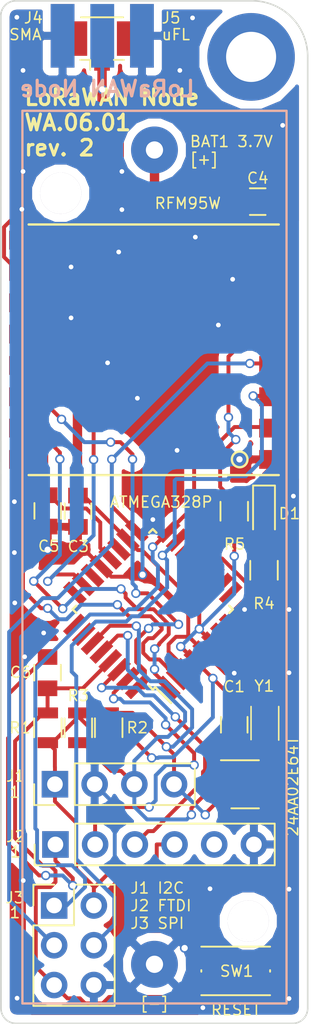
<source format=kicad_pcb>
(kicad_pcb (version 4) (host pcbnew 4.0.7)

  (general
    (links 107)
    (no_connects 2)
    (area 105.276778 41.866199 139.674386 111.0156)
    (thickness 1.6)
    (drawings 21)
    (tracks 633)
    (zones 0)
    (modules 58)
    (nets 37)
  )

  (page A4)
  (layers
    (0 F.Cu signal)
    (31 B.Cu signal)
    (32 B.Adhes user)
    (33 F.Adhes user)
    (34 B.Paste user)
    (35 F.Paste user)
    (36 B.SilkS user)
    (37 F.SilkS user)
    (38 B.Mask user)
    (39 F.Mask user)
    (40 Dwgs.User user)
    (41 Cmts.User user)
    (42 Eco1.User user)
    (43 Eco2.User user)
    (44 Edge.Cuts user)
    (45 Margin user)
    (46 B.CrtYd user)
    (47 F.CrtYd user)
    (48 B.Fab user)
    (49 F.Fab user)
  )

  (setup
    (last_trace_width 0.25)
    (user_trace_width 0.6)
    (trace_clearance 0.2)
    (zone_clearance 0.508)
    (zone_45_only no)
    (trace_min 0.2)
    (segment_width 0.2)
    (edge_width 0.1)
    (via_size 0.6)
    (via_drill 0.4)
    (via_min_size 0.4)
    (via_min_drill 0.3)
    (user_via 1.2 0.8)
    (uvia_size 0.3)
    (uvia_drill 0.1)
    (uvias_allowed no)
    (uvia_min_size 0.2)
    (uvia_min_drill 0.1)
    (pcb_text_width 0.3)
    (pcb_text_size 1.5 1.5)
    (mod_edge_width 0.15)
    (mod_text_size 1 1)
    (mod_text_width 0.15)
    (pad_size 0.6 0.6)
    (pad_drill 0.3)
    (pad_to_mask_clearance 0)
    (aux_axis_origin 0 0)
    (visible_elements 7FFFEFFF)
    (pcbplotparams
      (layerselection 0x00030_80000001)
      (usegerberextensions false)
      (excludeedgelayer true)
      (linewidth 0.100000)
      (plotframeref false)
      (viasonmask false)
      (mode 1)
      (useauxorigin false)
      (hpglpennumber 1)
      (hpglpenspeed 20)
      (hpglpendiameter 15)
      (hpglpenoverlay 2)
      (psnegative false)
      (psa4output false)
      (plotreference true)
      (plotvalue true)
      (plotinvisibletext false)
      (padsonsilk false)
      (subtractmaskfromsilk false)
      (outputformat 1)
      (mirror false)
      (drillshape 1)
      (scaleselection 1)
      (outputdirectory ""))
  )

  (net 0 "")
  (net 1 GNDD)
  (net 2 +3V3)
  (net 3 /AREF)
  (net 4 /~RESET)
  (net 5 /TX)
  (net 6 /RX)
  (net 7 /SDA)
  (net 8 /SCL)
  (net 9 "Net-(U1-Pad9)")
  (net 10 "Net-(U1-Pad10)")
  (net 11 /DIO1)
  (net 12 "Net-(U1-Pad13)")
  (net 13 /NSS)
  (net 14 /MOSI)
  (net 15 /MISO)
  (net 16 /SCK)
  (net 17 "Net-(U1-Pad19)")
  (net 18 "Net-(U1-Pad22)")
  (net 19 /RST)
  (net 20 "Net-(U1-Pad24)")
  (net 21 "Net-(U1-Pad25)")
  (net 22 "Net-(U1-Pad26)")
  (net 23 /DIO0)
  (net 24 "Net-(U2-Pad7)")
  (net 25 "Net-(U2-Pad11)")
  (net 26 "Net-(U2-Pad12)")
  (net 27 "Net-(J4-Pad1)")
  (net 28 /XTAL1)
  (net 29 /XTAL2)
  (net 30 /DIO2)
  (net 31 "Net-(U1-Pad11)")
  (net 32 "Net-(C6-Pad2)")
  (net 33 "Net-(D1-Pad2)")
  (net 34 /LED)
  (net 35 "Net-(U3-Pad2)")
  (net 36 "Net-(J2-Pad5)")

  (net_class Default "This is the default net class."
    (clearance 0.2)
    (trace_width 0.25)
    (via_dia 0.6)
    (via_drill 0.4)
    (uvia_dia 0.3)
    (uvia_drill 0.1)
    (add_net +3V3)
    (add_net /AREF)
    (add_net /DIO0)
    (add_net /DIO1)
    (add_net /DIO2)
    (add_net /LED)
    (add_net /MISO)
    (add_net /MOSI)
    (add_net /NSS)
    (add_net /RST)
    (add_net /RX)
    (add_net /SCK)
    (add_net /SCL)
    (add_net /SDA)
    (add_net /TX)
    (add_net /XTAL1)
    (add_net /XTAL2)
    (add_net /~RESET)
    (add_net GNDD)
    (add_net "Net-(C6-Pad2)")
    (add_net "Net-(D1-Pad2)")
    (add_net "Net-(J2-Pad5)")
    (add_net "Net-(J4-Pad1)")
    (add_net "Net-(U1-Pad10)")
    (add_net "Net-(U1-Pad11)")
    (add_net "Net-(U1-Pad13)")
    (add_net "Net-(U1-Pad19)")
    (add_net "Net-(U1-Pad22)")
    (add_net "Net-(U1-Pad24)")
    (add_net "Net-(U1-Pad25)")
    (add_net "Net-(U1-Pad26)")
    (add_net "Net-(U1-Pad9)")
    (add_net "Net-(U2-Pad11)")
    (add_net "Net-(U2-Pad12)")
    (add_net "Net-(U2-Pad7)")
    (add_net "Net-(U3-Pad2)")
  )

  (module lib_fp:VIA-0.6mm (layer F.Cu) (tedit 5AEE5019) (tstamp 5B1512AE)
    (at 127.6858 83.5152)
    (fp_text reference REF** (at 0 1) (layer F.SilkS) hide
      (effects (font (size 1 1) (thickness 0.15)))
    )
    (fp_text value VIA-0.6mm (at 0 -1) (layer F.Fab) hide
      (effects (font (size 1 1) (thickness 0.15)))
    )
    (pad 1 thru_hole circle (at 0 0) (size 0.6 0.6) (drill 0.3) (layers *.Cu)
      (net 1 GNDD) (zone_connect 2))
  )

  (module lib_fp:VIA-0.6mm (layer F.Cu) (tedit 5AEE5019) (tstamp 5B1511F9)
    (at 110.2868 108.331)
    (fp_text reference REF** (at 0 1) (layer F.SilkS) hide
      (effects (font (size 1 1) (thickness 0.15)))
    )
    (fp_text value VIA-0.6mm (at 0 -1) (layer F.Fab) hide
      (effects (font (size 1 1) (thickness 0.15)))
    )
    (pad 1 thru_hole circle (at 0 0) (size 0.6 0.6) (drill 0.3) (layers *.Cu)
      (net 1 GNDD) (zone_connect 2))
  )

  (module lib_fp:VIA-0.6mm (layer F.Cu) (tedit 5AEE5019) (tstamp 5B1511E3)
    (at 122.174 108.9406)
    (fp_text reference REF** (at 0 1) (layer F.SilkS) hide
      (effects (font (size 1 1) (thickness 0.15)))
    )
    (fp_text value VIA-0.6mm (at 0 -1) (layer F.Fab) hide
      (effects (font (size 1 1) (thickness 0.15)))
    )
    (pad 1 thru_hole circle (at 0 0) (size 0.6 0.6) (drill 0.3) (layers *.Cu)
      (net 1 GNDD) (zone_connect 2))
  )

  (module lib_fp:VIA-0.6mm (layer F.Cu) (tedit 5AEE5019) (tstamp 5B151148)
    (at 127.6858 101.3714)
    (fp_text reference REF** (at 0 1) (layer F.SilkS) hide
      (effects (font (size 1 1) (thickness 0.15)))
    )
    (fp_text value VIA-0.6mm (at 0 -1) (layer F.Fab) hide
      (effects (font (size 1 1) (thickness 0.15)))
    )
    (pad 1 thru_hole circle (at 0 0) (size 0.6 0.6) (drill 0.3) (layers *.Cu)
      (net 1 GNDD) (zone_connect 2))
  )

  (module lib_fp:VIA-0.6mm (layer F.Cu) (tedit 5AEE4F95) (tstamp 5B15112A)
    (at 120.523 73.3552)
    (fp_text reference REF** (at 0 1) (layer F.SilkS) hide
      (effects (font (size 1 1) (thickness 0.15)))
    )
    (fp_text value VIA-0.6mm (at 0 -1) (layer F.Fab) hide
      (effects (font (size 1 1) (thickness 0.15)))
    )
    (pad 1 thru_hole circle (at 0 0) (size 0.6 0.6) (drill 0.3) (layers *.Cu)
      (net 1 GNDD) (zone_connect 2))
  )

  (module lib_fp:VIA-0.6mm (layer F.Cu) (tedit 5AEE56D6) (tstamp 5B150B8A)
    (at 116.9924 57.9882)
    (fp_text reference REF** (at 0 1) (layer F.SilkS) hide
      (effects (font (size 1 1) (thickness 0.15)))
    )
    (fp_text value VIA-0.6mm (at 0 -1) (layer F.Fab) hide
      (effects (font (size 1 1) (thickness 0.15)))
    )
    (pad 1 thru_hole circle (at 0 0) (size 0.6 0.6) (drill 0.3) (layers *.Cu)
      (net 1 GNDD) (zone_connect 2))
  )

  (module lib_fp:VIA-0.6mm (layer F.Cu) (tedit 5B14D69A) (tstamp 5B150B60)
    (at 120.7008 48.75276)
    (fp_text reference REF** (at 0 1) (layer F.SilkS) hide
      (effects (font (size 1 1) (thickness 0.15)))
    )
    (fp_text value VIA-0.6mm (at 0 -1) (layer F.Fab) hide
      (effects (font (size 1 1) (thickness 0.15)))
    )
    (pad 1 thru_hole circle (at 0 0.34544) (size 0.6 0.6) (drill 0.3) (layers *.Cu)
      (net 1 GNDD) (zone_connect 2))
  )

  (module lib_fp:VIA-0.6mm (layer F.Cu) (tedit 5B14D69A) (tstamp 5B150B35)
    (at 116.9924 55.20436)
    (fp_text reference REF** (at 0 1) (layer F.SilkS) hide
      (effects (font (size 1 1) (thickness 0.15)))
    )
    (fp_text value VIA-0.6mm (at 0 -1) (layer F.Fab) hide
      (effects (font (size 1 1) (thickness 0.15)))
    )
    (pad 1 thru_hole circle (at 0 0.34544) (size 0.6 0.6) (drill 0.3) (layers *.Cu)
      (net 1 GNDD) (zone_connect 2))
  )

  (module lib_fp:VIA-0.6mm (layer F.Cu) (tedit 5B14D69A) (tstamp 5B150B2C)
    (at 110.6678 55.20436)
    (fp_text reference REF** (at 0 1) (layer F.SilkS) hide
      (effects (font (size 1 1) (thickness 0.15)))
    )
    (fp_text value VIA-0.6mm (at 0 -1) (layer F.Fab) hide
      (effects (font (size 1 1) (thickness 0.15)))
    )
    (pad 1 thru_hole circle (at 0 0.34544) (size 0.6 0.6) (drill 0.3) (layers *.Cu)
      (net 1 GNDD) (zone_connect 2))
  )

  (module lib_fp:VIA-0.6mm (layer F.Cu) (tedit 5B14D69A) (tstamp 5B14DF81)
    (at 110.6678 48.75276)
    (fp_text reference REF** (at 0 1) (layer F.SilkS) hide
      (effects (font (size 1 1) (thickness 0.15)))
    )
    (fp_text value VIA-0.6mm (at 0 -1) (layer F.Fab) hide
      (effects (font (size 1 1) (thickness 0.15)))
    )
    (pad 1 thru_hole circle (at 0 0.34544) (size 0.6 0.6) (drill 0.3) (layers *.Cu)
      (net 1 GNDD) (zone_connect 2))
  )

  (module lib_fp:VIA-0.6mm (layer F.Cu) (tedit 5AEE5019) (tstamp 5B14DEBF)
    (at 127.6858 87.5538)
    (fp_text reference REF** (at 0 1) (layer F.SilkS) hide
      (effects (font (size 1 1) (thickness 0.15)))
    )
    (fp_text value VIA-0.6mm (at 0 -1) (layer F.Fab) hide
      (effects (font (size 1 1) (thickness 0.15)))
    )
    (pad 1 thru_hole circle (at 0 0) (size 0.6 0.6) (drill 0.3) (layers *.Cu)
      (net 1 GNDD) (zone_connect 2))
  )

  (module lib_fp:VIA-0.6mm (layer F.Cu) (tedit 5AEE5019) (tstamp 5B14DDF2)
    (at 127.9652 76.2762)
    (fp_text reference REF** (at 0 1) (layer F.SilkS) hide
      (effects (font (size 1 1) (thickness 0.15)))
    )
    (fp_text value VIA-0.6mm (at 0 -1) (layer F.Fab) hide
      (effects (font (size 1 1) (thickness 0.15)))
    )
    (pad 1 thru_hole circle (at 0 0) (size 0.6 0.6) (drill 0.3) (layers *.Cu)
      (net 1 GNDD) (zone_connect 2))
  )

  (module lib_fp:VIA-0.6mm (layer F.Cu) (tedit 5AEE5019) (tstamp 5B14DDBF)
    (at 124.841 83.5152)
    (fp_text reference REF** (at 0 1) (layer F.SilkS) hide
      (effects (font (size 1 1) (thickness 0.15)))
    )
    (fp_text value VIA-0.6mm (at 0 -1) (layer F.Fab) hide
      (effects (font (size 1 1) (thickness 0.15)))
    )
    (pad 1 thru_hole circle (at 0 0) (size 0.6 0.6) (drill 0.3) (layers *.Cu)
      (net 1 GNDD) (zone_connect 2))
  )

  (module lib_fp:VIA-0.6mm (layer F.Cu) (tedit 5AEE4F95) (tstamp 5B14D573)
    (at 118.9736 77.7748)
    (fp_text reference REF** (at 0 1) (layer F.SilkS) hide
      (effects (font (size 1 1) (thickness 0.15)))
    )
    (fp_text value VIA-0.6mm (at 0 -1) (layer F.Fab) hide
      (effects (font (size 1 1) (thickness 0.15)))
    )
    (pad 1 thru_hole circle (at 0 0) (size 0.6 0.6) (drill 0.3) (layers *.Cu)
      (net 1 GNDD) (zone_connect 2))
  )

  (module lib_fp:VIA-0.6mm (layer F.Cu) (tedit 5AEE4F95) (tstamp 5B14D4FE)
    (at 117.983 70.0278)
    (fp_text reference REF** (at 0 1) (layer F.SilkS) hide
      (effects (font (size 1 1) (thickness 0.15)))
    )
    (fp_text value VIA-0.6mm (at 0 -1) (layer F.Fab) hide
      (effects (font (size 1 1) (thickness 0.15)))
    )
    (pad 1 thru_hole circle (at 0 0) (size 0.6 0.6) (drill 0.3) (layers *.Cu)
      (net 1 GNDD) (zone_connect 2))
  )

  (module lib_fp:VIA-0.6mm (layer F.Cu) (tedit 5AEE4F95) (tstamp 5B14D2EC)
    (at 124.079 62.4332)
    (fp_text reference REF** (at 0 1) (layer F.SilkS) hide
      (effects (font (size 1 1) (thickness 0.15)))
    )
    (fp_text value VIA-0.6mm (at 0 -1) (layer F.Fab) hide
      (effects (font (size 1 1) (thickness 0.15)))
    )
    (pad 1 thru_hole circle (at 0 0) (size 0.6 0.6) (drill 0.3) (layers *.Cu)
      (net 1 GNDD) (zone_connect 2))
  )

  (module lib_fp:VIA-0.6mm (layer F.Cu) (tedit 5B14D141) (tstamp 5B14D1D6)
    (at 127.2794 52.2732)
    (fp_text reference REF** (at 0 1) (layer F.SilkS) hide
      (effects (font (size 1 1) (thickness 0.15)))
    )
    (fp_text value VIA-0.6mm (at 0 -1) (layer F.Fab) hide
      (effects (font (size 1 1) (thickness 0.15)))
    )
    (pad 1 thru_hole circle (at 0 0.3302) (size 0.6 0.6) (drill 0.3) (layers *.Cu)
      (net 1 GNDD) (zone_connect 2))
  )

  (module lib_fp:VIA-0.6mm (layer F.Cu) (tedit 5B14D69A) (tstamp 5B14D1AA)
    (at 121.5136 45.39996)
    (fp_text reference REF** (at 0 1) (layer F.SilkS) hide
      (effects (font (size 1 1) (thickness 0.15)))
    )
    (fp_text value VIA-0.6mm (at 0 -1) (layer F.Fab) hide
      (effects (font (size 1 1) (thickness 0.15)))
    )
    (pad 1 thru_hole circle (at 0 0.34544) (size 0.6 0.6) (drill 0.3) (layers *.Cu)
      (net 1 GNDD) (zone_connect 2))
  )

  (module lib_fp:VIA-0.6mm (layer F.Cu) (tedit 5AEE4F95) (tstamp 5B14527F)
    (at 123.1646 65.3542)
    (fp_text reference REF** (at 0 1) (layer F.SilkS) hide
      (effects (font (size 1 1) (thickness 0.15)))
    )
    (fp_text value VIA-0.6mm (at 0 -1) (layer F.Fab) hide
      (effects (font (size 1 1) (thickness 0.15)))
    )
    (pad 1 thru_hole circle (at 0 0) (size 0.6 0.6) (drill 0.3) (layers *.Cu)
      (net 1 GNDD) (zone_connect 2))
  )

  (module lib_fp:VIA-0.6mm (layer F.Cu) (tedit 5AEE533F) (tstamp 5B144ECE)
    (at 111.9886 85.0138)
    (fp_text reference REF** (at 0 1) (layer F.SilkS) hide
      (effects (font (size 1 1) (thickness 0.15)))
    )
    (fp_text value VIA-0.6mm (at 0 -1) (layer F.Fab) hide
      (effects (font (size 1 1) (thickness 0.15)))
    )
    (pad 1 thru_hole circle (at 0 0) (size 0.6 0.6) (drill 0.3) (layers *.Cu)
      (net 1 GNDD) (zone_connect 2))
  )

  (module lib_fp:VIA-0.6mm (layer F.Cu) (tedit 5AEE533F) (tstamp 5B144EB1)
    (at 110.11408 79.883)
    (fp_text reference REF** (at 0 1) (layer F.SilkS) hide
      (effects (font (size 1 1) (thickness 0.15)))
    )
    (fp_text value VIA-0.6mm (at 0 -1) (layer F.Fab) hide
      (effects (font (size 1 1) (thickness 0.15)))
    )
    (pad 1 thru_hole circle (at 0 0) (size 0.6 0.6) (drill 0.3) (layers *.Cu)
      (net 1 GNDD) (zone_connect 2))
  )

  (module lib_fp:VIA-0.6mm (layer F.Cu) (tedit 5AEE533F) (tstamp 5B144E93)
    (at 110.7694 86.53272)
    (fp_text reference REF** (at 0 1) (layer F.SilkS) hide
      (effects (font (size 1 1) (thickness 0.15)))
    )
    (fp_text value VIA-0.6mm (at 0 -1) (layer F.Fab) hide
      (effects (font (size 1 1) (thickness 0.15)))
    )
    (pad 1 thru_hole circle (at 0 0) (size 0.6 0.6) (drill 0.3) (layers *.Cu)
      (net 1 GNDD) (zone_connect 2))
  )

  (module lib_fp:VIA-0.6mm (layer F.Cu) (tedit 5AEE533F) (tstamp 5B144E65)
    (at 110.13948 83.09356)
    (fp_text reference REF** (at 0 1) (layer F.SilkS) hide
      (effects (font (size 1 1) (thickness 0.15)))
    )
    (fp_text value VIA-0.6mm (at 0 -1) (layer F.Fab) hide
      (effects (font (size 1 1) (thickness 0.15)))
    )
    (pad 1 thru_hole circle (at 0 0) (size 0.6 0.6) (drill 0.3) (layers *.Cu)
      (net 1 GNDD) (zone_connect 2))
  )

  (module lib_fp:VIA-0.6mm (layer F.Cu) (tedit 5AEE4F95) (tstamp 5B144A76)
    (at 113.7412 64.897)
    (fp_text reference REF** (at 0 1) (layer F.SilkS) hide
      (effects (font (size 1 1) (thickness 0.15)))
    )
    (fp_text value VIA-0.6mm (at 0 -1) (layer F.Fab) hide
      (effects (font (size 1 1) (thickness 0.15)))
    )
    (pad 1 thru_hole circle (at 0 0) (size 0.6 0.6) (drill 0.3) (layers *.Cu)
      (net 1 GNDD) (zone_connect 2))
  )

  (module lib_fp:VIA-0.6mm (layer F.Cu) (tedit 5AEE4F95) (tstamp 5B144A6D)
    (at 113.7412 61.6458)
    (fp_text reference REF** (at 0 1) (layer F.SilkS) hide
      (effects (font (size 1 1) (thickness 0.15)))
    )
    (fp_text value VIA-0.6mm (at 0 -1) (layer F.Fab) hide
      (effects (font (size 1 1) (thickness 0.15)))
    )
    (pad 1 thru_hole circle (at 0 0) (size 0.6 0.6) (drill 0.3) (layers *.Cu)
      (net 1 GNDD) (zone_connect 2))
  )

  (module lib_fp:VIA-0.6mm (layer F.Cu) (tedit 5AEE56D6) (tstamp 5B143600)
    (at 110.5916 57.9628)
    (fp_text reference REF** (at 0 1) (layer F.SilkS) hide
      (effects (font (size 1 1) (thickness 0.15)))
    )
    (fp_text value VIA-0.6mm (at 0 -1) (layer F.Fab) hide
      (effects (font (size 1 1) (thickness 0.15)))
    )
    (pad 1 thru_hole circle (at 0 0) (size 0.6 0.6) (drill 0.3) (layers *.Cu)
      (net 1 GNDD) (zone_connect 2))
  )

  (module lib_fp:VIA-0.6mm (layer F.Cu) (tedit 5AEE5019) (tstamp 5AEE5D90)
    (at 127.6858 108.3564)
    (fp_text reference REF** (at 0 1) (layer F.SilkS) hide
      (effects (font (size 1 1) (thickness 0.15)))
    )
    (fp_text value VIA-0.6mm (at 0 -1) (layer F.Fab) hide
      (effects (font (size 1 1) (thickness 0.15)))
    )
    (pad 1 thru_hole circle (at 0 0) (size 0.6 0.6) (drill 0.3) (layers *.Cu)
      (net 1 GNDD) (zone_connect 2))
  )

  (module lib_fp:VIA-0.6mm (layer F.Cu) (tedit 5AEE4F95) (tstamp 5AEE5CBA)
    (at 116.078 67.7672)
    (fp_text reference REF** (at 0 1) (layer F.SilkS) hide
      (effects (font (size 1 1) (thickness 0.15)))
    )
    (fp_text value VIA-0.6mm (at 0 -1) (layer F.Fab) hide
      (effects (font (size 1 1) (thickness 0.15)))
    )
    (pad 1 thru_hole circle (at 0 0) (size 0.6 0.6) (drill 0.3) (layers *.Cu)
      (net 1 GNDD) (zone_connect 2))
  )

  (module lib_fp:VIA-0.6mm (layer F.Cu) (tedit 5AEE4F95) (tstamp 5AEE5C9C)
    (at 121.6914 59.7408)
    (fp_text reference REF** (at 0 1) (layer F.SilkS) hide
      (effects (font (size 1 1) (thickness 0.15)))
    )
    (fp_text value VIA-0.6mm (at 0 -1) (layer F.Fab) hide
      (effects (font (size 1 1) (thickness 0.15)))
    )
    (pad 1 thru_hole circle (at 0 0) (size 0.6 0.6) (drill 0.3) (layers *.Cu)
      (net 1 GNDD) (zone_connect 2))
  )

  (module lib_fp:VIA-0.6mm (layer F.Cu) (tedit 5AEE5019) (tstamp 5AEE5420)
    (at 122.6312 101.346)
    (fp_text reference REF** (at 0 1) (layer F.SilkS) hide
      (effects (font (size 1 1) (thickness 0.15)))
    )
    (fp_text value VIA-0.6mm (at 0 -1) (layer F.Fab) hide
      (effects (font (size 1 1) (thickness 0.15)))
    )
    (pad 1 thru_hole circle (at 0 0) (size 0.6 0.6) (drill 0.3) (layers *.Cu)
      (net 1 GNDD) (zone_connect 2))
  )

  (module lib_fp:VIA-0.6mm (layer F.Cu) (tedit 5AEE533F) (tstamp 5AEE5371)
    (at 110.11408 76.6318)
    (fp_text reference REF** (at 0 1) (layer F.SilkS) hide
      (effects (font (size 1 1) (thickness 0.15)))
    )
    (fp_text value VIA-0.6mm (at 0 -1) (layer F.Fab) hide
      (effects (font (size 1 1) (thickness 0.15)))
    )
    (pad 1 thru_hole circle (at 0 0) (size 0.6 0.6) (drill 0.3) (layers *.Cu)
      (net 1 GNDD) (zone_connect 2))
  )

  (module lib_fp:VIA-0.6mm (layer F.Cu) (tedit 5AEE5019) (tstamp 5AEE5183)
    (at 124.1806 87.5792)
    (fp_text reference REF** (at 0 1) (layer F.SilkS) hide
      (effects (font (size 1 1) (thickness 0.15)))
    )
    (fp_text value VIA-0.6mm (at 0 -1) (layer F.Fab) hide
      (effects (font (size 1 1) (thickness 0.15)))
    )
    (pad 1 thru_hole circle (at 0 0) (size 0.6 0.6) (drill 0.3) (layers *.Cu)
      (net 1 GNDD) (zone_connect 2))
  )

  (module lib_fp:VIA-0.6mm (layer F.Cu) (tedit 5AEE5019) (tstamp 5AEE50E2)
    (at 110.68304 100.82276)
    (fp_text reference REF** (at 0 1) (layer F.SilkS) hide
      (effects (font (size 1 1) (thickness 0.15)))
    )
    (fp_text value VIA-0.6mm (at 0 -1) (layer F.Fab) hide
      (effects (font (size 1 1) (thickness 0.15)))
    )
    (pad 1 thru_hole circle (at 0 0) (size 0.6 0.6) (drill 0.3) (layers *.Cu)
      (net 1 GNDD) (zone_connect 2))
  )

  (module Capacitors_SMD:C_0805 (layer F.Cu) (tedit 5AECDCCB) (tstamp 5AE59BA3)
    (at 124.1806 90.87536 270)
    (descr "Capacitor SMD 0805, reflow soldering, AVX (see smccp.pdf)")
    (tags "capacitor 0805")
    (path /5A896756)
    (attr smd)
    (fp_text reference C1 (at -2.43764 0 360) (layer F.SilkS)
      (effects (font (size 0.7 0.7) (thickness 0.1)))
    )
    (fp_text value 0.1uF (at 0 1.75 270) (layer F.Fab)
      (effects (font (size 1 1) (thickness 0.15)))
    )
    (fp_text user %R (at 0 -1.5 270) (layer F.Fab)
      (effects (font (size 1 1) (thickness 0.15)))
    )
    (fp_line (start -1 0.62) (end -1 -0.62) (layer F.Fab) (width 0.1))
    (fp_line (start 1 0.62) (end -1 0.62) (layer F.Fab) (width 0.1))
    (fp_line (start 1 -0.62) (end 1 0.62) (layer F.Fab) (width 0.1))
    (fp_line (start -1 -0.62) (end 1 -0.62) (layer F.Fab) (width 0.1))
    (fp_line (start 0.5 -0.85) (end -0.5 -0.85) (layer F.SilkS) (width 0.12))
    (fp_line (start -0.5 0.85) (end 0.5 0.85) (layer F.SilkS) (width 0.12))
    (fp_line (start -1.75 -0.88) (end 1.75 -0.88) (layer F.CrtYd) (width 0.05))
    (fp_line (start -1.75 -0.88) (end -1.75 0.87) (layer F.CrtYd) (width 0.05))
    (fp_line (start 1.75 0.87) (end 1.75 -0.88) (layer F.CrtYd) (width 0.05))
    (fp_line (start 1.75 0.87) (end -1.75 0.87) (layer F.CrtYd) (width 0.05))
    (pad 1 smd rect (at -1 0 270) (size 1 1.25) (layers F.Cu F.Paste F.Mask)
      (net 2 +3V3))
    (pad 2 smd rect (at 1 0 270) (size 1 1.25) (layers F.Cu F.Paste F.Mask)
      (net 1 GNDD))
    (model Capacitors_SMD.3dshapes/C_0805.wrl
      (at (xyz 0 0 0))
      (scale (xyz 1 1 1))
      (rotate (xyz 0 0 0))
    )
  )

  (module Housings_QFP:TQFP-32_7x7mm_Pitch0.8mm (layer F.Cu) (tedit 5AEE1B59) (tstamp 5ADD0310)
    (at 118.969375 83.506663 135)
    (descr "32-Lead Plastic Thin Quad Flatpack (PT) - 7x7x1.0 mm Body, 2.00 mm [TQFP] (see Microchip Packaging Specification 00000049BS.pdf)")
    (tags "QFP 0.8")
    (path /5ADCA7B3)
    (attr smd)
    (fp_text reference U1 (at 0 -6.05 135) (layer F.SilkS) hide
      (effects (font (size 1 1) (thickness 0.15)))
    )
    (fp_text value ATMEGA328P-AN (at 0 6.05 135) (layer F.Fab) hide
      (effects (font (size 1 1) (thickness 0.15)))
    )
    (fp_text user %R (at 0 0 135) (layer F.Fab)
      (effects (font (size 1 1) (thickness 0.15)))
    )
    (fp_line (start -2.5 -3.5) (end 3.5 -3.5) (layer F.Fab) (width 0.15))
    (fp_line (start 3.5 -3.5) (end 3.5 3.5) (layer F.Fab) (width 0.15))
    (fp_line (start 3.5 3.5) (end -3.5 3.5) (layer F.Fab) (width 0.15))
    (fp_line (start -3.5 3.5) (end -3.5 -2.5) (layer F.Fab) (width 0.15))
    (fp_line (start -3.5 -2.5) (end -2.5 -3.5) (layer F.Fab) (width 0.15))
    (fp_line (start -5.3 -5.3) (end -5.3 5.3) (layer F.CrtYd) (width 0.05))
    (fp_line (start 5.3 -5.3) (end 5.3 5.3) (layer F.CrtYd) (width 0.05))
    (fp_line (start -5.3 -5.3) (end 5.3 -5.3) (layer F.CrtYd) (width 0.05))
    (fp_line (start -5.3 5.3) (end 5.3 5.3) (layer F.CrtYd) (width 0.05))
    (fp_line (start -3.625 -3.625) (end -3.625 -3.4) (layer F.SilkS) (width 0.15))
    (fp_line (start 3.625 -3.625) (end 3.625 -3.3) (layer F.SilkS) (width 0.15))
    (fp_line (start 3.625 3.625) (end 3.625 3.3) (layer F.SilkS) (width 0.15))
    (fp_line (start -3.625 3.625) (end -3.625 3.3) (layer F.SilkS) (width 0.15))
    (fp_line (start -3.625 -3.625) (end -3.3 -3.625) (layer F.SilkS) (width 0.15))
    (fp_line (start -3.625 3.625) (end -3.3 3.625) (layer F.SilkS) (width 0.15))
    (fp_line (start 3.625 3.625) (end 3.3 3.625) (layer F.SilkS) (width 0.15))
    (fp_line (start 3.625 -3.625) (end 3.3 -3.625) (layer F.SilkS) (width 0.15))
    (fp_line (start -3.625 -3.4) (end -5.05 -3.4) (layer F.SilkS) (width 0.15))
    (pad 1 smd rect (at -4.25 -2.8 135) (size 1.6 0.55) (layers F.Cu F.Paste F.Mask)
      (net 11 /DIO1))
    (pad 2 smd rect (at -4.25 -2 135) (size 1.6 0.55) (layers F.Cu F.Paste F.Mask)
      (net 30 /DIO2))
    (pad 3 smd rect (at -4.25 -1.2 135) (size 1.6 0.55) (layers F.Cu F.Paste F.Mask)
      (net 1 GNDD))
    (pad 4 smd rect (at -4.25 -0.4 135) (size 1.6 0.55) (layers F.Cu F.Paste F.Mask)
      (net 2 +3V3))
    (pad 5 smd rect (at -4.25 0.4 135) (size 1.6 0.55) (layers F.Cu F.Paste F.Mask)
      (net 1 GNDD))
    (pad 6 smd rect (at -4.25 1.2 135) (size 1.6 0.55) (layers F.Cu F.Paste F.Mask)
      (net 2 +3V3))
    (pad 7 smd rect (at -4.25 2 135) (size 1.6 0.55) (layers F.Cu F.Paste F.Mask)
      (net 28 /XTAL1))
    (pad 8 smd rect (at -4.25 2.8 135) (size 1.6 0.55) (layers F.Cu F.Paste F.Mask)
      (net 29 /XTAL2))
    (pad 9 smd rect (at -2.8 4.25 225) (size 1.6 0.55) (layers F.Cu F.Paste F.Mask)
      (net 9 "Net-(U1-Pad9)"))
    (pad 10 smd rect (at -2 4.25 225) (size 1.6 0.55) (layers F.Cu F.Paste F.Mask)
      (net 10 "Net-(U1-Pad10)"))
    (pad 11 smd rect (at -1.2 4.25 225) (size 1.6 0.55) (layers F.Cu F.Paste F.Mask)
      (net 31 "Net-(U1-Pad11)"))
    (pad 12 smd rect (at -0.4 4.25 225) (size 1.6 0.55) (layers F.Cu F.Paste F.Mask)
      (net 34 /LED))
    (pad 13 smd rect (at 0.4 4.25 225) (size 1.6 0.55) (layers F.Cu F.Paste F.Mask)
      (net 12 "Net-(U1-Pad13)"))
    (pad 14 smd rect (at 1.2 4.25 225) (size 1.6 0.55) (layers F.Cu F.Paste F.Mask)
      (net 13 /NSS))
    (pad 15 smd rect (at 2 4.25 225) (size 1.6 0.55) (layers F.Cu F.Paste F.Mask)
      (net 14 /MOSI))
    (pad 16 smd rect (at 2.8 4.25 225) (size 1.6 0.55) (layers F.Cu F.Paste F.Mask)
      (net 15 /MISO))
    (pad 17 smd rect (at 4.25 2.8 135) (size 1.6 0.55) (layers F.Cu F.Paste F.Mask)
      (net 16 /SCK))
    (pad 18 smd rect (at 4.25 2 135) (size 1.6 0.55) (layers F.Cu F.Paste F.Mask)
      (net 2 +3V3))
    (pad 19 smd rect (at 4.25 1.2 135) (size 1.6 0.55) (layers F.Cu F.Paste F.Mask)
      (net 17 "Net-(U1-Pad19)"))
    (pad 20 smd rect (at 4.25 0.4 135) (size 1.6 0.55) (layers F.Cu F.Paste F.Mask)
      (net 3 /AREF))
    (pad 21 smd rect (at 4.25 -0.4 135) (size 1.6 0.55) (layers F.Cu F.Paste F.Mask)
      (net 1 GNDD))
    (pad 22 smd rect (at 4.25 -1.2 135) (size 1.6 0.55) (layers F.Cu F.Paste F.Mask)
      (net 18 "Net-(U1-Pad22)"))
    (pad 23 smd rect (at 4.25 -2 135) (size 1.6 0.55) (layers F.Cu F.Paste F.Mask)
      (net 19 /RST))
    (pad 24 smd rect (at 4.25 -2.8 135) (size 1.6 0.55) (layers F.Cu F.Paste F.Mask)
      (net 20 "Net-(U1-Pad24)"))
    (pad 25 smd rect (at 2.8 -4.25 225) (size 1.6 0.55) (layers F.Cu F.Paste F.Mask)
      (net 21 "Net-(U1-Pad25)"))
    (pad 26 smd rect (at 2 -4.25 225) (size 1.6 0.55) (layers F.Cu F.Paste F.Mask)
      (net 22 "Net-(U1-Pad26)"))
    (pad 27 smd rect (at 1.2 -4.25 225) (size 1.6 0.55) (layers F.Cu F.Paste F.Mask)
      (net 7 /SDA))
    (pad 28 smd rect (at 0.4 -4.25 225) (size 1.6 0.55) (layers F.Cu F.Paste F.Mask)
      (net 8 /SCL))
    (pad 29 smd rect (at -0.4 -4.25 225) (size 1.6 0.55) (layers F.Cu F.Paste F.Mask)
      (net 4 /~RESET))
    (pad 30 smd rect (at -1.2 -4.25 225) (size 1.6 0.55) (layers F.Cu F.Paste F.Mask)
      (net 6 /RX))
    (pad 31 smd rect (at -2 -4.25 225) (size 1.6 0.55) (layers F.Cu F.Paste F.Mask)
      (net 5 /TX))
    (pad 32 smd rect (at -2.8 -4.25 225) (size 1.6 0.55) (layers F.Cu F.Paste F.Mask)
      (net 23 /DIO0))
    (model ${KISYS3DMOD}/Housings_QFP.3dshapes/TQFP-32_7x7mm_Pitch0.8mm.wrl
      (at (xyz 0 0 0))
      (scale (xyz 1 1 1))
      (rotate (xyz 0 0 0))
    )
  )

  (module Buttons_Switches_SMD:SW_SPST_KMR2 (layer F.Cu) (tedit 5AEE0FC6) (tstamp 5ADD11E3)
    (at 124.2748 106.591 180)
    (descr "CK components KMR2 tactile switch http://www.ckswitches.com/media/1479/kmr2.pdf")
    (tags "tactile switch kmr2")
    (path /5AD9D49B)
    (attr smd)
    (fp_text reference SW1 (at -0.06096 -0.01524 180) (layer F.SilkS)
      (effects (font (size 0.7 0.7) (thickness 0.1)))
    )
    (fp_text value RESET (at -0.12 -2.45 180) (layer F.Fab)
      (effects (font (size 1 1) (thickness 0.15)))
    )
    (fp_text user %R (at 0 -2.45 180) (layer F.Fab)
      (effects (font (size 1 1) (thickness 0.15)))
    )
    (fp_line (start -2.1 -1.4) (end 2.1 -1.4) (layer F.Fab) (width 0.1))
    (fp_line (start 2.1 -1.4) (end 2.1 1.4) (layer F.Fab) (width 0.1))
    (fp_line (start 2.1 1.4) (end -2.1 1.4) (layer F.Fab) (width 0.1))
    (fp_line (start -2.1 1.4) (end -2.1 -1.4) (layer F.Fab) (width 0.1))
    (fp_line (start 2.2 0.05) (end 2.2 -0.05) (layer F.SilkS) (width 0.12))
    (fp_line (start -2.8 -1.8) (end 2.8 -1.8) (layer F.CrtYd) (width 0.05))
    (fp_line (start 2.8 -1.8) (end 2.8 1.8) (layer F.CrtYd) (width 0.05))
    (fp_line (start 2.8 1.8) (end -2.8 1.8) (layer F.CrtYd) (width 0.05))
    (fp_line (start -2.8 1.8) (end -2.8 -1.8) (layer F.CrtYd) (width 0.05))
    (fp_circle (center 0 0) (end 0 0.8) (layer F.Fab) (width 0.1))
    (fp_line (start -2.2 1.55) (end 2.2 1.55) (layer F.SilkS) (width 0.12))
    (fp_line (start 2.2 -1.55) (end -2.2 -1.55) (layer F.SilkS) (width 0.12))
    (fp_line (start -2.2 0.05) (end -2.2 -0.05) (layer F.SilkS) (width 0.12))
    (pad 1 smd rect (at -2.05 -0.8 180) (size 0.9 1) (layers F.Cu F.Paste F.Mask)
      (net 4 /~RESET))
    (pad 2 smd rect (at -2.05 0.8 180) (size 0.9 1) (layers F.Cu F.Paste F.Mask)
      (net 1 GNDD))
    (pad 1 smd rect (at 2.05 -0.8 180) (size 0.9 1) (layers F.Cu F.Paste F.Mask)
      (net 4 /~RESET))
    (pad 2 smd rect (at 2.05 0.8 180) (size 0.9 1) (layers F.Cu F.Paste F.Mask)
      (net 1 GNDD))
    (model ${KISYS3DMOD}/Buttons_Switches_SMD.3dshapes/SW_SPST_KMR2.wrl
      (at (xyz 0 0 0))
      (scale (xyz 1 1 1))
      (rotate (xyz 0 0 0))
    )
    (model "D:/Electronics/_projects/_in_production/20180422.3  LoRaWAN Node 1 rev. 2/KiCAD/lib_3d/SW_SPST_KMR2.wrl"
      (at (xyz 0 0 0))
      (scale (xyz 1 1 1))
      (rotate (xyz 0 0 0))
    )
  )

  (module lib_fp:CON-SMA-EDGE-CLEAR (layer B.Cu) (tedit 5AEDF96C) (tstamp 5ADD11CD)
    (at 115.73764 46.8884)
    (path /5ADCB957)
    (fp_text reference J4 (at -4.40944 -1.143) (layer F.SilkS)
      (effects (font (size 0.7 0.7) (thickness 0.1)))
    )
    (fp_text value SMA (at -4.91744 -0.0762) (layer F.SilkS)
      (effects (font (size 0.7 0.7) (thickness 0.1)))
    )
    (pad 1 smd rect (at 0 0) (size 1.524 4.064) (layers B.Cu B.Paste B.Mask)
      (net 27 "Net-(J4-Pad1)"))
    (pad 2 smd rect (at -2.54 0) (size 1.524 4.064) (layers B.Cu B.Paste B.Mask)
      (net 1 GNDD))
    (pad 4 smd rect (at 2.54 0) (size 1.524 4.064) (layers B.Cu B.Paste B.Mask)
      (net 1 GNDD))
    (pad 3 smd rect (at -2.54 0) (size 1.524 4.064) (layers F.Cu F.Paste F.Mask)
      (net 1 GNDD))
    (pad 5 smd rect (at 2.54 0) (size 1.524 4.064) (layers F.Cu F.Paste F.Mask)
      (net 1 GNDD))
    (model "D:/Electronics/_projects/_in_production/20180422.3  LoRaWAN Node 1 rev. 2/KiCAD/lib_3d/CON-SMA-EDGE.wrl"
      (at (xyz 0 0 0))
      (scale (xyz 1 1 1))
      (rotate (xyz 0 0 0))
    )
  )

  (module Capacitors_SMD:C_0805 (layer F.Cu) (tedit 5AEDEEEA) (tstamp 5AE594A5)
    (at 112.24768 77.22032 270)
    (descr "Capacitor SMD 0805, reflow soldering, AVX (see smccp.pdf)")
    (tags "capacitor 0805")
    (path /5A896CC4)
    (attr smd)
    (fp_text reference C5 (at 2.2512 -0.06604 360) (layer F.SilkS)
      (effects (font (size 0.7 0.7) (thickness 0.1)))
    )
    (fp_text value 0.1uF (at 0 1.75 270) (layer F.Fab)
      (effects (font (size 1 1) (thickness 0.15)))
    )
    (fp_text user %R (at 0 -1.5 270) (layer F.Fab)
      (effects (font (size 1 1) (thickness 0.15)))
    )
    (fp_line (start -1 0.62) (end -1 -0.62) (layer F.Fab) (width 0.1))
    (fp_line (start 1 0.62) (end -1 0.62) (layer F.Fab) (width 0.1))
    (fp_line (start 1 -0.62) (end 1 0.62) (layer F.Fab) (width 0.1))
    (fp_line (start -1 -0.62) (end 1 -0.62) (layer F.Fab) (width 0.1))
    (fp_line (start 0.5 -0.85) (end -0.5 -0.85) (layer F.SilkS) (width 0.12))
    (fp_line (start -0.5 0.85) (end 0.5 0.85) (layer F.SilkS) (width 0.12))
    (fp_line (start -1.75 -0.88) (end 1.75 -0.88) (layer F.CrtYd) (width 0.05))
    (fp_line (start -1.75 -0.88) (end -1.75 0.87) (layer F.CrtYd) (width 0.05))
    (fp_line (start 1.75 0.87) (end 1.75 -0.88) (layer F.CrtYd) (width 0.05))
    (fp_line (start 1.75 0.87) (end -1.75 0.87) (layer F.CrtYd) (width 0.05))
    (pad 1 smd rect (at -1 0 270) (size 1 1.25) (layers F.Cu F.Paste F.Mask)
      (net 3 /AREF))
    (pad 2 smd rect (at 1 0 270) (size 1 1.25) (layers F.Cu F.Paste F.Mask)
      (net 1 GNDD))
    (model Capacitors_SMD.3dshapes/C_0805.wrl
      (at (xyz 0 0 0))
      (scale (xyz 1 1 1))
      (rotate (xyz 0 0 0))
    )
  )

  (module Resistors_SMD:R_0805 (layer F.Cu) (tedit 5AEE077A) (tstamp 5AE594AB)
    (at 114.20348 91.06912 270)
    (descr "Resistor SMD 0805, reflow soldering, Vishay (see dcrcw.pdf)")
    (tags "resistor 0805")
    (path /5AE59A3D)
    (attr smd)
    (fp_text reference R2 (at -0.00504 -3.77444 360) (layer F.SilkS)
      (effects (font (size 0.7 0.7) (thickness 0.1)))
    )
    (fp_text value 4.7k (at 0 1.75 270) (layer F.Fab)
      (effects (font (size 1 1) (thickness 0.15)))
    )
    (fp_text user %R (at 0 0 270) (layer F.Fab)
      (effects (font (size 0.5 0.5) (thickness 0.075)))
    )
    (fp_line (start -1 0.62) (end -1 -0.62) (layer F.Fab) (width 0.1))
    (fp_line (start 1 0.62) (end -1 0.62) (layer F.Fab) (width 0.1))
    (fp_line (start 1 -0.62) (end 1 0.62) (layer F.Fab) (width 0.1))
    (fp_line (start -1 -0.62) (end 1 -0.62) (layer F.Fab) (width 0.1))
    (fp_line (start 0.6 0.88) (end -0.6 0.88) (layer F.SilkS) (width 0.12))
    (fp_line (start -0.6 -0.88) (end 0.6 -0.88) (layer F.SilkS) (width 0.12))
    (fp_line (start -1.55 -0.9) (end 1.55 -0.9) (layer F.CrtYd) (width 0.05))
    (fp_line (start -1.55 -0.9) (end -1.55 0.9) (layer F.CrtYd) (width 0.05))
    (fp_line (start 1.55 0.9) (end 1.55 -0.9) (layer F.CrtYd) (width 0.05))
    (fp_line (start 1.55 0.9) (end -1.55 0.9) (layer F.CrtYd) (width 0.05))
    (pad 1 smd rect (at -0.95 0 270) (size 0.7 1.3) (layers F.Cu F.Paste F.Mask)
      (net 2 +3V3))
    (pad 2 smd rect (at 0.95 0 270) (size 0.7 1.3) (layers F.Cu F.Paste F.Mask)
      (net 8 /SCL))
    (model ${KISYS3DMOD}/Resistors_SMD.3dshapes/R_0805.wrl
      (at (xyz 0 0 0))
      (scale (xyz 1 1 1))
      (rotate (xyz 0 0 0))
    )
  )

  (module Capacitors_SMD:C_0805 (layer F.Cu) (tedit 5AEDEEB0) (tstamp 5AE594F2)
    (at 114.18316 77.24216 270)
    (descr "Capacitor SMD 0805, reflow soldering, AVX (see smccp.pdf)")
    (tags "capacitor 0805")
    (path /5AE57F9F)
    (attr smd)
    (fp_text reference C3 (at 2.24968 -0.02032 360) (layer F.SilkS)
      (effects (font (size 0.7 0.7) (thickness 0.1)))
    )
    (fp_text value 0.1uF (at 0 1.75 270) (layer F.Fab)
      (effects (font (size 1 1) (thickness 0.15)))
    )
    (fp_text user %R (at 0 -1.5 270) (layer F.Fab)
      (effects (font (size 1 1) (thickness 0.15)))
    )
    (fp_line (start -1 0.62) (end -1 -0.62) (layer F.Fab) (width 0.1))
    (fp_line (start 1 0.62) (end -1 0.62) (layer F.Fab) (width 0.1))
    (fp_line (start 1 -0.62) (end 1 0.62) (layer F.Fab) (width 0.1))
    (fp_line (start -1 -0.62) (end 1 -0.62) (layer F.Fab) (width 0.1))
    (fp_line (start 0.5 -0.85) (end -0.5 -0.85) (layer F.SilkS) (width 0.12))
    (fp_line (start -0.5 0.85) (end 0.5 0.85) (layer F.SilkS) (width 0.12))
    (fp_line (start -1.75 -0.88) (end 1.75 -0.88) (layer F.CrtYd) (width 0.05))
    (fp_line (start -1.75 -0.88) (end -1.75 0.87) (layer F.CrtYd) (width 0.05))
    (fp_line (start 1.75 0.87) (end 1.75 -0.88) (layer F.CrtYd) (width 0.05))
    (fp_line (start 1.75 0.87) (end -1.75 0.87) (layer F.CrtYd) (width 0.05))
    (pad 1 smd rect (at -1 0 270) (size 1 1.25) (layers F.Cu F.Paste F.Mask)
      (net 2 +3V3))
    (pad 2 smd rect (at 1 0 270) (size 1 1.25) (layers F.Cu F.Paste F.Mask)
      (net 1 GNDD))
    (model Capacitors_SMD.3dshapes/C_0805.wrl
      (at (xyz 0 0 0))
      (scale (xyz 1 1 1))
      (rotate (xyz 0 0 0))
    )
  )

  (module Capacitors_SMD:C_0805 (layer F.Cu) (tedit 5AEE08B9) (tstamp 5AE594F8)
    (at 125.68352 57.47512)
    (descr "Capacitor SMD 0805, reflow soldering, AVX (see smccp.pdf)")
    (tags "capacitor 0805")
    (path /5AE5ADC3)
    (attr smd)
    (fp_text reference C4 (at 0 -1.5) (layer F.SilkS)
      (effects (font (size 0.7 0.7) (thickness 0.1)))
    )
    (fp_text value 10uF (at 0 1.75) (layer F.Fab)
      (effects (font (size 1 1) (thickness 0.15)))
    )
    (fp_text user %R (at 0 -1.5) (layer F.Fab)
      (effects (font (size 1 1) (thickness 0.15)))
    )
    (fp_line (start -1 0.62) (end -1 -0.62) (layer F.Fab) (width 0.1))
    (fp_line (start 1 0.62) (end -1 0.62) (layer F.Fab) (width 0.1))
    (fp_line (start 1 -0.62) (end 1 0.62) (layer F.Fab) (width 0.1))
    (fp_line (start -1 -0.62) (end 1 -0.62) (layer F.Fab) (width 0.1))
    (fp_line (start 0.5 -0.85) (end -0.5 -0.85) (layer F.SilkS) (width 0.12))
    (fp_line (start -0.5 0.85) (end 0.5 0.85) (layer F.SilkS) (width 0.12))
    (fp_line (start -1.75 -0.88) (end 1.75 -0.88) (layer F.CrtYd) (width 0.05))
    (fp_line (start -1.75 -0.88) (end -1.75 0.87) (layer F.CrtYd) (width 0.05))
    (fp_line (start 1.75 0.87) (end 1.75 -0.88) (layer F.CrtYd) (width 0.05))
    (fp_line (start 1.75 0.87) (end -1.75 0.87) (layer F.CrtYd) (width 0.05))
    (pad 1 smd rect (at -1 0) (size 1 1.25) (layers F.Cu F.Paste F.Mask)
      (net 2 +3V3))
    (pad 2 smd rect (at 1 0) (size 1 1.25) (layers F.Cu F.Paste F.Mask)
      (net 1 GNDD))
    (model Capacitors_SMD.3dshapes/C_0805.wrl
      (at (xyz 0 0 0))
      (scale (xyz 1 1 1))
      (rotate (xyz 0 0 0))
    )
  )

  (module Resistors_SMD:R_0805 (layer F.Cu) (tedit 5AEE0731) (tstamp 5AE59BD8)
    (at 112.25784 91.06912 90)
    (descr "Resistor SMD 0805, reflow soldering, Vishay (see dcrcw.pdf)")
    (tags "resistor 0805")
    (path /5AD9CC7A)
    (attr smd)
    (fp_text reference R1 (at -0.00004 -1.78816 180) (layer F.SilkS)
      (effects (font (size 0.7 0.7) (thickness 0.1)))
    )
    (fp_text value 10k (at 0 1.75 90) (layer F.Fab)
      (effects (font (size 1 1) (thickness 0.15)))
    )
    (fp_text user %R (at 0 0 90) (layer F.Fab)
      (effects (font (size 0.5 0.5) (thickness 0.075)))
    )
    (fp_line (start -1 0.62) (end -1 -0.62) (layer F.Fab) (width 0.1))
    (fp_line (start 1 0.62) (end -1 0.62) (layer F.Fab) (width 0.1))
    (fp_line (start 1 -0.62) (end 1 0.62) (layer F.Fab) (width 0.1))
    (fp_line (start -1 -0.62) (end 1 -0.62) (layer F.Fab) (width 0.1))
    (fp_line (start 0.6 0.88) (end -0.6 0.88) (layer F.SilkS) (width 0.12))
    (fp_line (start -0.6 -0.88) (end 0.6 -0.88) (layer F.SilkS) (width 0.12))
    (fp_line (start -1.55 -0.9) (end 1.55 -0.9) (layer F.CrtYd) (width 0.05))
    (fp_line (start -1.55 -0.9) (end -1.55 0.9) (layer F.CrtYd) (width 0.05))
    (fp_line (start 1.55 0.9) (end 1.55 -0.9) (layer F.CrtYd) (width 0.05))
    (fp_line (start 1.55 0.9) (end -1.55 0.9) (layer F.CrtYd) (width 0.05))
    (pad 1 smd rect (at -0.95 0 90) (size 0.7 1.3) (layers F.Cu F.Paste F.Mask)
      (net 2 +3V3))
    (pad 2 smd rect (at 0.95 0 90) (size 0.7 1.3) (layers F.Cu F.Paste F.Mask)
      (net 4 /~RESET))
    (model ${KISYS3DMOD}/Resistors_SMD.3dshapes/R_0805.wrl
      (at (xyz 0 0 0))
      (scale (xyz 1 1 1))
      (rotate (xyz 0 0 0))
    )
  )

  (module Resistors_SMD:R_0805 (layer F.Cu) (tedit 5AEE0756) (tstamp 5AE59BDE)
    (at 116.14912 91.06412 90)
    (descr "Resistor SMD 0805, reflow soldering, Vishay (see dcrcw.pdf)")
    (tags "resistor 0805")
    (path /5AE59ABC)
    (attr smd)
    (fp_text reference R3 (at 2.05236 -1.94056 180) (layer F.SilkS)
      (effects (font (size 0.7 0.7) (thickness 0.1)))
    )
    (fp_text value 4.7k (at 0 1.75 90) (layer F.Fab)
      (effects (font (size 1 1) (thickness 0.15)))
    )
    (fp_text user %R (at 0 0 90) (layer F.Fab)
      (effects (font (size 0.5 0.5) (thickness 0.075)))
    )
    (fp_line (start -1 0.62) (end -1 -0.62) (layer F.Fab) (width 0.1))
    (fp_line (start 1 0.62) (end -1 0.62) (layer F.Fab) (width 0.1))
    (fp_line (start 1 -0.62) (end 1 0.62) (layer F.Fab) (width 0.1))
    (fp_line (start -1 -0.62) (end 1 -0.62) (layer F.Fab) (width 0.1))
    (fp_line (start 0.6 0.88) (end -0.6 0.88) (layer F.SilkS) (width 0.12))
    (fp_line (start -0.6 -0.88) (end 0.6 -0.88) (layer F.SilkS) (width 0.12))
    (fp_line (start -1.55 -0.9) (end 1.55 -0.9) (layer F.CrtYd) (width 0.05))
    (fp_line (start -1.55 -0.9) (end -1.55 0.9) (layer F.CrtYd) (width 0.05))
    (fp_line (start 1.55 0.9) (end 1.55 -0.9) (layer F.CrtYd) (width 0.05))
    (fp_line (start 1.55 0.9) (end -1.55 0.9) (layer F.CrtYd) (width 0.05))
    (pad 1 smd rect (at -0.95 0 90) (size 0.7 1.3) (layers F.Cu F.Paste F.Mask)
      (net 2 +3V3))
    (pad 2 smd rect (at 0.95 0 90) (size 0.7 1.3) (layers F.Cu F.Paste F.Mask)
      (net 7 /SDA))
    (model ${KISYS3DMOD}/Resistors_SMD.3dshapes/R_0805.wrl
      (at (xyz 0 0 0))
      (scale (xyz 1 1 1))
      (rotate (xyz 0 0 0))
    )
  )

  (module Mounting_Holes:MountingHole_3.2mm_M3_DIN965_Pad (layer F.Cu) (tedit 5AEDF94F) (tstamp 5AE5B2D4)
    (at 125.2601 48.2346)
    (descr "Mounting Hole 3.2mm, M3, DIN965")
    (tags "mounting hole 3.2mm m3 din965")
    (attr virtual)
    (fp_text reference REF** (at 0 -3.8) (layer F.SilkS) hide
      (effects (font (size 1 1) (thickness 0.15)))
    )
    (fp_text value MountingHole_3.2mm_M3_DIN965_Pad (at 0 3.8) (layer F.Fab) hide
      (effects (font (size 1 1) (thickness 0.15)))
    )
    (fp_text user %R (at 0.3 0) (layer F.Fab)
      (effects (font (size 1 1) (thickness 0.15)))
    )
    (fp_circle (center 0 0) (end 2.8 0) (layer Cmts.User) (width 0.15))
    (fp_circle (center 0 0) (end 3.05 0) (layer F.CrtYd) (width 0.05))
    (pad 1 thru_hole circle (at 0 0) (size 5.6 5.6) (drill 3.2) (layers *.Cu *.Mask))
  )

  (module Pin_Headers:Pin_Header_Straight_2x03_Pitch2.54mm (layer F.Cu) (tedit 5AEE1B43) (tstamp 5AECCC84)
    (at 112.65916 102.4128)
    (descr "Through hole straight pin header, 2x03, 2.54mm pitch, double rows")
    (tags "Through hole pin header THT 2x03 2.54mm double row")
    (path /5AECC7D2)
    (fp_text reference J3 (at -2.50952 -0.49276) (layer F.SilkS)
      (effects (font (size 0.7 0.7) (thickness 0.1)))
    )
    (fp_text value Conn_02x03_Odd_Even (at 1.27 7.41) (layer F.Fab) hide
      (effects (font (size 1 1) (thickness 0.15)))
    )
    (fp_line (start 0 -1.27) (end 3.81 -1.27) (layer F.Fab) (width 0.1))
    (fp_line (start 3.81 -1.27) (end 3.81 6.35) (layer F.Fab) (width 0.1))
    (fp_line (start 3.81 6.35) (end -1.27 6.35) (layer F.Fab) (width 0.1))
    (fp_line (start -1.27 6.35) (end -1.27 0) (layer F.Fab) (width 0.1))
    (fp_line (start -1.27 0) (end 0 -1.27) (layer F.Fab) (width 0.1))
    (fp_line (start -1.33 6.41) (end 3.87 6.41) (layer F.SilkS) (width 0.12))
    (fp_line (start -1.33 1.27) (end -1.33 6.41) (layer F.SilkS) (width 0.12))
    (fp_line (start 3.87 -1.33) (end 3.87 6.41) (layer F.SilkS) (width 0.12))
    (fp_line (start -1.33 1.27) (end 1.27 1.27) (layer F.SilkS) (width 0.12))
    (fp_line (start 1.27 1.27) (end 1.27 -1.33) (layer F.SilkS) (width 0.12))
    (fp_line (start 1.27 -1.33) (end 3.87 -1.33) (layer F.SilkS) (width 0.12))
    (fp_line (start -1.33 0) (end -1.33 -1.33) (layer F.SilkS) (width 0.12))
    (fp_line (start -1.33 -1.33) (end 0 -1.33) (layer F.SilkS) (width 0.12))
    (fp_line (start -1.8 -1.8) (end -1.8 6.85) (layer F.CrtYd) (width 0.05))
    (fp_line (start -1.8 6.85) (end 4.35 6.85) (layer F.CrtYd) (width 0.05))
    (fp_line (start 4.35 6.85) (end 4.35 -1.8) (layer F.CrtYd) (width 0.05))
    (fp_line (start 4.35 -1.8) (end -1.8 -1.8) (layer F.CrtYd) (width 0.05))
    (fp_text user %R (at 1.27 2.54 90) (layer F.Fab)
      (effects (font (size 1 1) (thickness 0.15)))
    )
    (pad 1 thru_hole rect (at 0 0) (size 1.7 1.7) (drill 1) (layers *.Cu *.Mask)
      (net 15 /MISO))
    (pad 2 thru_hole oval (at 2.54 0) (size 1.7 1.7) (drill 1) (layers *.Cu *.Mask)
      (net 2 +3V3))
    (pad 3 thru_hole oval (at 0 2.54) (size 1.7 1.7) (drill 1) (layers *.Cu *.Mask)
      (net 16 /SCK))
    (pad 4 thru_hole oval (at 2.54 2.54) (size 1.7 1.7) (drill 1) (layers *.Cu *.Mask)
      (net 14 /MOSI))
    (pad 5 thru_hole oval (at 0 5.08) (size 1.7 1.7) (drill 1) (layers *.Cu *.Mask)
      (net 4 /~RESET))
    (pad 6 thru_hole oval (at 2.54 5.08) (size 1.7 1.7) (drill 1) (layers *.Cu *.Mask)
      (net 1 GNDD))
    (model ${KISYS3DMOD}/Pin_Headers.3dshapes/Pin_Header_Straight_2x03_Pitch2.54mm.wrl
      (at (xyz 0 0 0))
      (scale (xyz 1 1 1))
      (rotate (xyz 0 0 0))
    )
  )

  (module lib_fp:Crystal_Resonator_Murata_3.2x1.3 (layer F.Cu) (tedit 5AEE1B4D) (tstamp 5AEDEC66)
    (at 126.1364 92.1826 90)
    (path /5AEDCE14)
    (fp_text reference Y1 (at 3.78044 -0.03048 180) (layer F.SilkS)
      (effects (font (size 0.7 0.7) (thickness 0.1)))
    )
    (fp_text value Crystal_GND2 (at 2.09 1.68 90) (layer F.Fab) hide
      (effects (font (size 1 1) (thickness 0.15)))
    )
    (fp_line (start -0.44 -0.91) (end -0.44 0.91) (layer F.CrtYd) (width 0.05))
    (fp_line (start -0.44 0.91) (end 3.24 0.91) (layer F.CrtYd) (width 0.05))
    (fp_line (start 0.36 -0.88) (end 2.47 -0.88) (layer F.SilkS) (width 0.1))
    (fp_line (start 0 0.65) (end 0 -0.65) (layer F.Fab) (width 0.1))
    (fp_line (start 2.8 -0.65) (end 0 -0.65) (layer F.Fab) (width 0.1))
    (fp_line (start 2.8 0.65) (end 2.8 -0.65) (layer F.Fab) (width 0.1))
    (fp_line (start 0.33 0.89) (end 2.47 0.89) (layer F.SilkS) (width 0.1))
    (fp_line (start 2.8 0.65) (end 0 0.65) (layer F.Fab) (width 0.1))
    (fp_line (start -0.44 -0.91) (end 3.24 -0.91) (layer F.CrtYd) (width 0.05))
    (fp_line (start 3.24 -0.91) (end 3.24 0.91) (layer F.CrtYd) (width 0.05))
    (pad 1 smd rect (at 0 0 90) (size 0.4 1.3) (layers F.Cu F.Paste F.Mask)
      (net 28 /XTAL1))
    (pad 2 smd rect (at 1.4 0 90) (size 0.4 1.3) (layers F.Cu F.Paste F.Mask)
      (net 1 GNDD))
    (pad 3 smd rect (at 2.8 0 90) (size 0.4 1.3) (layers F.Cu F.Paste F.Mask)
      (net 29 /XTAL2))
  )

  (module lib_fp:VIA-0.6mm (layer F.Cu) (tedit 5AEE4F95) (tstamp 5AEE50AA)
    (at 116.7892 60.69076)
    (fp_text reference REF** (at 0 1) (layer F.SilkS) hide
      (effects (font (size 1 1) (thickness 0.15)))
    )
    (fp_text value VIA-0.6mm (at 0 -1) (layer F.Fab) hide
      (effects (font (size 1 1) (thickness 0.15)))
    )
    (pad 1 thru_hole circle (at 0 0) (size 0.6 0.6) (drill 0.3) (layers *.Cu)
      (net 1 GNDD) (zone_connect 2))
  )

  (module lib_fp:VIA-0.6mm (layer F.Cu) (tedit 5AEE56D6) (tstamp 5AEE527C)
    (at 110.27156 45.70476)
    (fp_text reference REF** (at 0 1) (layer F.SilkS) hide
      (effects (font (size 1 1) (thickness 0.15)))
    )
    (fp_text value VIA-0.6mm (at 0 -1) (layer F.Fab) hide
      (effects (font (size 1 1) (thickness 0.15)))
    )
    (pad 1 thru_hole circle (at 0 0) (size 0.6 0.6) (drill 0.3) (layers *.Cu)
      (net 1 GNDD) (zone_connect 2))
  )

  (module lib_fp:Battery_Keystone_2460_1xAA (layer B.Cu) (tedit 5AEE69C9) (tstamp 5AEE6A33)
    (at 119.07774 54.1782 270)
    (path /5ADD0E83)
    (fp_text reference BT1 (at 0 -10.16 270) (layer B.SilkS) hide
      (effects (font (size 1 1) (thickness 0.15)) (justify mirror))
    )
    (fp_text value 3.3V (at 5.08 10.16 270) (layer B.Fab) hide
      (effects (font (size 1 1) (thickness 0.15)) (justify mirror))
    )
    (fp_line (start -2.5 8.45) (end 54.49 8.45) (layer B.SilkS) (width 0.15))
    (fp_line (start -2.5 8.45) (end -2.5 -8.45) (layer B.SilkS) (width 0.15))
    (fp_line (start 54.49 8.45) (end 54.49 -8.45) (layer B.SilkS) (width 0.15))
    (fp_line (start -2.5 -8.45) (end 54.49 -8.45) (layer B.SilkS) (width 0.15))
    (pad 1 thru_hole circle (at 0 0 270) (size 3 3) (drill 1.1) (layers *.Cu *.Mask)
      (net 2 +3V3))
    (pad 2 thru_hole circle (at 51.99 0 270) (size 3 3) (drill 1.1) (layers *.Cu *.Mask)
      (net 1 GNDD))
    (pad 3 thru_hole circle (at 49.23 -6 270) (size 2.64 2.64) (drill 2.64) (layers *.Cu *.Mask))
    (pad 4 thru_hole circle (at 2.76 6 270) (size 2.64 2.64) (drill 2.64) (layers *.Cu *.Mask))
    (model "D:/Electronics/_projects/_in_production/20180422.3  LoRaWAN Node 1 rev. 2/KiCAD/lib_3d/Battery_Keystone_2460_1xAA.wrl"
      (at (xyz 0 0 0))
      (scale (xyz 1 1 1))
      (rotate (xyz 0 0 0))
    )
  )

  (module lib_fp:RFM95W (layer F.Cu) (tedit 5AEEE68C) (tstamp 5AEEEBCF)
    (at 119.02848 66.93432 180)
    (path /5ADCDBA3)
    (attr smd)
    (fp_text reference U2 (at 0 9 180) (layer F.SilkS) hide
      (effects (font (size 1 1) (thickness 0.15)))
    )
    (fp_text value RFM95W (at 0 -9 180) (layer F.Fab)
      (effects (font (size 1 1) (thickness 0.15)))
    )
    (fp_circle (center -5.5 -7) (end -5.5 -6.5) (layer F.SilkS) (width 0.15))
    (fp_line (start -8 8) (end 8 8) (layer F.SilkS) (width 0.15))
    (fp_line (start -8 -8) (end 8 -8) (layer F.SilkS) (width 0.15))
    (pad 1 smd rect (at -8 -7 180) (size 2.5 1.2) (layers F.Cu F.Paste F.Mask)
      (net 1 GNDD))
    (pad 2 smd rect (at -8 -5 180) (size 2.5 1.2) (layers F.Cu F.Paste F.Mask)
      (net 15 /MISO))
    (pad 3 smd rect (at -8 -3 180) (size 2.5 1.2) (layers F.Cu F.Paste F.Mask)
      (net 14 /MOSI))
    (pad 4 smd rect (at -8 -1 180) (size 2.5 1.2) (layers F.Cu F.Paste F.Mask)
      (net 16 /SCK))
    (pad 5 smd rect (at -8 1 180) (size 2.5 1.2) (layers F.Cu F.Paste F.Mask)
      (net 13 /NSS))
    (pad 6 smd rect (at -8 3 180) (size 2.5 1.2) (layers F.Cu F.Paste F.Mask)
      (net 19 /RST))
    (pad 7 smd rect (at -8 5 180) (size 2.5 1.2) (layers F.Cu F.Paste F.Mask)
      (net 24 "Net-(U2-Pad7)"))
    (pad 8 smd rect (at -8 7 180) (size 2.5 1.2) (layers F.Cu F.Paste F.Mask)
      (net 1 GNDD))
    (pad 9 smd rect (at 8 7 180) (size 2.5 1.2) (layers F.Cu F.Paste F.Mask)
      (net 27 "Net-(J4-Pad1)"))
    (pad 10 smd rect (at 8 5 180) (size 2.5 1.2) (layers F.Cu F.Paste F.Mask)
      (net 1 GNDD))
    (pad 11 smd rect (at 8 3 180) (size 2.5 1.2) (layers F.Cu F.Paste F.Mask)
      (net 25 "Net-(U2-Pad11)"))
    (pad 12 smd rect (at 8 1 180) (size 2.5 1.2) (layers F.Cu F.Paste F.Mask)
      (net 26 "Net-(U2-Pad12)"))
    (pad 13 smd rect (at 8 -1 180) (size 2.5 1.2) (layers F.Cu F.Paste F.Mask)
      (net 2 +3V3))
    (pad 14 smd rect (at 8 -3 180) (size 2.5 1.2) (layers F.Cu F.Paste F.Mask)
      (net 23 /DIO0))
    (pad 15 smd rect (at 8 -5 180) (size 2.5 1.2) (layers F.Cu F.Paste F.Mask)
      (net 11 /DIO1))
    (pad 16 smd rect (at 8 -7 180) (size 2.5 1.2) (layers F.Cu F.Paste F.Mask)
      (net 30 /DIO2))
    (model C:/Engineering/KiCAD_Libraries/3D/Modules/VRML/RFM95W.wrl
      (at (xyz 0 0 0))
      (scale (xyz 1 1 1))
      (rotate (xyz 0 0 0))
    )
    (model "D:/Electronics/_projects/_in_production/20180422.3  LoRaWAN Node 1 rev. 2/KiCAD/lib_3d/RFM96W.wrl"
      (at (xyz 0 0 0))
      (scale (xyz 1 1 1))
      (rotate (xyz 0 0 0))
    )
  )

  (module Capacitors_SMD:C_0805 (layer F.Cu) (tedit 5B15041D) (tstamp 5B13E743)
    (at 112.23752 87.54796 90)
    (descr "Capacitor SMD 0805, reflow soldering, AVX (see smccp.pdf)")
    (tags "capacitor 0805")
    (path /5AD9CBAD)
    (attr smd)
    (fp_text reference C6 (at 0.01956 -1.72212 180) (layer F.SilkS)
      (effects (font (size 0.7 0.7) (thickness 0.1)))
    )
    (fp_text value 0.1uF (at 0 1.75 90) (layer F.Fab)
      (effects (font (size 1 1) (thickness 0.15)))
    )
    (fp_text user %R (at 0 -1.5 90) (layer F.Fab)
      (effects (font (size 1 1) (thickness 0.15)))
    )
    (fp_line (start -1 0.62) (end -1 -0.62) (layer F.Fab) (width 0.1))
    (fp_line (start 1 0.62) (end -1 0.62) (layer F.Fab) (width 0.1))
    (fp_line (start 1 -0.62) (end 1 0.62) (layer F.Fab) (width 0.1))
    (fp_line (start -1 -0.62) (end 1 -0.62) (layer F.Fab) (width 0.1))
    (fp_line (start 0.5 -0.85) (end -0.5 -0.85) (layer F.SilkS) (width 0.12))
    (fp_line (start -0.5 0.85) (end 0.5 0.85) (layer F.SilkS) (width 0.12))
    (fp_line (start -1.75 -0.88) (end 1.75 -0.88) (layer F.CrtYd) (width 0.05))
    (fp_line (start -1.75 -0.88) (end -1.75 0.87) (layer F.CrtYd) (width 0.05))
    (fp_line (start 1.75 0.87) (end 1.75 -0.88) (layer F.CrtYd) (width 0.05))
    (fp_line (start 1.75 0.87) (end -1.75 0.87) (layer F.CrtYd) (width 0.05))
    (pad 1 smd rect (at -1 0 90) (size 1 1.25) (layers F.Cu F.Paste F.Mask)
      (net 4 /~RESET))
    (pad 2 smd rect (at 1 0 90) (size 1 1.25) (layers F.Cu F.Paste F.Mask)
      (net 32 "Net-(C6-Pad2)"))
    (model Capacitors_SMD.3dshapes/C_0805.wrl
      (at (xyz 0 0 0))
      (scale (xyz 1 1 1))
      (rotate (xyz 0 0 0))
    )
  )

  (module LEDs:LED_0805 (layer F.Cu) (tedit 5B1452F5) (tstamp 5B13E749)
    (at 126.0856 77.4016 270)
    (descr "LED 0805 smd package")
    (tags "LED led 0805 SMD smd SMT smt smdled SMDLED smtled SMTLED")
    (path /5B13241B)
    (attr smd)
    (fp_text reference D1 (at -0.0078 -1.6256 360) (layer F.SilkS)
      (effects (font (size 0.7 0.7) (thickness 0.1)))
    )
    (fp_text value LED (at 0 1.55 270) (layer F.Fab)
      (effects (font (size 1 1) (thickness 0.15)))
    )
    (fp_line (start -1.8 -0.7) (end -1.8 0.7) (layer F.SilkS) (width 0.12))
    (fp_line (start -0.4 -0.4) (end -0.4 0.4) (layer F.Fab) (width 0.1))
    (fp_line (start -0.4 0) (end 0.2 -0.4) (layer F.Fab) (width 0.1))
    (fp_line (start 0.2 0.4) (end -0.4 0) (layer F.Fab) (width 0.1))
    (fp_line (start 0.2 -0.4) (end 0.2 0.4) (layer F.Fab) (width 0.1))
    (fp_line (start 1 0.6) (end -1 0.6) (layer F.Fab) (width 0.1))
    (fp_line (start 1 -0.6) (end 1 0.6) (layer F.Fab) (width 0.1))
    (fp_line (start -1 -0.6) (end 1 -0.6) (layer F.Fab) (width 0.1))
    (fp_line (start -1 0.6) (end -1 -0.6) (layer F.Fab) (width 0.1))
    (fp_line (start -1.8 0.7) (end 1 0.7) (layer F.SilkS) (width 0.12))
    (fp_line (start -1.8 -0.7) (end 1 -0.7) (layer F.SilkS) (width 0.12))
    (fp_line (start 1.95 -0.85) (end 1.95 0.85) (layer F.CrtYd) (width 0.05))
    (fp_line (start 1.95 0.85) (end -1.95 0.85) (layer F.CrtYd) (width 0.05))
    (fp_line (start -1.95 0.85) (end -1.95 -0.85) (layer F.CrtYd) (width 0.05))
    (fp_line (start -1.95 -0.85) (end 1.95 -0.85) (layer F.CrtYd) (width 0.05))
    (fp_text user %R (at 0 -1.25 270) (layer F.Fab)
      (effects (font (size 0.4 0.4) (thickness 0.1)))
    )
    (pad 2 smd rect (at 1.1 0 90) (size 1.2 1.2) (layers F.Cu F.Paste F.Mask)
      (net 33 "Net-(D1-Pad2)"))
    (pad 1 smd rect (at -1.1 0 90) (size 1.2 1.2) (layers F.Cu F.Paste F.Mask)
      (net 1 GNDD))
    (model ${KISYS3DMOD}/LEDs.3dshapes/LED_0805.wrl
      (at (xyz 0 0 0))
      (scale (xyz 1 1 1))
      (rotate (xyz 0 0 180))
    )
  )

  (module "lib_fp:Connector Coaxial U.FL_Hirose_U.FL-R-SMT-1_Vertical" (layer F.Cu) (tedit 5B15454F) (tstamp 5B13E750)
    (at 115.7242 47.5412 90)
    (descr "Hirose U.FL Coaxial https://www.hirose.com/product/en/products/U.FL/U.FL-R-SMT-1%2810%29/")
    (tags "Hirose U.FL Coaxial")
    (path /5B13340E)
    (attr smd)
    (fp_text reference J5 (at 1.7958 4.4178 180) (layer F.SilkS)
      (effects (font (size 0.7 0.7) (thickness 0.1)))
    )
    (fp_text value Conn_Coaxial (at 0.475 3.2 90) (layer F.Fab) hide
      (effects (font (size 1 1) (thickness 0.15)))
    )
    (fp_text user %R (at 0.475 0 180) (layer F.Fab)
      (effects (font (size 0.6 0.6) (thickness 0.09)))
    )
    (fp_line (start -2.02 1) (end -2.02 -1) (layer F.CrtYd) (width 0.05))
    (fp_line (start -1.32 1) (end -2.02 1) (layer F.CrtYd) (width 0.05))
    (fp_line (start 2.08 1.8) (end 2.28 1.8) (layer F.CrtYd) (width 0.05))
    (fp_line (start 2.08 2.5) (end 2.08 1.8) (layer F.CrtYd) (width 0.05))
    (fp_line (start 2.28 1.8) (end 2.28 -1.8) (layer F.CrtYd) (width 0.05))
    (fp_line (start -1.32 1.8) (end -1.12 1.8) (layer F.CrtYd) (width 0.05))
    (fp_line (start -1.12 2.5) (end -1.12 1.8) (layer F.CrtYd) (width 0.05))
    (fp_line (start 2.08 2.5) (end -1.12 2.5) (layer F.CrtYd) (width 0.05))
    (fp_line (start 1.835 -1.35) (end 1.835 1.35) (layer F.SilkS) (width 0.12))
    (fp_line (start -0.885 -0.76) (end -1.515 -0.76) (layer F.SilkS) (width 0.12))
    (fp_line (start -0.885 1.4) (end -0.885 0.76) (layer F.SilkS) (width 0.12))
    (fp_line (start -0.925 -0.3) (end -1.075 -0.15) (layer F.Fab) (width 0.1))
    (fp_line (start 1.775 -1.3) (end 1.375 -1.3) (layer F.Fab) (width 0.1))
    (fp_line (start 1.375 -1.5) (end 1.375 -1.3) (layer F.Fab) (width 0.1))
    (fp_line (start -0.425 -1.5) (end 1.375 -1.5) (layer F.Fab) (width 0.1))
    (fp_line (start 1.775 -1.3) (end 1.775 1.3) (layer F.Fab) (width 0.1))
    (fp_line (start 1.775 1.3) (end 1.375 1.3) (layer F.Fab) (width 0.1))
    (fp_line (start 1.375 1.5) (end 1.375 1.3) (layer F.Fab) (width 0.1))
    (fp_line (start -0.425 1.5) (end 1.375 1.5) (layer F.Fab) (width 0.1))
    (fp_line (start -0.425 -1.3) (end -0.825 -1.3) (layer F.Fab) (width 0.1))
    (fp_line (start -0.425 -1.5) (end -0.425 -1.3) (layer F.Fab) (width 0.1))
    (fp_line (start -0.825 -0.3) (end -0.825 -1.3) (layer F.Fab) (width 0.1))
    (fp_line (start -0.925 -0.3) (end -0.825 -0.3) (layer F.Fab) (width 0.1))
    (fp_line (start -1.075 0.3) (end -1.075 -0.15) (layer F.Fab) (width 0.1))
    (fp_line (start -1.075 0.3) (end -0.825 0.3) (layer F.Fab) (width 0.1))
    (fp_line (start -0.825 0.3) (end -0.825 1.3) (layer F.Fab) (width 0.1))
    (fp_line (start -0.425 1.3) (end -0.825 1.3) (layer F.Fab) (width 0.1))
    (fp_line (start -0.425 1.5) (end -0.425 1.3) (layer F.Fab) (width 0.1))
    (fp_line (start -0.885 -1.4) (end -0.885 -0.76) (layer F.SilkS) (width 0.12))
    (fp_line (start 2.08 -1.8) (end 2.28 -1.8) (layer F.CrtYd) (width 0.05))
    (fp_line (start 2.08 -1.8) (end 2.08 -2.5) (layer F.CrtYd) (width 0.05))
    (fp_line (start -1.32 -1) (end -1.32 -1.8) (layer F.CrtYd) (width 0.05))
    (fp_line (start 2.08 -2.5) (end -1.12 -2.5) (layer F.CrtYd) (width 0.05))
    (fp_line (start -1.12 -1.8) (end -1.12 -2.5) (layer F.CrtYd) (width 0.05))
    (fp_line (start -1.32 -1.8) (end -1.12 -1.8) (layer F.CrtYd) (width 0.05))
    (fp_line (start -1.32 1.8) (end -1.32 1) (layer F.CrtYd) (width 0.05))
    (fp_line (start -1.32 -1) (end -2.02 -1) (layer F.CrtYd) (width 0.05))
    (pad 2 smd rect (at 0.475 1.475 90) (size 2.2 1.05) (layers F.Cu F.Paste F.Mask)
      (net 1 GNDD))
    (pad 1 smd rect (at -1.05 0 90) (size 1.05 1) (layers F.Cu F.Paste F.Mask)
      (net 27 "Net-(J4-Pad1)"))
    (pad 2 smd rect (at 0.475 -1.475 90) (size 2.2 1.05) (layers F.Cu F.Paste F.Mask)
      (net 1 GNDD))
    (model ${KISYS3DMOD}/Connector_Coaxial.3dshapes/U.FL_Hirose_U.FL-R-SMT-1_Vertical.wrl
      (at (xyz 0.018701 0 0))
      (scale (xyz 1 1 1))
      (rotate (xyz 0 0 0))
    )
    (model "D:/Electronics/_projects/_in_production/20180422.3  LoRaWAN Node 1 rev. 2/KiCAD/lib_3d/Connector Coaxial U.FL_Hirose_U.FL-R-SMT-1_Vertical.wrl"
      (at (xyz 0 0 0))
      (scale (xyz 1 1 1))
      (rotate (xyz 0 0 0))
    )
  )

  (module Resistors_SMD:R_0805 (layer F.Cu) (tedit 5B145327) (tstamp 5B13E756)
    (at 126.0856 81.0108 90)
    (descr "Resistor SMD 0805, reflow soldering, Vishay (see dcrcw.pdf)")
    (tags "resistor 0805")
    (path /5B1324A2)
    (attr smd)
    (fp_text reference R4 (at -2.1234 0 180) (layer F.SilkS)
      (effects (font (size 0.7 0.7) (thickness 0.1)))
    )
    (fp_text value 330 (at 0 1.75 90) (layer F.Fab)
      (effects (font (size 1 1) (thickness 0.15)))
    )
    (fp_text user %R (at 0 0 90) (layer F.Fab)
      (effects (font (size 0.5 0.5) (thickness 0.075)))
    )
    (fp_line (start -1 0.62) (end -1 -0.62) (layer F.Fab) (width 0.1))
    (fp_line (start 1 0.62) (end -1 0.62) (layer F.Fab) (width 0.1))
    (fp_line (start 1 -0.62) (end 1 0.62) (layer F.Fab) (width 0.1))
    (fp_line (start -1 -0.62) (end 1 -0.62) (layer F.Fab) (width 0.1))
    (fp_line (start 0.6 0.88) (end -0.6 0.88) (layer F.SilkS) (width 0.12))
    (fp_line (start -0.6 -0.88) (end 0.6 -0.88) (layer F.SilkS) (width 0.12))
    (fp_line (start -1.55 -0.9) (end 1.55 -0.9) (layer F.CrtYd) (width 0.05))
    (fp_line (start -1.55 -0.9) (end -1.55 0.9) (layer F.CrtYd) (width 0.05))
    (fp_line (start 1.55 0.9) (end 1.55 -0.9) (layer F.CrtYd) (width 0.05))
    (fp_line (start 1.55 0.9) (end -1.55 0.9) (layer F.CrtYd) (width 0.05))
    (pad 1 smd rect (at -0.95 0 90) (size 0.7 1.3) (layers F.Cu F.Paste F.Mask)
      (net 34 /LED))
    (pad 2 smd rect (at 0.95 0 90) (size 0.7 1.3) (layers F.Cu F.Paste F.Mask)
      (net 33 "Net-(D1-Pad2)"))
    (model ${KISYS3DMOD}/Resistors_SMD.3dshapes/R_0805.wrl
      (at (xyz 0 0 0))
      (scale (xyz 1 1 1))
      (rotate (xyz 0 0 0))
    )
  )

  (module Resistors_SMD:R_0805 (layer F.Cu) (tedit 5B14534C) (tstamp 5B13E75C)
    (at 124.1806 77.24216 90)
    (descr "Resistor SMD 0805, reflow soldering, Vishay (see dcrcw.pdf)")
    (tags "resistor 0805")
    (path /5B132A29)
    (attr smd)
    (fp_text reference R5 (at -2.098 0.0254 180) (layer F.SilkS)
      (effects (font (size 0.7 0.7) (thickness 0.1)))
    )
    (fp_text value 10k (at 0 1.75 90) (layer F.Fab)
      (effects (font (size 1 1) (thickness 0.15)))
    )
    (fp_text user %R (at 0 0 90) (layer F.Fab)
      (effects (font (size 0.5 0.5) (thickness 0.075)))
    )
    (fp_line (start -1 0.62) (end -1 -0.62) (layer F.Fab) (width 0.1))
    (fp_line (start 1 0.62) (end -1 0.62) (layer F.Fab) (width 0.1))
    (fp_line (start 1 -0.62) (end 1 0.62) (layer F.Fab) (width 0.1))
    (fp_line (start -1 -0.62) (end 1 -0.62) (layer F.Fab) (width 0.1))
    (fp_line (start 0.6 0.88) (end -0.6 0.88) (layer F.SilkS) (width 0.12))
    (fp_line (start -0.6 -0.88) (end 0.6 -0.88) (layer F.SilkS) (width 0.12))
    (fp_line (start -1.55 -0.9) (end 1.55 -0.9) (layer F.CrtYd) (width 0.05))
    (fp_line (start -1.55 -0.9) (end -1.55 0.9) (layer F.CrtYd) (width 0.05))
    (fp_line (start 1.55 0.9) (end 1.55 -0.9) (layer F.CrtYd) (width 0.05))
    (fp_line (start 1.55 0.9) (end -1.55 0.9) (layer F.CrtYd) (width 0.05))
    (pad 1 smd rect (at -0.95 0 90) (size 0.7 1.3) (layers F.Cu F.Paste F.Mask)
      (net 2 +3V3))
    (pad 2 smd rect (at 0.95 0 90) (size 0.7 1.3) (layers F.Cu F.Paste F.Mask)
      (net 13 /NSS))
    (model ${KISYS3DMOD}/Resistors_SMD.3dshapes/R_0805.wrl
      (at (xyz 0 0 0))
      (scale (xyz 1 1 1))
      (rotate (xyz 0 0 0))
    )
  )

  (module TO_SOT_Packages_SMD:TSOT-23-5 (layer F.Cu) (tedit 5B154165) (tstamp 5B154017)
    (at 124.8772 94.6506)
    (descr "5-pin TSOT23 package, http://cds.linear.com/docs/en/packaging/SOT_5_05-08-1635.pdf")
    (tags TSOT-23-5)
    (path /5B153E11)
    (attr smd)
    (fp_text reference U3 (at 0.1162 0.0152) (layer F.SilkS) hide
      (effects (font (size 0.7 0.7) (thickness 0.1)))
    )
    (fp_text value 24AA02E64T (at 0 2.5) (layer F.Fab)
      (effects (font (size 1 1) (thickness 0.15)))
    )
    (fp_text user %R (at 0 0 90) (layer F.Fab)
      (effects (font (size 0.5 0.5) (thickness 0.075)))
    )
    (fp_line (start -0.88 1.56) (end 0.88 1.56) (layer F.SilkS) (width 0.12))
    (fp_line (start 0.88 -1.51) (end -1.55 -1.51) (layer F.SilkS) (width 0.12))
    (fp_line (start -0.88 -1) (end -0.43 -1.45) (layer F.Fab) (width 0.1))
    (fp_line (start 0.88 -1.45) (end -0.43 -1.45) (layer F.Fab) (width 0.1))
    (fp_line (start -0.88 -1) (end -0.88 1.45) (layer F.Fab) (width 0.1))
    (fp_line (start 0.88 1.45) (end -0.88 1.45) (layer F.Fab) (width 0.1))
    (fp_line (start 0.88 -1.45) (end 0.88 1.45) (layer F.Fab) (width 0.1))
    (fp_line (start -2.17 -1.7) (end 2.17 -1.7) (layer F.CrtYd) (width 0.05))
    (fp_line (start -2.17 -1.7) (end -2.17 1.7) (layer F.CrtYd) (width 0.05))
    (fp_line (start 2.17 1.7) (end 2.17 -1.7) (layer F.CrtYd) (width 0.05))
    (fp_line (start 2.17 1.7) (end -2.17 1.7) (layer F.CrtYd) (width 0.05))
    (pad 1 smd rect (at -1.31 -0.95) (size 1.22 0.65) (layers F.Cu F.Paste F.Mask)
      (net 8 /SCL))
    (pad 2 smd rect (at -1.31 0) (size 1.22 0.65) (layers F.Cu F.Paste F.Mask)
      (net 35 "Net-(U3-Pad2)"))
    (pad 3 smd rect (at -1.31 0.95) (size 1.22 0.65) (layers F.Cu F.Paste F.Mask)
      (net 7 /SDA))
    (pad 4 smd rect (at 1.31 0.95) (size 1.22 0.65) (layers F.Cu F.Paste F.Mask)
      (net 2 +3V3))
    (pad 5 smd rect (at 1.31 -0.95) (size 1.22 0.65) (layers F.Cu F.Paste F.Mask)
      (net 1 GNDD))
    (model ${KISYS3DMOD}/TO_SOT_Packages_SMD.3dshapes/TSOT-23-5.wrl
      (at (xyz 0 0 0))
      (scale (xyz 1 1 1))
      (rotate (xyz 0 0 0))
    )
  )

  (module Socket_Strips:Socket_Strip_Straight_1x04_Pitch2.54mm (layer F.Cu) (tedit 5B1558F3) (tstamp 5B1558D5)
    (at 112.70996 94.67088 90)
    (descr "Through hole straight socket strip, 1x04, 2.54mm pitch, single row")
    (tags "Through hole socket strip THT 1x04 2.54mm single row")
    (path /5AE597A5)
    (fp_text reference J1 (at 0.51816 -2.51968 180) (layer F.SilkS)
      (effects (font (size 0.7 0.7) (thickness 0.1)))
    )
    (fp_text value Conn_01x04 (at 0 9.95 90) (layer F.Fab)
      (effects (font (size 1 1) (thickness 0.15)))
    )
    (fp_line (start -1.27 -1.27) (end -1.27 8.89) (layer F.Fab) (width 0.1))
    (fp_line (start -1.27 8.89) (end 1.27 8.89) (layer F.Fab) (width 0.1))
    (fp_line (start 1.27 8.89) (end 1.27 -1.27) (layer F.Fab) (width 0.1))
    (fp_line (start 1.27 -1.27) (end -1.27 -1.27) (layer F.Fab) (width 0.1))
    (fp_line (start -1.33 1.27) (end -1.33 8.95) (layer F.SilkS) (width 0.12))
    (fp_line (start -1.33 8.95) (end 1.33 8.95) (layer F.SilkS) (width 0.12))
    (fp_line (start 1.33 8.95) (end 1.33 1.27) (layer F.SilkS) (width 0.12))
    (fp_line (start 1.33 1.27) (end -1.33 1.27) (layer F.SilkS) (width 0.12))
    (fp_line (start -1.33 0) (end -1.33 -1.33) (layer F.SilkS) (width 0.12))
    (fp_line (start -1.33 -1.33) (end 0 -1.33) (layer F.SilkS) (width 0.12))
    (fp_line (start -1.8 -1.8) (end -1.8 9.4) (layer F.CrtYd) (width 0.05))
    (fp_line (start -1.8 9.4) (end 1.8 9.4) (layer F.CrtYd) (width 0.05))
    (fp_line (start 1.8 9.4) (end 1.8 -1.8) (layer F.CrtYd) (width 0.05))
    (fp_line (start 1.8 -1.8) (end -1.8 -1.8) (layer F.CrtYd) (width 0.05))
    (fp_text user %R (at 0 -2.33 90) (layer F.Fab)
      (effects (font (size 1 1) (thickness 0.15)))
    )
    (pad 1 thru_hole rect (at 0 0 90) (size 1.7 1.7) (drill 1) (layers *.Cu *.Mask)
      (net 2 +3V3))
    (pad 2 thru_hole oval (at 0 2.54 90) (size 1.7 1.7) (drill 1) (layers *.Cu *.Mask)
      (net 1 GNDD))
    (pad 3 thru_hole oval (at 0 5.08 90) (size 1.7 1.7) (drill 1) (layers *.Cu *.Mask)
      (net 8 /SCL))
    (pad 4 thru_hole oval (at 0 7.62 90) (size 1.7 1.7) (drill 1) (layers *.Cu *.Mask)
      (net 7 /SDA))
    (model ${KISYS3DMOD}/Socket_Strips.3dshapes/Socket_Strip_Straight_1x04_Pitch2.54mm.wrl
      (at (xyz 0 -0.15 0))
      (scale (xyz 1 1 1))
      (rotate (xyz 0 0 270))
    )
  )

  (module Socket_Strips:Socket_Strip_Straight_1x06_Pitch2.54mm (layer F.Cu) (tedit 5B15592B) (tstamp 5B1558DF)
    (at 112.74044 98.51699 90)
    (descr "Through hole straight socket strip, 1x06, 2.54mm pitch, single row")
    (tags "Through hole socket strip THT 1x06 2.54mm single row")
    (path /5AD9C0F4)
    (fp_text reference J2 (at 0.50855 -2.55016 180) (layer F.SilkS)
      (effects (font (size 0.7 0.7) (thickness 0.1)))
    )
    (fp_text value Conn_01x06 (at 0 15.03 90) (layer F.Fab)
      (effects (font (size 1 1) (thickness 0.15)))
    )
    (fp_line (start -1.27 -1.27) (end -1.27 13.97) (layer F.Fab) (width 0.1))
    (fp_line (start -1.27 13.97) (end 1.27 13.97) (layer F.Fab) (width 0.1))
    (fp_line (start 1.27 13.97) (end 1.27 -1.27) (layer F.Fab) (width 0.1))
    (fp_line (start 1.27 -1.27) (end -1.27 -1.27) (layer F.Fab) (width 0.1))
    (fp_line (start -1.33 1.27) (end -1.33 14.03) (layer F.SilkS) (width 0.12))
    (fp_line (start -1.33 14.03) (end 1.33 14.03) (layer F.SilkS) (width 0.12))
    (fp_line (start 1.33 14.03) (end 1.33 1.27) (layer F.SilkS) (width 0.12))
    (fp_line (start 1.33 1.27) (end -1.33 1.27) (layer F.SilkS) (width 0.12))
    (fp_line (start -1.33 0) (end -1.33 -1.33) (layer F.SilkS) (width 0.12))
    (fp_line (start -1.33 -1.33) (end 0 -1.33) (layer F.SilkS) (width 0.12))
    (fp_line (start -1.8 -1.8) (end -1.8 14.5) (layer F.CrtYd) (width 0.05))
    (fp_line (start -1.8 14.5) (end 1.8 14.5) (layer F.CrtYd) (width 0.05))
    (fp_line (start 1.8 14.5) (end 1.8 -1.8) (layer F.CrtYd) (width 0.05))
    (fp_line (start 1.8 -1.8) (end -1.8 -1.8) (layer F.CrtYd) (width 0.05))
    (fp_text user %R (at 0 -2.33 90) (layer F.Fab)
      (effects (font (size 1 1) (thickness 0.15)))
    )
    (pad 1 thru_hole rect (at 0 0 90) (size 1.7 1.7) (drill 1) (layers *.Cu *.Mask)
      (net 32 "Net-(C6-Pad2)"))
    (pad 2 thru_hole oval (at 0 2.54 90) (size 1.7 1.7) (drill 1) (layers *.Cu *.Mask)
      (net 5 /TX))
    (pad 3 thru_hole oval (at 0 5.08 90) (size 1.7 1.7) (drill 1) (layers *.Cu *.Mask)
      (net 6 /RX))
    (pad 4 thru_hole oval (at 0 7.62 90) (size 1.7 1.7) (drill 1) (layers *.Cu *.Mask)
      (net 2 +3V3))
    (pad 5 thru_hole oval (at 0 10.16 90) (size 1.7 1.7) (drill 1) (layers *.Cu *.Mask)
      (net 36 "Net-(J2-Pad5)"))
    (pad 6 thru_hole oval (at 0 12.7 90) (size 1.7 1.7) (drill 1) (layers *.Cu *.Mask)
      (net 1 GNDD))
    (model ${KISYS3DMOD}/Socket_Strips.3dshapes/Socket_Strip_Straight_1x06_Pitch2.54mm.wrl
      (at (xyz 0 -0.25 0))
      (scale (xyz 1 1 1))
      (rotate (xyz 0 0 270))
    )
  )

  (gr_text "uFL\n" (at 120.4468 46.8122) (layer F.SilkS)
    (effects (font (size 0.7 0.7) (thickness 0.1)))
  )
  (gr_text 24AA02E64T (at 127.9144 94.8182 90) (layer F.SilkS)
    (effects (font (size 0.7 0.7) (thickness 0.1)))
  )
  (gr_text 1 (at 110.14964 102.87) (layer F.SilkS) (tstamp 5B150DB3)
    (effects (font (size 0.7 0.7) (thickness 0.1)))
  )
  (gr_text 1 (at 110.19028 98.99396) (layer F.SilkS) (tstamp 5B150D7D)
    (effects (font (size 0.7 0.7) (thickness 0.1)))
  )
  (gr_text 1 (at 110.12932 95.18396) (layer F.SilkS)
    (effects (font (size 0.7 0.7) (thickness 0.1)))
  )
  (gr_arc (start 125.323509 48.2092) (end 125.348909 44.6532) (angle 89.59075139) (layer Edge.Cuts) (width 0.1))
  (gr_text "LoRaWAN Node" (at 121.75236 50.27168) (layer B.SilkS)
    (effects (font (size 1 1) (thickness 0.2)) (justify left mirror))
  )
  (gr_text RESET (at 124.2822 109.0676) (layer F.SilkS)
    (effects (font (size 0.7 0.7) (thickness 0.1)))
  )
  (gr_text "BAT1 3.7V\n[+]" (at 121.285 54.2036) (layer F.SilkS)
    (effects (font (size 0.7 0.7) (thickness 0.1)) (justify left))
  )
  (gr_text [-] (at 119.0752 108.6612) (layer F.SilkS)
    (effects (font (size 0.7 0.7) (thickness 0.1)))
  )
  (gr_text "J1 I2C\nJ2 FTDI\nJ3 SPI" (at 117.475 102.42296) (layer F.SilkS)
    (effects (font (size 0.7 0.7) (thickness 0.1)) (justify left))
  )
  (gr_text RFM95W (at 121.2088 57.5818) (layer F.SilkS)
    (effects (font (size 0.7 0.7) (thickness 0.1)))
  )
  (gr_text "LoRaWAN Node\nWA.06.01\nrev. 2" (at 110.65256 52.43576) (layer F.SilkS)
    (effects (font (size 1 1) (thickness 0.2)) (justify left))
  )
  (gr_text ATMEGA328P (at 119.507 76.6572) (layer F.SilkS)
    (effects (font (size 0.7 0.7) (thickness 0.1)))
  )
  (gr_arc (start 110.2106 45.6184) (end 109.2454 45.6184) (angle 90) (layer Edge.Cuts) (width 0.1) (tstamp 5AE62C28))
  (gr_arc (start 127.9144 108.9787) (end 128.8796 108.9787) (angle 90) (layer Edge.Cuts) (width 0.1) (tstamp 5AE62B40))
  (gr_arc (start 110.2233 108.9787) (end 110.2233 109.9439) (angle 90) (layer Edge.Cuts) (width 0.1))
  (gr_line (start 127.9144 109.9439) (end 110.2233 109.9439) (layer Edge.Cuts) (width 0.1) (tstamp 5AE5101F))
  (gr_line (start 128.8796 48.2092) (end 128.8796 108.9787) (layer Edge.Cuts) (width 0.1) (tstamp 5AE51012))
  (gr_line (start 125.349 44.6532) (end 110.2106 44.6532) (layer Edge.Cuts) (width 0.1))
  (gr_line (start 109.2454 45.6184) (end 109.2581 108.9787) (layer Edge.Cuts) (width 0.1))

  (segment (start 111.9886 85.0138) (end 110.7694 86.233) (width 0.25) (layer F.Cu) (net 1))
  (segment (start 110.7694 86.233) (end 110.7694 86.53272) (width 0.25) (layer F.Cu) (net 1))
  (segment (start 110.45444 100.80244) (end 110.45444 103.86568) (width 0.25) (layer F.Cu) (net 1))
  (segment (start 110.45444 103.86568) (end 110.2868 104.03332) (width 0.25) (layer F.Cu) (net 1))
  (segment (start 110.2868 104.03332) (end 110.2868 107.8992) (width 0.25) (layer F.Cu) (net 1))
  (segment (start 110.2868 107.8992) (end 110.2868 108.331) (width 0.25) (layer F.Cu) (net 1))
  (segment (start 110.2868 108.331) (end 111.23168 109.27588) (width 0.25) (layer F.Cu) (net 1))
  (segment (start 111.23168 109.27588) (end 121.83872 109.27588) (width 0.25) (layer F.Cu) (net 1))
  (segment (start 121.83872 109.27588) (end 122.174 108.9406) (width 0.25) (layer F.Cu) (net 1))
  (segment (start 110.11408 79.883) (end 109.93628 80.0608) (width 0.25) (layer F.Cu) (net 1))
  (segment (start 109.93628 80.0608) (end 109.93628 83.34248) (width 0.25) (layer F.Cu) (net 1))
  (segment (start 109.93628 83.34248) (end 111.6076 85.0138) (width 0.25) (layer F.Cu) (net 1))
  (segment (start 111.6076 85.0138) (end 111.9886 85.0138) (width 0.25) (layer F.Cu) (net 1))
  (segment (start 118.737464 81.295238) (end 118.3132 81.295238) (width 0.25) (layer F.Cu) (net 1))
  (segment (start 121.239119 83.796893) (end 118.737464 81.295238) (width 0.25) (layer F.Cu) (net 1))
  (segment (start 121.239119 85.210721) (end 121.239119 83.796893) (width 0.25) (layer F.Cu) (net 1))
  (segment (start 121.621027 85.592629) (end 121.239119 85.210721) (width 0.25) (layer F.Cu) (net 1))
  (segment (start 118.187741 81.420697) (end 118.3132 81.295238) (width 0.25) (layer F.Cu) (net 1))
  (segment (start 116.317723 81.420697) (end 118.187741 81.420697) (width 0.25) (layer F.Cu) (net 1))
  (segment (start 115.681328 80.784302) (end 116.317723 81.420697) (width 0.25) (layer F.Cu) (net 1))
  (segment (start 118.3132 80.870974) (end 118.3132 81.295238) (width 0.25) (layer B.Cu) (net 1))
  (segment (start 118.3132 78.4352) (end 118.3132 80.870974) (width 0.25) (layer B.Cu) (net 1))
  (segment (start 118.9736 77.7748) (end 118.3132 78.4352) (width 0.25) (layer B.Cu) (net 1))
  (via (at 118.3132 81.295238) (size 0.6) (drill 0.4) (layers F.Cu B.Cu) (net 1))
  (segment (start 126.1872 93.7006) (end 127.762 93.7006) (width 0.25) (layer F.Cu) (net 1))
  (segment (start 127.762 93.7006) (end 127.7874 93.726) (width 0.25) (layer F.Cu) (net 1))
  (segment (start 125.45568 98.53168) (end 125.44044 98.51644) (width 0.25) (layer F.Cu) (net 1))
  (segment (start 127.7874 93.726) (end 127.7874 98.44024) (width 0.25) (layer F.Cu) (net 1))
  (segment (start 127.7874 98.44024) (end 127.69596 98.53168) (width 0.25) (layer F.Cu) (net 1))
  (segment (start 127.77724 101.27996) (end 127.6858 101.3714) (width 0.25) (layer F.Cu) (net 1))
  (segment (start 127.69596 98.53168) (end 125.45568 98.53168) (width 0.25) (layer F.Cu) (net 1))
  (segment (start 127.77724 98.62312) (end 127.77724 101.27996) (width 0.25) (layer F.Cu) (net 1))
  (segment (start 125.44044 98.51644) (end 127.67056 98.51644) (width 0.25) (layer F.Cu) (net 1))
  (segment (start 127.67056 98.51644) (end 127.77724 98.62312) (width 0.25) (layer F.Cu) (net 1))
  (segment (start 127.6858 90.805) (end 127.77724 90.89644) (width 0.25) (layer F.Cu) (net 1))
  (segment (start 127.77724 90.89644) (end 127.77724 93.7006) (width 0.25) (layer F.Cu) (net 1))
  (segment (start 127.77724 93.7006) (end 126.1872 93.7006) (width 0.25) (layer F.Cu) (net 1))
  (segment (start 127.02848 73.93432) (end 124.52096 73.93432) (width 0.25) (layer F.Cu) (net 1))
  (segment (start 124.215881 73.629241) (end 124.51588 73.92924) (width 0.25) (layer B.Cu) (net 1))
  (segment (start 124.52096 73.93432) (end 124.51588 73.92924) (width 0.25) (layer F.Cu) (net 1))
  (segment (start 120.523 73.3552) (end 123.94184 73.3552) (width 0.25) (layer B.Cu) (net 1))
  (segment (start 123.94184 73.3552) (end 124.215881 73.629241) (width 0.25) (layer B.Cu) (net 1))
  (via (at 124.51588 73.92924) (size 0.6) (drill 0.4) (layers F.Cu B.Cu) (net 1))
  (segment (start 115.19916 107.4928) (end 116.42852 107.4928) (width 0.25) (layer F.Cu) (net 1))
  (segment (start 116.42852 107.4928) (end 116.69268 107.22864) (width 0.25) (layer F.Cu) (net 1))
  (segment (start 116.69268 107.22864) (end 116.69268 104.4194) (width 0.25) (layer F.Cu) (net 1))
  (segment (start 116.69268 104.4194) (end 117.0686 104.04348) (width 0.25) (layer F.Cu) (net 1))
  (segment (start 117.0686 104.04348) (end 119.91848 104.04348) (width 0.25) (layer F.Cu) (net 1))
  (segment (start 119.91848 104.04348) (end 121.0056 105.1306) (width 0.25) (layer F.Cu) (net 1))
  (segment (start 121.0056 105.1306) (end 120.56872 104.69372) (width 0.25) (layer F.Cu) (net 1))
  (segment (start 120.56872 104.69372) (end 120.55222 104.69372) (width 0.25) (layer F.Cu) (net 1))
  (segment (start 120.55222 104.69372) (end 119.07774 106.1682) (width 0.25) (layer F.Cu) (net 1))
  (segment (start 112.05972 79.883) (end 112.2426 79.70012) (width 0.25) (layer B.Cu) (net 1))
  (segment (start 112.24768 79.69504) (end 112.2426 79.70012) (width 0.25) (layer F.Cu) (net 1))
  (segment (start 110.11408 79.883) (end 112.05972 79.883) (width 0.25) (layer B.Cu) (net 1))
  (segment (start 112.24768 78.22032) (end 112.24768 79.69504) (width 0.25) (layer F.Cu) (net 1))
  (via (at 112.2426 79.70012) (size 0.6) (drill 0.4) (layers F.Cu B.Cu) (net 1))
  (segment (start 121.0056 105.1306) (end 121.0056 104.17556) (width 0.25) (layer F.Cu) (net 1))
  (segment (start 121.0056 104.17556) (end 121.0818 104.09936) (width 0.25) (layer F.Cu) (net 1))
  (segment (start 121.0818 104.09936) (end 122.06732 104.09936) (width 0.25) (layer F.Cu) (net 1))
  (segment (start 122.06732 104.09936) (end 122.2248 104.25684) (width 0.25) (layer F.Cu) (net 1))
  (segment (start 122.2248 104.25684) (end 122.2248 105.791) (width 0.25) (layer F.Cu) (net 1))
  (segment (start 124.079 62.4332) (end 124.079 60.51296) (width 0.25) (layer F.Cu) (net 1))
  (segment (start 124.079 60.51296) (end 124.65764 59.93432) (width 0.25) (layer F.Cu) (net 1))
  (segment (start 124.65764 59.93432) (end 127.02848 59.93432) (width 0.25) (layer F.Cu) (net 1))
  (segment (start 121.6914 59.7408) (end 121.6914 57.52592) (width 0.25) (layer F.Cu) (net 1))
  (segment (start 121.6914 57.52592) (end 123.3424 55.87492) (width 0.25) (layer F.Cu) (net 1))
  (segment (start 123.3424 55.87492) (end 126.57836 55.87492) (width 0.25) (layer F.Cu) (net 1))
  (segment (start 126.57836 55.87492) (end 126.68352 55.98008) (width 0.25) (layer F.Cu) (net 1))
  (segment (start 126.68352 55.98008) (end 126.68352 57.47512) (width 0.25) (layer F.Cu) (net 1))
  (segment (start 109.982 45.72) (end 109.982 46.144264) (width 0.25) (layer F.Cu) (net 1))
  (segment (start 109.982 46.144264) (end 110.726136 46.8884) (width 0.25) (layer F.Cu) (net 1))
  (segment (start 110.726136 46.8884) (end 112.18564 46.8884) (width 0.25) (layer F.Cu) (net 1))
  (segment (start 112.18564 46.8884) (end 113.19764 46.8884) (width 0.25) (layer F.Cu) (net 1))
  (segment (start 110.6678 49.0982) (end 110.6678 47.53864) (width 0.25) (layer F.Cu) (net 1))
  (segment (start 110.6678 47.53864) (end 111.31804 46.8884) (width 0.25) (layer F.Cu) (net 1))
  (segment (start 111.31804 46.8884) (end 113.19764 46.8884) (width 0.25) (layer F.Cu) (net 1))
  (segment (start 121.5136 45.7454) (end 120.78208 45.7454) (width 0.25) (layer F.Cu) (net 1))
  (segment (start 120.78208 45.7454) (end 119.64416 46.88332) (width 0.25) (layer F.Cu) (net 1))
  (segment (start 119.64416 46.88332) (end 118.28272 46.88332) (width 0.25) (layer F.Cu) (net 1))
  (segment (start 118.28272 46.88332) (end 118.27764 46.8884) (width 0.25) (layer F.Cu) (net 1))
  (segment (start 120.7008 49.0982) (end 120.7008 47.71644) (width 0.25) (layer F.Cu) (net 1))
  (segment (start 120.7008 47.71644) (end 119.87276 46.8884) (width 0.25) (layer F.Cu) (net 1))
  (segment (start 119.87276 46.8884) (end 118.27764 46.8884) (width 0.25) (layer F.Cu) (net 1))
  (segment (start 121.0056 104.4448) (end 121.0056 105.1306) (width 0.25) (layer B.Cu) (net 1))
  (segment (start 116.5352 99.9744) (end 121.0056 104.4448) (width 0.25) (layer B.Cu) (net 1))
  (segment (start 127.9652 76.2762) (end 127.9652 83.2358) (width 0.25) (layer B.Cu) (net 1))
  (segment (start 127.9652 83.2358) (end 127.6858 83.5152) (width 0.25) (layer B.Cu) (net 1))
  (segment (start 110.11408 76.6318) (end 110.11408 77.056064) (width 0.25) (layer F.Cu) (net 1))
  (segment (start 110.11408 77.056064) (end 110.11408 79.883) (width 0.25) (layer F.Cu) (net 1))
  (segment (start 110.6678 55.5498) (end 110.6678 55.125536) (width 0.25) (layer F.Cu) (net 1))
  (segment (start 110.6678 55.125536) (end 110.6678 49.0982) (width 0.25) (layer F.Cu) (net 1))
  (segment (start 110.5916 57.9628) (end 110.5916 55.626) (width 0.25) (layer F.Cu) (net 1))
  (segment (start 110.5916 55.626) (end 110.6678 55.5498) (width 0.25) (layer F.Cu) (net 1))
  (segment (start 111.02848 61.93432) (end 110.37848 61.93432) (width 0.25) (layer F.Cu) (net 1))
  (segment (start 110.37848 61.93432) (end 109.453479 61.009319) (width 0.25) (layer F.Cu) (net 1))
  (segment (start 109.453479 61.009319) (end 109.453479 59.100921) (width 0.25) (layer F.Cu) (net 1))
  (segment (start 109.453479 59.100921) (end 110.291601 58.262799) (width 0.25) (layer F.Cu) (net 1))
  (segment (start 110.291601 58.262799) (end 110.5916 57.9628) (width 0.25) (layer F.Cu) (net 1))
  (segment (start 126.68352 57.47512) (end 126.68352 59.58936) (width 0.25) (layer F.Cu) (net 1))
  (segment (start 126.68352 59.58936) (end 127.02848 59.93432) (width 0.25) (layer F.Cu) (net 1))
  (segment (start 127.2794 52.6034) (end 126.68352 53.19928) (width 0.25) (layer F.Cu) (net 1))
  (segment (start 126.68352 53.19928) (end 126.68352 57.47512) (width 0.25) (layer F.Cu) (net 1))
  (segment (start 120.7008 49.0982) (end 120.276536 49.0982) (width 0.25) (layer F.Cu) (net 1))
  (segment (start 120.276536 49.0982) (end 116.9924 52.382336) (width 0.25) (layer F.Cu) (net 1))
  (segment (start 116.9924 52.382336) (end 116.9924 55.125536) (width 0.25) (layer F.Cu) (net 1))
  (segment (start 116.9924 55.125536) (end 116.9924 55.5498) (width 0.25) (layer F.Cu) (net 1))
  (segment (start 116.9924 55.5498) (end 116.9924 57.9882) (width 0.25) (layer F.Cu) (net 1))
  (segment (start 116.9924 57.9882) (end 116.9924 60.48756) (width 0.25) (layer F.Cu) (net 1))
  (segment (start 116.9924 60.48756) (end 116.7892 60.69076) (width 0.25) (layer F.Cu) (net 1))
  (segment (start 113.7412 61.6458) (end 115.83416 61.6458) (width 0.25) (layer F.Cu) (net 1))
  (segment (start 115.83416 61.6458) (end 116.7892 60.69076) (width 0.25) (layer F.Cu) (net 1))
  (segment (start 113.7412 61.6458) (end 113.7412 62.070064) (width 0.25) (layer F.Cu) (net 1))
  (segment (start 113.7412 62.070064) (end 113.7412 64.897) (width 0.25) (layer F.Cu) (net 1))
  (segment (start 111.02848 61.93432) (end 113.45268 61.93432) (width 0.25) (layer F.Cu) (net 1))
  (segment (start 113.45268 61.93432) (end 113.7412 61.6458) (width 0.25) (layer F.Cu) (net 1))
  (segment (start 123.1646 65.3542) (end 118.491 70.0278) (width 0.25) (layer F.Cu) (net 1))
  (segment (start 118.491 70.0278) (end 117.983 70.0278) (width 0.25) (layer F.Cu) (net 1))
  (segment (start 124.079 62.4332) (end 124.079 64.4398) (width 0.25) (layer B.Cu) (net 1))
  (segment (start 124.079 64.4398) (end 123.1646 65.3542) (width 0.25) (layer B.Cu) (net 1))
  (segment (start 113.7412 64.897) (end 116.078 67.2338) (width 0.25) (layer B.Cu) (net 1))
  (segment (start 116.078 67.2338) (end 116.078 67.7672) (width 0.25) (layer B.Cu) (net 1))
  (segment (start 117.983 70.0278) (end 116.078 68.1228) (width 0.25) (layer B.Cu) (net 1))
  (segment (start 116.078 68.1228) (end 116.078 67.7672) (width 0.25) (layer B.Cu) (net 1))
  (segment (start 126.0856 76.3016) (end 127.9398 76.3016) (width 0.25) (layer F.Cu) (net 1))
  (segment (start 127.9398 76.3016) (end 127.9652 76.2762) (width 0.25) (layer F.Cu) (net 1))
  (segment (start 117.983 70.0278) (end 120.523 72.5678) (width 0.25) (layer F.Cu) (net 1))
  (segment (start 120.523 72.5678) (end 120.523 73.3552) (width 0.25) (layer F.Cu) (net 1))
  (segment (start 118.9736 77.7748) (end 118.9736 74.9046) (width 0.25) (layer F.Cu) (net 1))
  (segment (start 118.9736 74.9046) (end 120.523 73.3552) (width 0.25) (layer F.Cu) (net 1))
  (segment (start 127.6858 101.3714) (end 127.6858 105.791) (width 0.25) (layer F.Cu) (net 1))
  (segment (start 127.6858 105.791) (end 127.6858 108.3564) (width 0.25) (layer F.Cu) (net 1))
  (segment (start 126.3248 105.791) (end 127.0248 105.791) (width 0.25) (layer F.Cu) (net 1))
  (segment (start 127.0248 105.791) (end 127.6858 105.791) (width 0.25) (layer F.Cu) (net 1))
  (segment (start 122.6312 101.346) (end 121.0056 102.9716) (width 0.25) (layer F.Cu) (net 1))
  (segment (start 121.0056 102.9716) (end 121.0056 105.1306) (width 0.25) (layer F.Cu) (net 1))
  (segment (start 122.6312 101.346) (end 127.6604 101.346) (width 0.25) (layer F.Cu) (net 1))
  (segment (start 127.6604 101.346) (end 127.6858 101.3714) (width 0.25) (layer F.Cu) (net 1))
  (segment (start 127.6858 108.3564) (end 127.1016 108.9406) (width 0.25) (layer F.Cu) (net 1))
  (segment (start 127.1016 108.9406) (end 122.174 108.9406) (width 0.25) (layer F.Cu) (net 1))
  (segment (start 127.6858 87.5538) (end 127.6858 90.805) (width 0.25) (layer F.Cu) (net 1))
  (segment (start 127.0364 90.7826) (end 127.0588 90.805) (width 0.25) (layer F.Cu) (net 1))
  (segment (start 126.1364 90.7826) (end 127.0364 90.7826) (width 0.25) (layer F.Cu) (net 1))
  (segment (start 127.0588 90.805) (end 127.6858 90.805) (width 0.25) (layer F.Cu) (net 1))
  (segment (start 122.257422 86.229024) (end 123.607598 87.5792) (width 0.25) (layer F.Cu) (net 1))
  (segment (start 123.607598 87.5792) (end 124.1806 87.5792) (width 0.25) (layer F.Cu) (net 1))
  (segment (start 124.841 83.5152) (end 125.265264 83.5152) (width 0.25) (layer B.Cu) (net 1))
  (segment (start 125.265264 83.5152) (end 127.6858 83.5152) (width 0.25) (layer B.Cu) (net 1))
  (segment (start 127.6858 87.5538) (end 127.6858 87.129536) (width 0.25) (layer B.Cu) (net 1))
  (segment (start 127.6858 87.129536) (end 127.6858 83.5152) (width 0.25) (layer B.Cu) (net 1))
  (segment (start 124.1806 87.5792) (end 127.6604 87.5792) (width 0.25) (layer B.Cu) (net 1))
  (segment (start 127.6604 87.5792) (end 127.6858 87.5538) (width 0.25) (layer B.Cu) (net 1))
  (via (at 121.0056 105.1306) (size 0.6) (drill 0.4) (layers F.Cu B.Cu) (net 1))
  (segment (start 124.1806 91.87536) (end 124.3056 91.87536) (width 0.25) (layer F.Cu) (net 1))
  (segment (start 126.13084 93.7006) (end 126.1872 93.7006) (width 0.25) (layer F.Cu) (net 1))
  (segment (start 124.3056 91.87536) (end 126.13084 93.7006) (width 0.25) (layer F.Cu) (net 1))
  (segment (start 126.0856 76.3016) (end 126.0856 74.8772) (width 0.25) (layer F.Cu) (net 1))
  (segment (start 126.0856 74.8772) (end 127.02848 73.93432) (width 0.25) (layer F.Cu) (net 1))
  (segment (start 127.02848 73.93432) (end 126.5682 74.3946) (width 0.25) (layer F.Cu) (net 1))
  (segment (start 126.365 76.1238) (end 126.5682 76.327) (width 0.25) (layer F.Cu) (net 1))
  (segment (start 117.81536 46.8884) (end 117.79504 46.86808) (width 0.6) (layer F.Cu) (net 1))
  (segment (start 121.621027 85.592629) (end 121.285876 85.257478) (width 0.25) (layer F.Cu) (net 1))
  (segment (start 120.489656 86.724) (end 121.126051 87.360395) (width 0.25) (layer F.Cu) (net 1))
  (segment (start 119.97944 86.213784) (end 120.489656 86.724) (width 0.25) (layer F.Cu) (net 1))
  (segment (start 119.97944 85.734716) (end 119.97944 86.213784) (width 0.25) (layer F.Cu) (net 1))
  (segment (start 120.456678 85.257478) (end 119.97944 85.734716) (width 0.25) (layer F.Cu) (net 1))
  (segment (start 121.285876 85.257478) (end 120.456678 85.257478) (width 0.25) (layer F.Cu) (net 1))
  (segment (start 124.60224 91.87536) (end 124.72724 91.87536) (width 0.25) (layer F.Cu) (net 1))
  (segment (start 121.126051 87.360395) (end 121.137315 87.360395) (width 0.25) (layer F.Cu) (net 1))
  (segment (start 122.257422 86.229024) (end 121.621027 85.592629) (width 0.25) (layer F.Cu) (net 1))
  (segment (start 114.18316 79.286134) (end 114.18316 78.24216) (width 0.25) (layer F.Cu) (net 1))
  (segment (start 115.681328 80.784302) (end 114.18316 79.286134) (width 0.25) (layer F.Cu) (net 1))
  (segment (start 117.76456 46.71314) (end 117.7925 46.6852) (width 0.6) (layer F.Cu) (net 1))
  (segment (start 114.18316 78.24216) (end 112.26952 78.24216) (width 0.25) (layer F.Cu) (net 1))
  (segment (start 112.26952 78.24216) (end 112.24768 78.22032) (width 0.25) (layer F.Cu) (net 1))
  (segment (start 110.5498 61.9417) (end 111.0498 61.9417) (width 0.25) (layer F.Cu) (net 1))
  (segment (start 111.07394 61.96584) (end 111.0498 61.9417) (width 0.25) (layer F.Cu) (net 1))
  (segment (start 127.0498 59.9417) (end 126.5498 59.9417) (width 0.25) (layer F.Cu) (net 1))
  (segment (start 126.7841 59.676) (end 127.0498 59.9417) (width 0.25) (layer F.Cu) (net 1))
  (segment (start 115.24996 94.67088) (end 116.5352 95.95612) (width 0.25) (layer B.Cu) (net 1))
  (segment (start 116.5352 95.95612) (end 116.5352 99.9744) (width 0.25) (layer B.Cu) (net 1))
  (segment (start 111.02848 67.93432) (end 111.67848 67.93432) (width 0.6) (layer F.Cu) (net 2))
  (segment (start 111.67848 67.93432) (end 114.150239 70.406079) (width 0.6) (layer F.Cu) (net 2))
  (segment (start 114.150239 70.406079) (end 114.150239 75.109239) (width 0.6) (layer F.Cu) (net 2))
  (segment (start 114.150239 75.109239) (end 114.18316 75.14216) (width 0.6) (layer F.Cu) (net 2))
  (segment (start 114.18316 75.14216) (end 114.18316 76.24216) (width 0.6) (layer F.Cu) (net 2))
  (segment (start 120.36044 98.51644) (end 119.22252 98.51644) (width 0.25) (layer F.Cu) (net 2))
  (segment (start 119.22252 98.51644) (end 119.22252 99.34956) (width 0.25) (layer F.Cu) (net 2))
  (segment (start 119.22252 99.34956) (end 118.47068 100.1014) (width 0.25) (layer F.Cu) (net 2))
  (segment (start 118.47068 100.1014) (end 116.39296 100.1014) (width 0.25) (layer F.Cu) (net 2))
  (segment (start 116.39296 100.1014) (end 115.19916 101.2952) (width 0.25) (layer F.Cu) (net 2))
  (segment (start 115.19916 101.2952) (end 115.19916 102.4128) (width 0.25) (layer F.Cu) (net 2))
  (segment (start 119.08028 62.09792) (end 119.08028 62.66688) (width 0.6) (layer F.Cu) (net 2))
  (segment (start 119.08028 62.66688) (end 113.80546 67.9417) (width 0.6) (layer F.Cu) (net 2))
  (segment (start 113.80546 67.9417) (end 111.5498 67.9417) (width 0.6) (layer F.Cu) (net 2))
  (segment (start 124.68352 57.47512) (end 124.68352 58.70012) (width 0.6) (layer F.Cu) (net 2))
  (segment (start 124.68352 58.70012) (end 121.28572 62.09792) (width 0.6) (layer F.Cu) (net 2))
  (segment (start 121.28572 62.09792) (end 119.08028 62.09792) (width 0.6) (layer F.Cu) (net 2))
  (segment (start 112.705211 92.466491) (end 112.25784 92.01912) (width 0.25) (layer F.Cu) (net 2))
  (segment (start 124.1806 89.87536) (end 124.1806 90.165358) (width 0.25) (layer F.Cu) (net 2))
  (segment (start 124.1806 90.165358) (end 123.230599 91.115359) (width 0.25) (layer F.Cu) (net 2))
  (segment (start 123.230599 91.115359) (end 123.230599 92.674399) (width 0.25) (layer F.Cu) (net 2))
  (segment (start 123.230599 92.674399) (end 123.606799 93.050599) (width 0.25) (layer F.Cu) (net 2))
  (segment (start 123.606799 93.050599) (end 124.437201 93.050599) (width 0.25) (layer F.Cu) (net 2))
  (segment (start 125.9022 95.6006) (end 126.1872 95.6006) (width 0.25) (layer F.Cu) (net 2))
  (segment (start 124.437201 93.050599) (end 125.252199 93.865597) (width 0.25) (layer F.Cu) (net 2))
  (segment (start 125.252199 93.865597) (end 125.252199 94.950599) (width 0.25) (layer F.Cu) (net 2))
  (segment (start 125.252199 94.950599) (end 125.9022 95.6006) (width 0.25) (layer F.Cu) (net 2))
  (segment (start 122.81408 87.91448) (end 124.1806 89.281) (width 0.25) (layer F.Cu) (net 2))
  (segment (start 124.1806 89.281) (end 124.1806 89.87536) (width 0.25) (layer F.Cu) (net 2))
  (segment (start 124.1806 80.53586) (end 124.1806 80.111596) (width 0.25) (layer B.Cu) (net 2))
  (segment (start 124.1806 82.51952) (end 124.1806 80.53586) (width 0.25) (layer B.Cu) (net 2))
  (segment (start 121.9454 84.75472) (end 124.1806 82.51952) (width 0.25) (layer B.Cu) (net 2))
  (segment (start 124.1806 78.19216) (end 124.1806 80.111596) (width 0.25) (layer F.Cu) (net 2))
  (via (at 124.1806 80.111596) (size 0.6) (drill 0.4) (layers F.Cu B.Cu) (net 2))
  (segment (start 115.19916 102.4128) (end 115.19916 101.210719) (width 0.25) (layer F.Cu) (net 2))
  (segment (start 120.261302 92.954002) (end 119.357062 92.954002) (width 0.25) (layer B.Cu) (net 2))
  (segment (start 122.81408 87.91448) (end 122.81408 90.401224) (width 0.25) (layer B.Cu) (net 2))
  (segment (start 122.81408 90.401224) (end 120.261302 92.954002) (width 0.25) (layer B.Cu) (net 2))
  (segment (start 119.357062 92.954002) (end 119.321664 92.9894) (width 0.25) (layer B.Cu) (net 2))
  (segment (start 119.321664 92.9894) (end 118.8974 92.9894) (width 0.25) (layer B.Cu) (net 2))
  (segment (start 118.597401 92.689401) (end 118.8974 92.9894) (width 0.25) (layer F.Cu) (net 2))
  (segment (start 117.92212 92.01412) (end 118.597401 92.689401) (width 0.25) (layer F.Cu) (net 2))
  (segment (start 116.14912 92.01412) (end 117.92212 92.01412) (width 0.25) (layer F.Cu) (net 2))
  (via (at 118.8974 92.9894) (size 0.6) (drill 0.4) (layers F.Cu B.Cu) (net 2))
  (segment (start 119.08028 54.1782) (end 119.08028 61.37656) (width 0.6) (layer F.Cu) (net 2))
  (segment (start 119.08028 61.37656) (end 119.08028 62.09792) (width 0.6) (layer F.Cu) (net 2))
  (segment (start 120.75668 85.88248) (end 121.88444 84.75472) (width 0.25) (layer B.Cu) (net 2))
  (segment (start 121.88444 84.75472) (end 121.9454 84.75472) (width 0.25) (layer B.Cu) (net 2))
  (segment (start 122.823107 85.663339) (end 121.9454 84.785632) (width 0.25) (layer F.Cu) (net 2))
  (segment (start 121.9454 83.39328) (end 121.9454 84.330456) (width 0.25) (layer F.Cu) (net 2))
  (segment (start 121.9454 84.785632) (end 121.9454 84.75472) (width 0.25) (layer F.Cu) (net 2))
  (segment (start 118.01478 79.723641) (end 118.275761 79.723641) (width 0.25) (layer F.Cu) (net 2))
  (segment (start 117.378385 79.087246) (end 118.01478 79.723641) (width 0.25) (layer F.Cu) (net 2))
  (segment (start 121.9454 84.330456) (end 121.9454 84.75472) (width 0.25) (layer F.Cu) (net 2))
  (via (at 121.9454 84.75472) (size 0.6) (drill 0.4) (layers F.Cu B.Cu) (net 2))
  (segment (start 118.275761 79.723641) (end 121.9454 83.39328) (width 0.25) (layer F.Cu) (net 2))
  (segment (start 121.691736 86.79471) (end 121.66891 86.79471) (width 0.25) (layer F.Cu) (net 2))
  (segment (start 121.66891 86.79471) (end 120.75668 85.88248) (width 0.25) (layer F.Cu) (net 2))
  (via (at 120.75668 85.88248) (size 0.6) (drill 0.4) (layers F.Cu B.Cu) (net 2))
  (segment (start 121.691736 86.79471) (end 122.328131 87.431105) (width 0.25) (layer F.Cu) (net 2))
  (segment (start 114.20348 90.11912) (end 114.20348 90.34272) (width 0.25) (layer F.Cu) (net 2))
  (segment (start 114.20348 90.34272) (end 115.87488 92.01412) (width 0.25) (layer F.Cu) (net 2))
  (segment (start 115.87488 92.01412) (end 116.14912 92.01412) (width 0.25) (layer F.Cu) (net 2))
  (segment (start 112.25784 92.01912) (end 112.55784 92.01912) (width 0.25) (layer F.Cu) (net 2))
  (segment (start 112.55784 92.01912) (end 114.20348 90.37348) (width 0.25) (layer F.Cu) (net 2))
  (segment (start 114.20348 90.37348) (end 114.20348 90.11912) (width 0.25) (layer F.Cu) (net 2))
  (segment (start 124.60224 89.87536) (end 124.60224 89.70264) (width 0.25) (layer F.Cu) (net 2))
  (segment (start 121.691736 86.79471) (end 122.811506 87.91448) (width 0.25) (layer F.Cu) (net 2))
  (segment (start 122.811506 87.91448) (end 122.81408 87.91448) (width 0.25) (layer F.Cu) (net 2))
  (via (at 122.81408 87.91448) (size 0.6) (drill 0.4) (layers F.Cu B.Cu) (net 2))
  (segment (start 121.691736 86.79471) (end 121.691736 86.797216) (width 0.25) (layer F.Cu) (net 2))
  (segment (start 124.60224 89.70772) (end 124.60224 89.87536) (width 0.25) (layer F.Cu) (net 2))
  (segment (start 117.378385 79.087246) (end 114.533299 76.24216) (width 0.25) (layer F.Cu) (net 2))
  (segment (start 114.533299 76.24216) (end 114.18316 76.24216) (width 0.25) (layer F.Cu) (net 2))
  (segment (start 111.5498 67.9417) (end 112.94542 67.9417) (width 0.25) (layer F.Cu) (net 2))
  (segment (start 111.5498 67.9417) (end 111.0498 67.9417) (width 0.6) (layer F.Cu) (net 2))
  (segment (start 115.19916 101.210719) (end 114.0714 100.082959) (width 0.25) (layer F.Cu) (net 2))
  (segment (start 114.0714 100.082959) (end 114.0714 97.1296) (width 0.25) (layer F.Cu) (net 2))
  (segment (start 114.0714 97.1296) (end 112.70996 95.76816) (width 0.25) (layer F.Cu) (net 2))
  (segment (start 112.705211 93.566131) (end 112.705211 92.466491) (width 0.25) (layer F.Cu) (net 2))
  (segment (start 112.70996 93.57088) (end 112.705211 93.566131) (width 0.25) (layer F.Cu) (net 2))
  (segment (start 112.70996 94.67088) (end 112.70996 93.57088) (width 0.25) (layer F.Cu) (net 2))
  (segment (start 112.70996 95.76816) (end 112.70996 94.67088) (width 0.25) (layer F.Cu) (net 2))
  (segment (start 116.247014 80.218616) (end 115.610619 79.582221) (width 0.25) (layer F.Cu) (net 3))
  (segment (start 115.610619 79.582221) (end 115.610619 77.959617) (width 0.25) (layer F.Cu) (net 3))
  (segment (start 114.718163 77.067161) (end 113.219521 77.067161) (width 0.25) (layer F.Cu) (net 3))
  (segment (start 115.610619 77.959617) (end 114.718163 77.067161) (width 0.25) (layer F.Cu) (net 3))
  (segment (start 113.219521 77.067161) (end 112.37268 76.22032) (width 0.25) (layer F.Cu) (net 3))
  (segment (start 112.37268 76.22032) (end 112.24768 76.22032) (width 0.25) (layer F.Cu) (net 3))
  (segment (start 121.5248 107.391) (end 122.2248 107.391) (width 0.25) (layer F.Cu) (net 4))
  (segment (start 114.310157 108.342799) (end 114.635159 108.667801) (width 0.25) (layer F.Cu) (net 4))
  (segment (start 113.509159 108.342799) (end 114.310157 108.342799) (width 0.25) (layer F.Cu) (net 4))
  (segment (start 120.661 108.2548) (end 121.5248 107.391) (width 0.25) (layer F.Cu) (net 4))
  (segment (start 112.65916 107.4928) (end 113.509159 108.342799) (width 0.25) (layer F.Cu) (net 4))
  (segment (start 116.176162 108.2548) (end 120.661 108.2548) (width 0.25) (layer F.Cu) (net 4))
  (segment (start 115.763161 108.667801) (end 116.176162 108.2548) (width 0.25) (layer F.Cu) (net 4))
  (segment (start 114.635159 108.667801) (end 115.763161 108.667801) (width 0.25) (layer F.Cu) (net 4))
  (segment (start 112.745682 100.914482) (end 112.422365 101.237799) (width 0.25) (layer F.Cu) (net 4))
  (segment (start 110.1598 98.109596) (end 111.922842 99.872638) (width 0.25) (layer F.Cu) (net 4))
  (segment (start 112.25784 90.11912) (end 111.95784 90.11912) (width 0.25) (layer F.Cu) (net 4))
  (segment (start 111.95784 90.11912) (end 110.1598 91.91716) (width 0.25) (layer F.Cu) (net 4))
  (segment (start 110.1598 91.91716) (end 110.1598 98.109596) (width 0.25) (layer F.Cu) (net 4))
  (segment (start 111.922842 99.872638) (end 112.420682 99.872638) (width 0.25) (layer F.Cu) (net 4))
  (segment (start 112.422365 101.237799) (end 111.549159 101.237799) (width 0.25) (layer F.Cu) (net 4))
  (segment (start 112.420682 99.872638) (end 112.745682 100.197638) (width 0.25) (layer F.Cu) (net 4))
  (segment (start 112.745682 100.197638) (end 112.745682 100.914482) (width 0.25) (layer F.Cu) (net 4))
  (segment (start 111.549159 101.237799) (end 111.484159 101.302799) (width 0.25) (layer F.Cu) (net 4))
  (segment (start 111.484159 101.302799) (end 111.484159 106.317799) (width 0.25) (layer F.Cu) (net 4))
  (segment (start 111.484159 106.317799) (end 111.809161 106.642801) (width 0.25) (layer F.Cu) (net 4))
  (segment (start 111.809161 106.642801) (end 112.65916 107.4928) (width 0.25) (layer F.Cu) (net 4))
  (segment (start 122.2248 107.391) (end 122.9248 107.391) (width 0.25) (layer F.Cu) (net 4))
  (segment (start 122.9248 107.391) (end 126.3248 107.391) (width 0.25) (layer F.Cu) (net 4))
  (segment (start 112.23752 88.54796) (end 112.23752 90.0988) (width 0.25) (layer F.Cu) (net 4))
  (segment (start 112.23752 90.0988) (end 112.25784 90.11912) (width 0.25) (layer F.Cu) (net 4))
  (segment (start 116.247014 86.79471) (end 114.493764 88.54796) (width 0.25) (layer F.Cu) (net 4))
  (segment (start 114.493764 88.54796) (end 112.23752 88.54796) (width 0.25) (layer F.Cu) (net 4))
  (segment (start 115.28044 98.51644) (end 115.28044 96.27616) (width 0.25) (layer F.Cu) (net 5))
  (segment (start 115.28044 96.27616) (end 115.42776 96.12884) (width 0.25) (layer F.Cu) (net 5))
  (segment (start 115.42776 96.12884) (end 118.310576 96.12884) (width 0.25) (layer F.Cu) (net 5))
  (segment (start 118.310576 96.12884) (end 118.73484 96.12884) (width 0.25) (layer F.Cu) (net 5))
  (segment (start 119.791354 90.874162) (end 121.6152 92.698008) (width 0.25) (layer F.Cu) (net 5))
  (segment (start 119.815238 93.4466) (end 121.190936 93.4466) (width 0.25) (layer B.Cu) (net 5))
  (segment (start 121.6152 93.022336) (end 121.6152 93.4466) (width 0.25) (layer F.Cu) (net 5))
  (segment (start 119.154959 94.106879) (end 119.815238 93.4466) (width 0.25) (layer B.Cu) (net 5))
  (segment (start 119.154959 95.708721) (end 119.154959 94.106879) (width 0.25) (layer B.Cu) (net 5))
  (segment (start 121.6152 92.698008) (end 121.6152 93.022336) (width 0.25) (layer F.Cu) (net 5))
  (segment (start 118.73484 96.12884) (end 119.154959 95.708721) (width 0.25) (layer B.Cu) (net 5))
  (segment (start 121.190936 93.4466) (end 121.6152 93.4466) (width 0.25) (layer B.Cu) (net 5))
  (via (at 121.6152 93.4466) (size 0.6) (drill 0.4) (layers F.Cu B.Cu) (net 5))
  (via (at 118.73484 96.12884) (size 0.6) (drill 0.4) (layers F.Cu B.Cu) (net 5))
  (segment (start 118.789935 89.448479) (end 119.791354 90.449898) (width 0.25) (layer B.Cu) (net 5))
  (segment (start 119.791354 90.449898) (end 119.791354 90.874162) (width 0.25) (layer B.Cu) (net 5))
  (segment (start 116.888344 89.21496) (end 117.121863 89.448479) (width 0.25) (layer B.Cu) (net 5))
  (segment (start 117.121863 89.448479) (end 118.789935 89.448479) (width 0.25) (layer B.Cu) (net 5))
  (segment (start 116.46408 89.21496) (end 116.888344 89.21496) (width 0.25) (layer B.Cu) (net 5))
  (via (at 119.791354 90.874162) (size 0.6) (drill 0.4) (layers F.Cu B.Cu) (net 5))
  (segment (start 116.46408 88.840385) (end 116.46408 89.21496) (width 0.25) (layer F.Cu) (net 5))
  (segment (start 117.378385 87.92608) (end 116.46408 88.840385) (width 0.25) (layer F.Cu) (net 5))
  (via (at 116.46408 89.21496) (size 0.6) (drill 0.4) (layers F.Cu B.Cu) (net 5))
  (segment (start 117.95393 88.50884) (end 116.121264 88.50884) (width 0.25) (layer B.Cu) (net 6))
  (segment (start 116.121264 88.50884) (end 115.697 88.50884) (width 0.25) (layer B.Cu) (net 6))
  (segment (start 118.443558 88.998468) (end 117.95393 88.50884) (width 0.25) (layer B.Cu) (net 6))
  (segment (start 115.697 88.476094) (end 115.697 88.50884) (width 0.25) (layer F.Cu) (net 6))
  (segment (start 116.812699 87.360395) (end 115.697 88.476094) (width 0.25) (layer F.Cu) (net 6))
  (via (at 115.697 88.50884) (size 0.6) (drill 0.4) (layers F.Cu B.Cu) (net 6))
  (segment (start 122.182188 93.880814) (end 122.316401 93.746601) (width 0.25) (layer F.Cu) (net 6))
  (segment (start 122.316401 92.273699) (end 120.711697 90.668995) (width 0.25) (layer F.Cu) (net 6))
  (segment (start 118.670439 97.666441) (end 119.010355 97.666441) (width 0.25) (layer F.Cu) (net 6))
  (segment (start 122.182188 94.494608) (end 122.182188 93.880814) (width 0.25) (layer F.Cu) (net 6))
  (segment (start 120.711697 90.668995) (end 120.411698 90.368996) (width 0.25) (layer F.Cu) (net 6))
  (segment (start 122.316401 93.746601) (end 122.316401 92.273699) (width 0.25) (layer F.Cu) (net 6))
  (segment (start 119.010355 97.666441) (end 122.182188 94.494608) (width 0.25) (layer F.Cu) (net 6))
  (segment (start 117.82044 98.51644) (end 118.670439 97.666441) (width 0.25) (layer F.Cu) (net 6))
  (segment (start 120.411698 90.368996) (end 119.04117 88.998468) (width 0.25) (layer B.Cu) (net 6))
  (segment (start 119.04117 88.998468) (end 118.443558 88.998468) (width 0.25) (layer B.Cu) (net 6))
  (via (at 120.411698 90.368996) (size 0.6) (drill 0.4) (layers F.Cu B.Cu) (net 6))
  (segment (start 121.179959 95.520879) (end 121.225679 95.520879) (width 0.25) (layer B.Cu) (net 7))
  (segment (start 120.32996 94.67088) (end 121.179959 95.520879) (width 0.25) (layer B.Cu) (net 7))
  (segment (start 121.225679 95.520879) (end 122.3264 96.6216) (width 0.25) (layer B.Cu) (net 7))
  (segment (start 120.32996 92.77096) (end 120.137199 92.578199) (width 0.25) (layer F.Cu) (net 7))
  (segment (start 120.32996 94.67088) (end 120.32996 92.77096) (width 0.25) (layer F.Cu) (net 7))
  (segment (start 122.3264 96.5564) (end 122.3264 96.6216) (width 0.25) (layer F.Cu) (net 7))
  (segment (start 123.2822 95.6006) (end 122.3264 96.5564) (width 0.25) (layer F.Cu) (net 7))
  (segment (start 123.5672 95.6006) (end 123.2822 95.6006) (width 0.25) (layer F.Cu) (net 7))
  (via (at 122.3264 96.6216) (size 0.6) (drill 0.4) (layers F.Cu B.Cu) (net 7))
  (segment (start 120.137199 92.578199) (end 119.8372 92.2782) (width 0.25) (layer F.Cu) (net 7))
  (segment (start 116.14912 90.11412) (end 117.67312 90.11412) (width 0.25) (layer F.Cu) (net 7))
  (segment (start 117.67312 90.11412) (end 119.537201 91.978201) (width 0.25) (layer F.Cu) (net 7))
  (segment (start 120.261464 92.2782) (end 119.8372 92.2782) (width 0.25) (layer B.Cu) (net 7))
  (segment (start 117.916487 84.573331) (end 118.076739 84.733583) (width 0.25) (layer B.Cu) (net 7))
  (segment (start 121.48671 91.052954) (end 120.261464 92.2782) (width 0.25) (layer B.Cu) (net 7))
  (segment (start 119.537201 91.978201) (end 119.8372 92.2782) (width 0.25) (layer F.Cu) (net 7))
  (segment (start 121.48671 89.882595) (end 121.48671 91.052954) (width 0.25) (layer B.Cu) (net 7))
  (segment (start 119.702561 88.098446) (end 121.48671 89.882595) (width 0.25) (layer B.Cu) (net 7))
  (segment (start 118.076739 84.733583) (end 118.076739 87.358828) (width 0.25) (layer B.Cu) (net 7))
  (segment (start 118.076739 87.358828) (end 118.816357 88.098446) (width 0.25) (layer B.Cu) (net 7))
  (segment (start 118.816357 88.098446) (end 119.702561 88.098446) (width 0.25) (layer B.Cu) (net 7))
  (via (at 119.8372 92.2782) (size 0.6) (drill 0.4) (layers F.Cu B.Cu) (net 7))
  (segment (start 115.115643 85.663339) (end 116.225088 84.553894) (width 0.25) (layer F.Cu) (net 7))
  (segment (start 116.225088 84.553894) (end 117.89705 84.553894) (width 0.25) (layer F.Cu) (net 7))
  (segment (start 117.89705 84.553894) (end 117.916487 84.573331) (width 0.25) (layer F.Cu) (net 7))
  (via (at 117.916487 84.573331) (size 0.6) (drill 0.4) (layers F.Cu B.Cu) (net 7))
  (segment (start 118.600046 96.919048) (end 121.139952 96.919048) (width 0.25) (layer B.Cu) (net 8))
  (segment (start 117.78996 96.108962) (end 118.600046 96.919048) (width 0.25) (layer B.Cu) (net 8))
  (segment (start 121.139952 96.919048) (end 121.439951 96.619049) (width 0.25) (layer B.Cu) (net 8))
  (segment (start 117.78996 94.67088) (end 117.78996 96.108962) (width 0.25) (layer B.Cu) (net 8))
  (segment (start 120.252118 91.3384) (end 119.937319 91.653199) (width 0.25) (layer B.Cu) (net 8))
  (segment (start 119.937319 91.653199) (end 119.308599 91.653199) (width 0.25) (layer B.Cu) (net 8))
  (segment (start 119.308599 91.653199) (end 117.78996 93.171838) (width 0.25) (layer B.Cu) (net 8))
  (segment (start 117.78996 93.468799) (end 117.78996 94.67088) (width 0.25) (layer B.Cu) (net 8))
  (segment (start 117.78996 93.171838) (end 117.78996 93.468799) (width 0.25) (layer B.Cu) (net 8))
  (segment (start 117.78996 94.67088) (end 116.939961 93.820881) (width 0.25) (layer F.Cu) (net 8))
  (segment (start 116.939961 93.820881) (end 116.305241 93.820881) (width 0.25) (layer F.Cu) (net 8))
  (segment (start 123.5672 93.7006) (end 123.100412 93.7006) (width 0.25) (layer F.Cu) (net 8))
  (via (at 121.439951 96.619049) (size 0.6) (drill 0.4) (layers F.Cu B.Cu) (net 8))
  (segment (start 123.100412 93.7006) (end 122.632199 94.168813) (width 0.25) (layer F.Cu) (net 8))
  (segment (start 122.632199 94.168813) (end 122.632199 95.002537) (width 0.25) (layer F.Cu) (net 8))
  (segment (start 122.632199 95.002537) (end 121.439951 96.194785) (width 0.25) (layer F.Cu) (net 8))
  (segment (start 121.439951 96.194785) (end 121.439951 96.619049) (width 0.25) (layer F.Cu) (net 8))
  (segment (start 120.34379 91.3384) (end 120.252118 91.3384) (width 0.25) (layer B.Cu) (net 8))
  (segment (start 117.36525 85.178896) (end 117.36525 87.36785) (width 0.25) (layer B.Cu) (net 8))
  (segment (start 117.36525 87.36785) (end 118.05623 88.05883) (width 0.25) (layer B.Cu) (net 8))
  (segment (start 118.05623 88.05883) (end 118.140331 88.05883) (width 0.25) (layer B.Cu) (net 8))
  (segment (start 121.036699 90.068995) (end 121.036699 90.645491) (width 0.25) (layer B.Cu) (net 8))
  (segment (start 118.140331 88.05883) (end 118.629959 88.548458) (width 0.25) (layer B.Cu) (net 8))
  (segment (start 118.629959 88.548458) (end 119.516162 88.548458) (width 0.25) (layer B.Cu) (net 8))
  (segment (start 119.516162 88.548458) (end 121.036699 90.068995) (width 0.25) (layer B.Cu) (net 8))
  (segment (start 121.036699 90.645491) (end 120.34379 91.3384) (width 0.25) (layer B.Cu) (net 8))
  (segment (start 116.305241 93.820881) (end 114.50348 92.01912) (width 0.25) (layer F.Cu) (net 8))
  (segment (start 114.50348 92.01912) (end 114.20348 92.01912) (width 0.25) (layer F.Cu) (net 8))
  (segment (start 116.731456 85.178896) (end 116.940986 85.178896) (width 0.25) (layer F.Cu) (net 8))
  (segment (start 116.940986 85.178896) (end 117.36525 85.178896) (width 0.25) (layer F.Cu) (net 8))
  (via (at 117.36525 85.178896) (size 0.6) (drill 0.4) (layers F.Cu B.Cu) (net 8))
  (segment (start 115.681328 86.229024) (end 116.731456 85.178896) (width 0.25) (layer F.Cu) (net 8))
  (segment (start 113.02492 73.489738) (end 113.02492 73.914002) (width 0.25) (layer F.Cu) (net 11))
  (segment (start 111.476882 71.9417) (end 113.02492 73.489738) (width 0.25) (layer F.Cu) (net 11))
  (segment (start 111.0498 71.9417) (end 111.476882 71.9417) (width 0.25) (layer F.Cu) (net 11))
  (segment (start 113.02492 74.338266) (end 113.02492 73.914002) (width 0.25) (layer B.Cu) (net 11))
  (segment (start 113.02492 80.0354) (end 113.02492 74.338266) (width 0.25) (layer B.Cu) (net 11))
  (segment (start 111.3536 81.70672) (end 113.02492 80.0354) (width 0.25) (layer B.Cu) (net 11))
  (via (at 113.02492 73.914002) (size 0.6) (drill 0.4) (layers F.Cu B.Cu) (net 11))
  (segment (start 112.907801 83.164399) (end 113.2078 83.464398) (width 0.25) (layer F.Cu) (net 11))
  (segment (start 112.532 82.788598) (end 112.907801 83.164399) (width 0.25) (layer F.Cu) (net 11))
  (segment (start 111.3536 81.70672) (end 112.435478 82.788598) (width 0.25) (layer F.Cu) (net 11))
  (segment (start 112.435478 82.788598) (end 112.532 82.788598) (width 0.25) (layer F.Cu) (net 11))
  (segment (start 113.507799 83.164399) (end 113.2078 83.464398) (width 0.25) (layer B.Cu) (net 11))
  (segment (start 114.467638 82.20456) (end 113.507799 83.164399) (width 0.25) (layer B.Cu) (net 11))
  (segment (start 116.93144 82.20456) (end 114.467638 82.20456) (width 0.25) (layer B.Cu) (net 11))
  (via (at 113.2078 83.464398) (size 0.6) (drill 0.4) (layers F.Cu B.Cu) (net 11))
  (segment (start 119.390439 85.734881) (end 119.09044 86.03488) (width 0.25) (layer F.Cu) (net 11))
  (segment (start 119.390439 85.687307) (end 119.390439 85.734881) (width 0.25) (layer F.Cu) (net 11))
  (segment (start 119.989108 85.088638) (end 119.390439 85.687307) (width 0.25) (layer F.Cu) (net 11))
  (segment (start 117.975836 83.498318) (end 119.024613 83.498318) (width 0.25) (layer F.Cu) (net 11))
  (segment (start 117.231439 82.753921) (end 117.975836 83.498318) (width 0.25) (layer F.Cu) (net 11))
  (segment (start 119.989108 84.462813) (end 119.989108 85.088638) (width 0.25) (layer F.Cu) (net 11))
  (segment (start 116.93144 82.20456) (end 117.231439 82.504559) (width 0.25) (layer F.Cu) (net 11))
  (segment (start 117.231439 82.504559) (end 117.231439 82.753921) (width 0.25) (layer F.Cu) (net 11))
  (segment (start 119.024613 83.498318) (end 119.989108 84.462813) (width 0.25) (layer F.Cu) (net 11))
  (segment (start 119.082087 87.330605) (end 119.082087 86.043233) (width 0.25) (layer B.Cu) (net 11))
  (via (at 119.082087 87.330605) (size 0.6) (drill 0.4) (layers F.Cu B.Cu) (net 11))
  (via (at 119.09044 86.03488) (size 0.6) (drill 0.4) (layers F.Cu B.Cu) (net 11))
  (segment (start 119.99468 88.491766) (end 119.082087 87.579173) (width 0.25) (layer F.Cu) (net 11))
  (segment (start 119.082087 87.579173) (end 119.082087 87.330605) (width 0.25) (layer F.Cu) (net 11))
  (segment (start 119.082087 86.043233) (end 119.09044 86.03488) (width 0.25) (layer B.Cu) (net 11))
  (via (at 116.93144 82.20456) (size 0.6) (drill 0.4) (layers F.Cu B.Cu) (net 11))
  (via (at 111.3536 81.70672) (size 0.6) (drill 0.4) (layers F.Cu B.Cu) (net 11))
  (segment (start 124.1806 76.29216) (end 123.8806 76.29216) (width 0.25) (layer F.Cu) (net 13))
  (segment (start 123.2806 73.665898) (end 123.97965 72.966848) (width 0.25) (layer F.Cu) (net 13))
  (segment (start 123.8806 76.29216) (end 123.2806 75.69216) (width 0.25) (layer F.Cu) (net 13))
  (segment (start 123.97965 72.966848) (end 124.279649 72.666849) (width 0.25) (layer F.Cu) (net 13))
  (segment (start 123.2806 75.69216) (end 123.2806 73.665898) (width 0.25) (layer F.Cu) (net 13))
  (segment (start 123.97965 72.36685) (end 124.279649 72.666849) (width 0.25) (layer B.Cu) (net 13))
  (segment (start 123.811959 71.248703) (end 123.811959 72.199159) (width 0.25) (layer B.Cu) (net 13))
  (via (at 124.279649 72.666849) (size 0.6) (drill 0.4) (layers F.Cu B.Cu) (net 13))
  (segment (start 123.811959 72.199159) (end 123.97965 72.36685) (width 0.25) (layer B.Cu) (net 13))
  (segment (start 121.126051 79.652931) (end 121.762446 79.016536) (width 0.25) (layer F.Cu) (net 13))
  (segment (start 121.762446 79.016536) (end 121.770464 79.016536) (width 0.25) (layer F.Cu) (net 13))
  (segment (start 121.770464 79.016536) (end 122.6058 78.1812) (width 0.25) (layer F.Cu) (net 13))
  (segment (start 122.6058 78.1812) (end 122.6058 76.5048) (width 0.25) (layer F.Cu) (net 13))
  (segment (start 122.6058 76.5048) (end 122.81844 76.29216) (width 0.25) (layer F.Cu) (net 13))
  (segment (start 122.81844 76.29216) (end 124.1806 76.29216) (width 0.25) (layer F.Cu) (net 13))
  (segment (start 124.16464 76.29216) (end 124.1806 76.29216) (width 0.25) (layer F.Cu) (net 13))
  (via (at 123.811959 71.248703) (size 0.6) (drill 0.4) (layers F.Cu B.Cu) (net 13))
  (segment (start 123.811959 67.370641) (end 123.811959 70.824439) (width 0.25) (layer F.Cu) (net 13))
  (segment (start 127.0498 65.9417) (end 125.2409 65.9417) (width 0.25) (layer F.Cu) (net 13))
  (segment (start 125.2409 65.9417) (end 123.811959 67.370641) (width 0.25) (layer F.Cu) (net 13))
  (segment (start 123.811959 70.824439) (end 123.811959 71.248703) (width 0.25) (layer F.Cu) (net 13))
  (segment (start 121.126051 79.652931) (end 121.134069 79.652931) (width 0.25) (layer F.Cu) (net 13))
  (segment (start 115.19916 104.9528) (end 116.5098 103.64216) (width 0.25) (layer B.Cu) (net 14))
  (segment (start 119.88651 80.357434) (end 119.586511 80.057435) (width 0.25) (layer B.Cu) (net 14))
  (segment (start 116.5098 103.64216) (end 116.5098 101.887707) (width 0.25) (layer B.Cu) (net 14))
  (segment (start 118.063676 83.94833) (end 119.88651 82.125496) (width 0.25) (layer B.Cu) (net 14))
  (segment (start 116.5098 101.887707) (end 114.074959 99.452866) (width 0.25) (layer B.Cu) (net 14))
  (segment (start 114.074959 99.452866) (end 114.074959 87.781323) (width 0.25) (layer B.Cu) (net 14))
  (segment (start 114.074959 87.781323) (end 113.781678 87.488042) (width 0.25) (layer B.Cu) (net 14))
  (segment (start 119.88651 82.125496) (end 119.88651 80.357434) (width 0.25) (layer B.Cu) (net 14))
  (segment (start 113.781678 87.488042) (end 113.781678 85.824755) (width 0.25) (layer B.Cu) (net 14))
  (segment (start 113.781678 85.824755) (end 115.321149 84.285284) (width 0.25) (layer B.Cu) (net 14))
  (segment (start 117.616486 83.94833) (end 118.063676 83.94833) (width 0.25) (layer B.Cu) (net 14))
  (segment (start 115.321149 84.285284) (end 117.279532 84.285284) (width 0.25) (layer B.Cu) (net 14))
  (segment (start 117.279532 84.285284) (end 117.616486 83.94833) (width 0.25) (layer B.Cu) (net 14))
  (segment (start 125.38964 69.88048) (end 125.952106 70.442946) (width 0.25) (layer B.Cu) (net 14))
  (segment (start 125.952106 70.442946) (end 125.952106 73.971893) (width 0.25) (layer B.Cu) (net 14))
  (segment (start 120.3706 79.273346) (end 119.586511 80.057435) (width 0.25) (layer B.Cu) (net 14))
  (segment (start 125.952106 73.971893) (end 124.917799 75.0062) (width 0.25) (layer B.Cu) (net 14))
  (segment (start 124.917799 75.0062) (end 123.952442 75.0062) (width 0.25) (layer B.Cu) (net 14))
  (segment (start 123.113358 75.184) (end 120.4722 75.184) (width 0.25) (layer B.Cu) (net 14))
  (segment (start 123.952442 75.0062) (end 123.744001 75.214641) (width 0.25) (layer B.Cu) (net 14))
  (segment (start 123.744001 75.214641) (end 123.143999 75.214641) (width 0.25) (layer B.Cu) (net 14))
  (segment (start 123.143999 75.214641) (end 123.113358 75.184) (width 0.25) (layer B.Cu) (net 14))
  (segment (start 120.4722 75.184) (end 120.3706 75.2856) (width 0.25) (layer B.Cu) (net 14))
  (segment (start 120.3706 75.2856) (end 120.3706 79.273346) (width 0.25) (layer B.Cu) (net 14))
  (segment (start 119.590176 80.057435) (end 119.586511 80.057435) (width 0.25) (layer F.Cu) (net 14))
  (segment (start 120.560365 79.087246) (end 119.590176 80.057435) (width 0.25) (layer F.Cu) (net 14))
  (via (at 119.586511 80.057435) (size 0.6) (drill 0.4) (layers F.Cu B.Cu) (net 14))
  (segment (start 125.38964 69.88048) (end 126.98858 69.88048) (width 0.25) (layer F.Cu) (net 14))
  (segment (start 126.98858 69.88048) (end 127.0498 69.9417) (width 0.25) (layer F.Cu) (net 14))
  (via (at 125.38964 69.88048) (size 0.6) (drill 0.4) (layers F.Cu B.Cu) (net 14))
  (segment (start 119.298882 80.710758) (end 118.961501 80.373377) (width 0.25) (layer B.Cu) (net 15))
  (segment (start 117.430086 83.498319) (end 117.877276 83.498319) (width 0.25) (layer B.Cu) (net 15))
  (segment (start 119.298882 82.076713) (end 119.298882 80.710758) (width 0.25) (layer B.Cu) (net 15))
  (segment (start 117.877276 83.498319) (end 119.298882 82.076713) (width 0.25) (layer B.Cu) (net 15))
  (segment (start 118.961501 80.373377) (end 118.961501 79.949135) (width 0.25) (layer B.Cu) (net 15))
  (segment (start 111.565439 99.626441) (end 111.565439 97.605157) (width 0.25) (layer B.Cu) (net 15))
  (segment (start 117.093326 83.835079) (end 117.430086 83.498319) (width 0.25) (layer B.Cu) (net 15))
  (segment (start 114.635159 100.674877) (end 113.807682 99.8474) (width 0.25) (layer B.Cu) (net 15))
  (segment (start 111.4552 87.332133) (end 114.952254 83.835079) (width 0.25) (layer B.Cu) (net 15))
  (segment (start 111.565439 97.605157) (end 111.4552 97.494918) (width 0.25) (layer B.Cu) (net 15))
  (segment (start 111.786398 99.8474) (end 111.565439 99.626441) (width 0.25) (layer B.Cu) (net 15))
  (segment (start 113.807682 99.8474) (end 111.786398 99.8474) (width 0.25) (layer B.Cu) (net 15))
  (segment (start 114.635159 101.237799) (end 114.635159 100.674877) (width 0.25) (layer B.Cu) (net 15))
  (segment (start 113.460158 102.4128) (end 114.635159 101.237799) (width 0.25) (layer B.Cu) (net 15))
  (segment (start 111.4552 97.494918) (end 111.4552 87.332133) (width 0.25) (layer B.Cu) (net 15))
  (segment (start 118.961501 79.949135) (end 118.961501 79.524871) (width 0.25) (layer B.Cu) (net 15))
  (segment (start 112.65916 102.4128) (end 113.460158 102.4128) (width 0.25) (layer B.Cu) (net 15))
  (segment (start 114.952254 83.835079) (end 117.093326 83.835079) (width 0.25) (layer B.Cu) (net 15))
  (segment (start 119.99468 78.52156) (end 121.6152 76.90104) (width 0.25) (layer F.Cu) (net 15))
  (segment (start 121.6152 76.90104) (end 121.6152 74.4474) (width 0.25) (layer F.Cu) (net 15))
  (segment (start 121.6152 74.4474) (end 124.196002 71.866598) (width 0.25) (layer F.Cu) (net 15))
  (segment (start 124.196002 71.866598) (end 126.974698 71.866598) (width 0.25) (layer F.Cu) (net 15))
  (segment (start 126.974698 71.866598) (end 127.0498 71.9417) (width 0.25) (layer F.Cu) (net 15))
  (via (at 118.961501 79.524871) (size 0.6) (drill 0.4) (layers F.Cu B.Cu) (net 15))
  (segment (start 118.991369 79.524871) (end 118.961501 79.524871) (width 0.25) (layer F.Cu) (net 15))
  (segment (start 119.99468 78.52156) (end 118.991369 79.524871) (width 0.25) (layer F.Cu) (net 15))
  (segment (start 112.65916 104.9528) (end 109.7788 102.07244) (width 0.25) (layer B.Cu) (net 16))
  (segment (start 112.894856 82.788599) (end 116.34724 79.336215) (width 0.25) (layer B.Cu) (net 16))
  (segment (start 116.34724 79.336215) (end 116.34724 74.353504) (width 0.25) (layer B.Cu) (net 16))
  (segment (start 109.7788 102.07244) (end 109.7788 84.952398) (width 0.25) (layer B.Cu) (net 16))
  (segment (start 111.942599 82.788599) (end 112.894856 82.788599) (width 0.25) (layer B.Cu) (net 16))
  (segment (start 109.7788 84.952398) (end 111.942599 82.788599) (width 0.25) (layer B.Cu) (net 16))
  (segment (start 116.34724 74.353504) (end 116.34724 73.92924) (width 0.25) (layer B.Cu) (net 16))
  (segment (start 122.46864 67.80784) (end 116.647239 73.629241) (width 0.25) (layer B.Cu) (net 16))
  (segment (start 125.17628 67.80784) (end 122.46864 67.80784) (width 0.25) (layer B.Cu) (net 16))
  (segment (start 116.34724 76.92473) (end 116.34724 74.353504) (width 0.25) (layer F.Cu) (net 16))
  (segment (start 116.34724 74.353504) (end 116.34724 73.92924) (width 0.25) (layer F.Cu) (net 16))
  (segment (start 116.647239 73.629241) (end 116.34724 73.92924) (width 0.25) (layer B.Cu) (net 16))
  (segment (start 117.94407 78.52156) (end 116.34724 76.92473) (width 0.25) (layer F.Cu) (net 16))
  (via (at 116.34724 73.92924) (size 0.6) (drill 0.4) (layers F.Cu B.Cu) (net 16))
  (segment (start 125.17628 67.80784) (end 126.91594 67.80784) (width 0.25) (layer F.Cu) (net 16))
  (segment (start 126.91594 67.80784) (end 127.0498 67.9417) (width 0.25) (layer F.Cu) (net 16))
  (via (at 125.17628 67.80784) (size 0.6) (drill 0.4) (layers F.Cu B.Cu) (net 16))
  (segment (start 115.183918 73.525296) (end 115.183918 73.94956) (width 0.25) (layer F.Cu) (net 19))
  (segment (start 115.183918 71.038278) (end 115.183918 73.525296) (width 0.25) (layer F.Cu) (net 19))
  (segment (start 115.183918 78.779883) (end 115.183918 74.373824) (width 0.25) (layer B.Cu) (net 19))
  (segment (start 122.280496 63.9417) (end 115.183918 71.038278) (width 0.25) (layer F.Cu) (net 19))
  (segment (start 127.0498 63.9417) (end 122.280496 63.9417) (width 0.25) (layer F.Cu) (net 19))
  (segment (start 112.248287 81.715514) (end 115.183918 78.779883) (width 0.25) (layer B.Cu) (net 19))
  (segment (start 115.183918 74.373824) (end 115.183918 73.94956) (width 0.25) (layer B.Cu) (net 19))
  (via (at 115.183918 73.94956) (size 0.6) (drill 0.4) (layers F.Cu B.Cu) (net 19))
  (segment (start 114.549958 81.915673) (end 113.913563 81.279278) (width 0.25) (layer F.Cu) (net 19))
  (segment (start 112.684523 81.279278) (end 112.548286 81.415515) (width 0.25) (layer F.Cu) (net 19))
  (via (at 112.248287 81.715514) (size 0.6) (drill 0.4) (layers F.Cu B.Cu) (net 19))
  (segment (start 113.913563 81.279278) (end 112.684523 81.279278) (width 0.25) (layer F.Cu) (net 19))
  (segment (start 112.548286 81.415515) (end 112.248287 81.715514) (width 0.25) (layer F.Cu) (net 19))
  (segment (start 116.27104 72.83196) (end 116.90096 72.83196) (width 0.25) (layer F.Cu) (net 23))
  (segment (start 116.90096 72.83196) (end 117.67312 73.60412) (width 0.25) (layer F.Cu) (net 23))
  (segment (start 117.67312 73.60412) (end 117.67312 73.92924) (width 0.25) (layer F.Cu) (net 23))
  (segment (start 117.67312 81.846336) (end 117.67312 73.92924) (width 0.25) (layer B.Cu) (net 23))
  (segment (start 117.88648 82.059696) (end 117.67312 81.846336) (width 0.25) (layer B.Cu) (net 23))
  (segment (start 117.88648 82.48396) (end 117.88648 82.059696) (width 0.25) (layer B.Cu) (net 23))
  (via (at 117.67312 73.92924) (size 0.6) (drill 0.4) (layers F.Cu B.Cu) (net 23))
  (segment (start 111.0498 69.9417) (end 111.6993 69.9417) (width 0.25) (layer F.Cu) (net 23))
  (segment (start 114.58956 72.83196) (end 113.431599 71.673999) (width 0.25) (layer B.Cu) (net 23))
  (segment (start 116.27104 72.83196) (end 114.58956 72.83196) (width 0.25) (layer B.Cu) (net 23))
  (segment (start 113.431599 71.673999) (end 113.1316 71.374) (width 0.25) (layer B.Cu) (net 23))
  (segment (start 112.831601 71.074001) (end 113.1316 71.374) (width 0.25) (layer F.Cu) (net 23))
  (via (at 113.1316 71.374) (size 0.6) (drill 0.4) (layers F.Cu B.Cu) (net 23))
  (segment (start 111.6993 69.9417) (end 112.831601 71.074001) (width 0.25) (layer F.Cu) (net 23))
  (via (at 116.27104 72.83196) (size 0.6) (drill 0.4) (layers F.Cu B.Cu) (net 23))
  (segment (start 117.908748 86.865437) (end 117.908748 85.487519) (width 0.25) (layer F.Cu) (net 23))
  (segment (start 118.961119 84.46499) (end 118.7022 84.723909) (width 0.25) (layer B.Cu) (net 23))
  (segment (start 120.614109 84.46499) (end 118.961119 84.46499) (width 0.25) (layer B.Cu) (net 23))
  (via (at 118.7022 84.723909) (size 0.6) (drill 0.4) (layers F.Cu B.Cu) (net 23))
  (segment (start 117.908748 85.487519) (end 118.672358 84.723909) (width 0.25) (layer F.Cu) (net 23))
  (segment (start 117.94407 88.491766) (end 118.432979 88.491766) (width 0.25) (layer F.Cu) (net 23))
  (segment (start 118.432979 88.491766) (end 118.463535 88.46121) (width 0.25) (layer F.Cu) (net 23))
  (segment (start 118.463535 88.46121) (end 118.463535 87.420224) (width 0.25) (layer F.Cu) (net 23))
  (segment (start 118.463535 87.420224) (end 117.908748 86.865437) (width 0.25) (layer F.Cu) (net 23))
  (segment (start 118.672358 84.723909) (end 118.7022 84.723909) (width 0.25) (layer F.Cu) (net 23))
  (segment (start 117.88648 82.48396) (end 118.646666 82.48396) (width 0.25) (layer F.Cu) (net 23))
  (via (at 120.614109 84.46499) (size 0.6) (drill 0.4) (layers F.Cu B.Cu) (net 23))
  (segment (start 118.646666 82.48396) (end 120.614109 84.451403) (width 0.25) (layer F.Cu) (net 23))
  (segment (start 120.614109 84.451403) (end 120.614109 84.46499) (width 0.25) (layer F.Cu) (net 23))
  (via (at 117.88648 82.48396) (size 0.6) (drill 0.4) (layers F.Cu B.Cu) (net 23))
  (segment (start 115.7242 48.5912) (end 115.7242 58.3674) (width 0.6) (layer F.Cu) (net 27))
  (segment (start 115.73764 50.31232) (end 115.73764 48.60464) (width 0.25) (layer F.Cu) (net 27))
  (segment (start 115.73764 48.60464) (end 115.7242 48.5912) (width 0.25) (layer F.Cu) (net 27))
  (segment (start 115.73764 46.8884) (end 115.73764 50.31232) (width 0.25) (layer B.Cu) (net 27))
  (via (at 115.73764 50.31232) (size 0.6) (drill 0.4) (layers F.Cu B.Cu) (net 27))
  (segment (start 115.73764 46.8884) (end 115.73764 48.1584) (width 0.25) (layer B.Cu) (net 27))
  (segment (start 115.73764 48.1584) (end 115.73256 48.16348) (width 0.25) (layer B.Cu) (net 27))
  (segment (start 115.7242 58.3674) (end 114.15728 59.93432) (width 0.6) (layer F.Cu) (net 27))
  (segment (start 114.15728 59.93432) (end 111.02848 59.93432) (width 0.6) (layer F.Cu) (net 27))
  (segment (start 123.388792 85.097653) (end 125.130601 86.839462) (width 0.25) (layer F.Cu) (net 28))
  (segment (start 125.130601 86.839462) (end 125.130601 91.626801) (width 0.25) (layer F.Cu) (net 28))
  (segment (start 125.6864 92.1826) (end 126.1364 92.1826) (width 0.25) (layer F.Cu) (net 28))
  (segment (start 125.130601 91.626801) (end 125.6864 92.1826) (width 0.25) (layer F.Cu) (net 28))
  (segment (start 126.08264 92.20292) (end 126.53264 92.20292) (width 0.25) (layer F.Cu) (net 28))
  (segment (start 123.954478 84.531968) (end 123.954478 84.533678) (width 0.25) (layer F.Cu) (net 29))
  (segment (start 123.954478 84.533678) (end 126.1364 86.7156) (width 0.25) (layer F.Cu) (net 29))
  (segment (start 126.1364 86.7156) (end 126.1364 88.9326) (width 0.25) (layer F.Cu) (net 29))
  (segment (start 126.1364 88.9326) (end 126.1364 89.3826) (width 0.25) (layer F.Cu) (net 29))
  (segment (start 112.542599 83.739001) (end 112.2426 83.439002) (width 0.25) (layer B.Cu) (net 30))
  (segment (start 112.943799 84.140201) (end 112.542599 83.739001) (width 0.25) (layer B.Cu) (net 30))
  (segment (start 113.457001 84.140201) (end 112.943799 84.140201) (width 0.25) (layer B.Cu) (net 30))
  (segment (start 114.387133 83.210069) (end 113.457001 84.140201) (width 0.25) (layer B.Cu) (net 30))
  (segment (start 111.0498 73.9417) (end 111.0498 80.704518) (width 0.25) (layer F.Cu) (net 30))
  (segment (start 111.818336 83.439002) (end 112.2426 83.439002) (width 0.25) (layer F.Cu) (net 30))
  (segment (start 111.0498 80.704518) (end 110.662559 81.091759) (width 0.25) (layer F.Cu) (net 30))
  (segment (start 116.704258 83.210069) (end 114.387133 83.210069) (width 0.25) (layer B.Cu) (net 30))
  (segment (start 110.662559 82.283225) (end 111.818336 83.439002) (width 0.25) (layer F.Cu) (net 30))
  (via (at 112.2426 83.439002) (size 0.6) (drill 0.4) (layers F.Cu B.Cu) (net 30))
  (segment (start 110.662559 81.091759) (end 110.662559 82.283225) (width 0.25) (layer F.Cu) (net 30))
  (segment (start 117.442518 83.948329) (end 117.004257 83.510068) (width 0.25) (layer F.Cu) (net 30))
  (segment (start 117.004257 83.510068) (end 116.704258 83.210069) (width 0.25) (layer F.Cu) (net 30))
  (via (at 116.704258 83.210069) (size 0.6) (drill 0.4) (layers F.Cu B.Cu) (net 30))
  (segment (start 119.539097 84.649213) (end 118.838213 83.948329) (width 0.25) (layer F.Cu) (net 30))
  (segment (start 118.838213 83.948329) (end 117.442518 83.948329) (width 0.25) (layer F.Cu) (net 30))
  (segment (start 118.683759 85.348919) (end 118.988557 85.348919) (width 0.25) (layer F.Cu) (net 30))
  (segment (start 119.92397 87.24719) (end 119.382382 86.705602) (width 0.25) (layer F.Cu) (net 30))
  (segment (start 118.358759 86.289161) (end 118.358759 85.673919) (width 0.25) (layer F.Cu) (net 30))
  (segment (start 118.988557 85.348919) (end 119.539097 84.798379) (width 0.25) (layer F.Cu) (net 30))
  (segment (start 119.92397 87.289685) (end 119.92397 87.24719) (width 0.25) (layer F.Cu) (net 30))
  (segment (start 118.7752 86.705602) (end 118.358759 86.289161) (width 0.25) (layer F.Cu) (net 30))
  (segment (start 119.382382 86.705602) (end 118.7752 86.705602) (width 0.25) (layer F.Cu) (net 30))
  (segment (start 119.539097 84.798379) (end 119.539097 84.649213) (width 0.25) (layer F.Cu) (net 30))
  (segment (start 120.560365 87.92608) (end 119.92397 87.289685) (width 0.25) (layer F.Cu) (net 30))
  (segment (start 118.358759 85.673919) (end 118.683759 85.348919) (width 0.25) (layer F.Cu) (net 30))
  (segment (start 113.849262 100.664807) (end 113.849262 100.715534) (width 0.25) (layer F.Cu) (net 32))
  (segment (start 113.849262 100.715534) (end 113.849262 101.139798) (width 0.25) (layer F.Cu) (net 32))
  (segment (start 112.74044 99.555985) (end 113.849262 100.664807) (width 0.25) (layer F.Cu) (net 32))
  (segment (start 113.549263 100.839799) (end 113.849262 101.139798) (width 0.25) (layer B.Cu) (net 32))
  (via (at 113.849262 101.139798) (size 0.6) (drill 0.4) (layers F.Cu B.Cu) (net 32))
  (segment (start 112.74044 98.51644) (end 112.74044 99.555985) (width 0.25) (layer F.Cu) (net 32))
  (segment (start 111.696416 100.49764) (end 112.12068 100.49764) (width 0.25) (layer F.Cu) (net 32))
  (segment (start 109.709789 91.73076) (end 109.709789 98.511013) (width 0.25) (layer F.Cu) (net 32))
  (segment (start 109.7788 88.88168) (end 109.7788 91.661749) (width 0.25) (layer F.Cu) (net 32))
  (segment (start 109.709789 98.511013) (end 111.696416 100.49764) (width 0.25) (layer F.Cu) (net 32))
  (segment (start 112.11252 86.54796) (end 109.7788 88.88168) (width 0.25) (layer F.Cu) (net 32))
  (segment (start 112.23752 86.54796) (end 112.11252 86.54796) (width 0.25) (layer F.Cu) (net 32))
  (segment (start 109.7788 91.661749) (end 109.709789 91.73076) (width 0.25) (layer F.Cu) (net 32))
  (segment (start 113.207104 100.49764) (end 113.549263 100.839799) (width 0.25) (layer B.Cu) (net 32))
  (segment (start 112.12068 100.49764) (end 113.207104 100.49764) (width 0.25) (layer B.Cu) (net 32))
  (via (at 112.12068 100.49764) (size 0.6) (drill 0.4) (layers F.Cu B.Cu) (net 32))
  (segment (start 126.0856 80.0608) (end 126.0856 78.5016) (width 0.25) (layer F.Cu) (net 33))
  (segment (start 126.5682 79.9592) (end 126.5428 79.9846) (width 0.25) (layer F.Cu) (net 33))
  (segment (start 122.257422 80.784302) (end 122.776887 80.264837) (width 0.25) (layer F.Cu) (net 34))
  (segment (start 122.776887 80.264837) (end 123.408839 80.264837) (width 0.25) (layer F.Cu) (net 34))
  (segment (start 123.408839 80.264837) (end 125.104802 81.9608) (width 0.25) (layer F.Cu) (net 34))
  (segment (start 125.104802 81.9608) (end 125.1856 81.9608) (width 0.25) (layer F.Cu) (net 34))
  (segment (start 125.1856 81.9608) (end 126.0856 81.9608) (width 0.25) (layer F.Cu) (net 34))
  (segment (start 125.6428 81.8846) (end 126.5428 81.8846) (width 0.25) (layer F.Cu) (net 34))

  (zone (net 1) (net_name GNDD) (layer F.Cu) (tstamp 5AEE22BF) (hatch edge 0.508)
    (connect_pads (clearance 0.508))
    (min_thickness 0.254)
    (fill yes (arc_segments 16) (thermal_gap 0.508) (thermal_bridge_width 0.508))
    (polygon
      (pts
        (xy 109.20476 44.60748) (xy 109.19968 109.99216) (xy 128.91516 109.98708) (xy 128.91516 44.60748) (xy 109.20476 44.6024)
      )
    )
    (filled_polygon
      (pts
        (xy 110.923772 100.799798) (xy 110.782011 101.01196) (xy 110.724159 101.302799) (xy 110.724159 106.317799) (xy 110.782011 106.608638)
        (xy 110.946758 106.8552) (xy 111.21795 107.126392) (xy 111.145067 107.4928) (xy 111.258106 108.061085) (xy 111.580013 108.542854)
        (xy 112.061782 108.864761) (xy 112.630067 108.9778) (xy 112.688253 108.9778) (xy 113.019282 108.911954) (xy 113.21832 109.044947)
        (xy 113.509159 109.102799) (xy 113.995355 109.102799) (xy 114.097758 109.205202) (xy 114.178123 109.2589) (xy 110.290766 109.2589)
        (xy 110.121209 109.225173) (xy 110.034659 109.167342) (xy 109.976827 109.080791) (xy 109.943086 108.911166) (xy 109.941264 99.81729)
      )
    )
    (filled_polygon
      (pts
        (xy 127.31423 75.16932) (xy 128.1946 75.16932) (xy 128.1946 108.911234) (xy 128.160873 109.080791) (xy 128.103042 109.167341)
        (xy 128.016491 109.225173) (xy 127.846934 109.2589) (xy 116.220197 109.2589) (xy 116.300562 109.205202) (xy 116.490964 109.0148)
        (xy 120.661 109.0148) (xy 120.951839 108.956948) (xy 121.198401 108.792201) (xy 121.511183 108.479419) (xy 121.52291 108.487431)
        (xy 121.7748 108.53844) (xy 122.6748 108.53844) (xy 122.910117 108.494162) (xy 123.126241 108.35509) (xy 123.26569 108.151)
        (xy 125.287521 108.151) (xy 125.41071 108.342441) (xy 125.62291 108.487431) (xy 125.8748 108.53844) (xy 126.7748 108.53844)
        (xy 127.010117 108.494162) (xy 127.226241 108.35509) (xy 127.371231 108.14289) (xy 127.42224 107.891) (xy 127.42224 106.891)
        (xy 127.377962 106.655683) (xy 127.337262 106.592433) (xy 127.4098 106.41731) (xy 127.4098 106.07675) (xy 127.25105 105.918)
        (xy 126.4518 105.918) (xy 126.4518 105.938) (xy 126.1978 105.938) (xy 126.1978 105.918) (xy 125.39855 105.918)
        (xy 125.2398 106.07675) (xy 125.2398 106.41731) (xy 125.311555 106.590541) (xy 125.28391 106.631) (xy 123.262079 106.631)
        (xy 123.237262 106.592433) (xy 123.3098 106.41731) (xy 123.3098 106.07675) (xy 123.15105 105.918) (xy 122.3518 105.918)
        (xy 122.3518 105.938) (xy 122.0978 105.938) (xy 122.0978 105.918) (xy 122.0778 105.918) (xy 122.0778 105.664)
        (xy 122.0978 105.664) (xy 122.0978 104.81475) (xy 122.3518 104.81475) (xy 122.3518 105.664) (xy 123.15105 105.664)
        (xy 123.3098 105.50525) (xy 123.3098 105.16469) (xy 123.213127 104.931301) (xy 123.034498 104.752673) (xy 122.801109 104.656)
        (xy 122.51055 104.656) (xy 122.3518 104.81475) (xy 122.0978 104.81475) (xy 121.93905 104.656) (xy 121.648491 104.656)
        (xy 121.415102 104.752673) (xy 121.236473 104.931301) (xy 121.1398 105.16469) (xy 121.1398 105.50525) (xy 121.298548 105.663998)
        (xy 121.188159 105.663998) (xy 120.910479 104.993618) (xy 120.59171 104.833835) (xy 119.257345 106.1682) (xy 119.271488 106.182343)
        (xy 119.091883 106.361948) (xy 119.07774 106.347805) (xy 119.063598 106.361948) (xy 118.883993 106.182343) (xy 118.898135 106.1682)
        (xy 117.56377 104.833835) (xy 117.245001 104.993618) (xy 116.935017 105.784387) (xy 116.951243 106.633587) (xy 117.245001 107.342782)
        (xy 117.548279 107.4948) (xy 116.176162 107.4948) (xy 115.885323 107.552652) (xy 115.784829 107.6198) (xy 115.32616 107.6198)
        (xy 115.32616 107.6398) (xy 115.07216 107.6398) (xy 115.07216 107.6198) (xy 115.05216 107.6198) (xy 115.05216 107.3658)
        (xy 115.07216 107.3658) (xy 115.07216 107.3458) (xy 115.32616 107.3458) (xy 115.32616 107.3658) (xy 116.519315 107.3658)
        (xy 116.640636 107.13591) (xy 116.470805 106.725876) (xy 116.080518 106.297617) (xy 115.937607 106.230502) (xy 116.278307 106.002854)
        (xy 116.600214 105.521085) (xy 116.713253 104.9528) (xy 116.653864 104.65423) (xy 117.743375 104.65423) (xy 119.07774 105.988595)
        (xy 120.412105 104.65423) (xy 120.252322 104.335461) (xy 119.461553 104.025477) (xy 118.612353 104.041703) (xy 117.903158 104.335461)
        (xy 117.743375 104.65423) (xy 116.653864 104.65423) (xy 116.600214 104.384515) (xy 116.278307 103.902746) (xy 116.117605 103.795368)
        (xy 123.122401 103.795368) (xy 123.419405 104.514172) (xy 123.968875 105.064602) (xy 124.68716 105.36286) (xy 125.2398 105.363342)
        (xy 125.2398 105.50525) (xy 125.39855 105.664) (xy 126.1978 105.664) (xy 126.1978 105.644) (xy 126.4518 105.644)
        (xy 126.4518 105.664) (xy 127.25105 105.664) (xy 127.4098 105.50525) (xy 127.4098 105.16469) (xy 127.313127 104.931301)
        (xy 127.134498 104.752673) (xy 126.901109 104.656) (xy 126.61055 104.656) (xy 126.451802 104.814748) (xy 126.451802 104.798913)
        (xy 126.734142 104.517065) (xy 127.0324 103.79878) (xy 127.033079 103.021032) (xy 126.736075 102.302228) (xy 126.186605 101.751798)
        (xy 125.46832 101.45354) (xy 124.690572 101.452861) (xy 123.971768 101.749865) (xy 123.421338 102.299335) (xy 123.12308 103.01762)
        (xy 123.122401 103.795368) (xy 116.117605 103.795368) (xy 115.949134 103.6828) (xy 116.278307 103.462854) (xy 116.600214 102.981085)
        (xy 116.713253 102.4128) (xy 116.600214 101.844515) (xy 116.278307 101.362746) (xy 116.235211 101.333951) (xy 116.707762 100.8614)
        (xy 118.47068 100.8614) (xy 118.761519 100.803548) (xy 119.008081 100.638801) (xy 119.754199 99.892683) (xy 119.792155 99.918044)
        (xy 120.36044 100.031083) (xy 120.928725 99.918044) (xy 121.410494 99.596137) (xy 121.63044 99.266964) (xy 121.850386 99.596137)
        (xy 122.332155 99.918044) (xy 122.90044 100.031083) (xy 123.468725 99.918044) (xy 123.950494 99.596137) (xy 124.178142 99.255437)
        (xy 124.245257 99.398348) (xy 124.673516 99.788635) (xy 125.08355 99.958466) (xy 125.31344 99.837145) (xy 125.31344 98.64399)
        (xy 125.56744 98.64399) (xy 125.56744 99.837145) (xy 125.79733 99.958466) (xy 126.207364 99.788635) (xy 126.635623 99.398348)
        (xy 126.881926 98.873882) (xy 126.761259 98.64399) (xy 125.56744 98.64399) (xy 125.31344 98.64399) (xy 125.29344 98.64399)
        (xy 125.29344 98.38999) (xy 125.31344 98.38999) (xy 125.31344 97.196835) (xy 125.56744 97.196835) (xy 125.56744 98.38999)
        (xy 126.761259 98.38999) (xy 126.881926 98.160098) (xy 126.635623 97.635632) (xy 126.207364 97.245345) (xy 125.79733 97.075514)
        (xy 125.56744 97.196835) (xy 125.31344 97.196835) (xy 125.08355 97.075514) (xy 124.673516 97.245345) (xy 124.245257 97.635632)
        (xy 124.178142 97.778543) (xy 123.950494 97.437843) (xy 123.468725 97.115936) (xy 123.15911 97.05435) (xy 123.261238 96.808399)
        (xy 123.261336 96.696266) (xy 123.384562 96.57304) (xy 124.1772 96.57304) (xy 124.412517 96.528762) (xy 124.628641 96.38969)
        (xy 124.773631 96.17749) (xy 124.82464 95.9256) (xy 124.82464 95.597842) (xy 124.92976 95.702962) (xy 124.92976 95.9256)
        (xy 124.974038 96.160917) (xy 125.11311 96.377041) (xy 125.32531 96.522031) (xy 125.5772 96.57304) (xy 126.7972 96.57304)
        (xy 127.032517 96.528762) (xy 127.248641 96.38969) (xy 127.393631 96.17749) (xy 127.44464 95.9256) (xy 127.44464 95.2756)
        (xy 127.400362 95.040283) (xy 127.26129 94.824159) (xy 127.04909 94.679169) (xy 126.934635 94.655991) (xy 127.156898 94.563927)
        (xy 127.335527 94.385299) (xy 127.4322 94.15191) (xy 127.4322 93.98635) (xy 127.27345 93.8276) (xy 126.3142 93.8276)
        (xy 126.3142 93.8476) (xy 126.0602 93.8476) (xy 126.0602 93.8276) (xy 126.0402 93.8276) (xy 126.0402 93.5736)
        (xy 126.0602 93.5736) (xy 126.0602 93.5536) (xy 126.3142 93.5536) (xy 126.3142 93.5736) (xy 127.27345 93.5736)
        (xy 127.4322 93.41485) (xy 127.4322 93.24929) (xy 127.335527 93.015901) (xy 127.19432 92.874695) (xy 127.237841 92.84669)
        (xy 127.382831 92.63449) (xy 127.43384 92.3826) (xy 127.43384 91.9826) (xy 127.389562 91.747283) (xy 127.25049 91.531159)
        (xy 127.182394 91.484631) (xy 127.324727 91.342298) (xy 127.4214 91.108909) (xy 127.4214 91.04135) (xy 127.26265 90.8826)
        (xy 126.2634 90.8826) (xy 126.2634 90.9296) (xy 126.0094 90.9296) (xy 126.0094 90.8826) (xy 125.9894 90.8826)
        (xy 125.9894 90.6826) (xy 126.0094 90.6826) (xy 126.0094 90.6356) (xy 126.2634 90.6356) (xy 126.2634 90.6826)
        (xy 127.26265 90.6826) (xy 127.4214 90.52385) (xy 127.4214 90.456291) (xy 127.324727 90.222902) (xy 127.18349 90.081664)
        (xy 127.237841 90.04669) (xy 127.382831 89.83449) (xy 127.43384 89.5826) (xy 127.43384 89.1826) (xy 127.389562 88.947283)
        (xy 127.25049 88.731159) (xy 127.03829 88.586169) (xy 126.8964 88.557436) (xy 126.8964 86.7156) (xy 126.838548 86.424761)
        (xy 126.673801 86.178199) (xy 125.351393 84.855791) (xy 125.314472 84.659572) (xy 125.172427 84.44539) (xy 124.2337 83.506663)
        (xy 124.975438 82.764925) (xy 125.18371 82.907231) (xy 125.4356 82.95824) (xy 126.7356 82.95824) (xy 126.970917 82.913962)
        (xy 127.187041 82.77489) (xy 127.332031 82.56269) (xy 127.38304 82.3108) (xy 127.38304 81.6108) (xy 127.338762 81.375483)
        (xy 127.19969 81.159359) (xy 126.98749 81.014369) (xy 126.974403 81.011719) (xy 127.187041 80.87489) (xy 127.332031 80.66269)
        (xy 127.38304 80.4108) (xy 127.38304 79.7108) (xy 127.338762 79.475483) (xy 127.27082 79.369898) (xy 127.282031 79.35349)
        (xy 127.33304 79.1016) (xy 127.33304 77.9016) (xy 127.288762 77.666283) (xy 127.14969 77.450159) (xy 127.081594 77.403631)
        (xy 127.223927 77.261298) (xy 127.3206 77.027909) (xy 127.3206 76.58735) (xy 127.16185 76.4286) (xy 126.2126 76.4286)
        (xy 126.2126 76.4486) (xy 125.9586 76.4486) (xy 125.9586 76.4286) (xy 125.9386 76.4286) (xy 125.9386 76.1746)
        (xy 125.9586 76.1746) (xy 125.9586 76.1546) (xy 126.2126 76.1546) (xy 126.2126 76.1746) (xy 127.16185 76.1746)
        (xy 127.3206 76.01585) (xy 127.3206 75.575291) (xy 127.223927 75.341902) (xy 127.051346 75.16932) (xy 127.155482 75.16932)
        (xy 127.155482 75.010572)
      )
    )
    (filled_polygon
      (pts
        (xy 115.37696 94.54388) (xy 115.39696 94.54388) (xy 115.39696 94.79788) (xy 115.37696 94.79788) (xy 115.37696 94.81788)
        (xy 115.12296 94.81788) (xy 115.12296 94.79788) (xy 115.10296 94.79788) (xy 115.10296 94.54388) (xy 115.12296 94.54388)
        (xy 115.12296 94.52388) (xy 115.37696 94.52388)
      )
    )
    (filled_polygon
      (pts
        (xy 124.3076 91.74836) (xy 124.3276 91.74836) (xy 124.3276 92.00236) (xy 124.3076 92.00236) (xy 124.3076 92.02236)
        (xy 124.0536 92.02236) (xy 124.0536 92.00236) (xy 124.0336 92.00236) (xy 124.0336 91.74836) (xy 124.0536 91.74836)
        (xy 124.0536 91.72836) (xy 124.3076 91.72836)
      )
    )
    (filled_polygon
      (pts
        (xy 124.370601 87.154264) (xy 124.370601 88.396199) (xy 123.749202 87.7748) (xy 123.749242 87.729313) (xy 123.607197 87.385537)
        (xy 123.344407 87.122288) (xy 123.320272 87.112266) (xy 123.264061 87.056055) (xy 123.340532 87.041666) (xy 123.474176 87.041666)
        (xy 123.555889 86.959953) (xy 123.564357 86.93951) (xy 123.652147 86.881288) (xy 123.874886 86.658549)
      )
    )
    (filled_polygon
      (pts
        (xy 109.960411 82.574064) (xy 110.125158 82.820626) (xy 111.280935 83.976404) (xy 111.527497 84.14115) (xy 111.645896 84.164701)
        (xy 111.712273 84.231194) (xy 112.055801 84.37384) (xy 112.427767 84.374164) (xy 112.694853 84.263807) (xy 112.873659 84.338054)
        (xy 112.766323 84.44539) (xy 112.631238 84.643093) (xy 112.576754 84.894255) (xy 112.624278 85.146826) (xy 112.766323 85.361008)
        (xy 112.805835 85.40052) (xy 111.61252 85.40052) (xy 111.377203 85.444798) (xy 111.161079 85.58387) (xy 111.016089 85.79607)
        (xy 110.96508 86.04796) (xy 110.96508 86.620598) (xy 109.938824 87.646854) (xy 109.937785 82.460315)
      )
    )
    (filled_polygon
      (pts
        (xy 121.1854 83.708082) (xy 121.1854 83.713834) (xy 121.144436 83.672798) (xy 120.800908 83.530152) (xy 120.767631 83.530123)
        (xy 119.184067 81.946559) (xy 118.937505 81.781812) (xy 118.646666 81.72396) (xy 118.448943 81.72396) (xy 118.416807 81.691768)
        (xy 118.073279 81.549122) (xy 117.701313 81.548798) (xy 117.628141 81.579032) (xy 117.461767 81.412368) (xy 117.206322 81.306297)
        (xy 117.464963 81.047656) (xy 117.539354 80.938782) (xy 117.641739 80.87088) (xy 117.994969 80.517651)
      )
    )
    (filled_polygon
      (pts
        (xy 110.2898 80.389716) (xy 110.125158 80.554358) (xy 109.960411 80.80092) (xy 109.937475 80.916225) (xy 109.936326 75.18176)
        (xy 110.2898 75.18176)
      )
    )
    (filled_polygon
      (pts
        (xy 112.37468 78.09332) (xy 113.06007 78.09332) (xy 113.08191 78.11516) (xy 114.05616 78.11516) (xy 114.05616 78.09516)
        (xy 114.31016 78.09516) (xy 114.31016 78.11516) (xy 114.33016 78.11516) (xy 114.33016 78.36916) (xy 114.31016 78.36916)
        (xy 114.31016 79.21841) (xy 114.46891 79.37716) (xy 114.850619 79.37716) (xy 114.850619 79.582221) (xy 114.851182 79.585051)
        (xy 114.77177 79.664463) (xy 114.851182 79.585052) (xy 114.868686 79.673049) (xy 114.868686 79.70388) (xy 114.839496 79.838441)
        (xy 114.863569 79.966377) (xy 114.753356 79.942469) (xy 114.598218 79.97166) (xy 114.464574 79.97166) (xy 114.382861 80.053373)
        (xy 114.374393 80.073816) (xy 114.286603 80.132038) (xy 113.899363 80.519278) (xy 112.684523 80.519278) (xy 112.393683 80.57713)
        (xy 112.147122 80.741877) (xy 112.108607 80.780392) (xy 112.06312 80.780352) (xy 111.811338 80.884386) (xy 111.776869 80.870073)
        (xy 111.8098 80.704518) (xy 111.8098 79.35532) (xy 111.96193 79.35532) (xy 112.12068 79.19657) (xy 112.12068 78.34732)
        (xy 112.37468 78.34732) (xy 112.37468 79.19657) (xy 112.53343 79.35532) (xy 112.99899 79.35532) (xy 113.192952 79.274978)
        (xy 113.198461 79.280487) (xy 113.43185 79.37716) (xy 113.89741 79.37716) (xy 114.05616 79.21841) (xy 114.05616 78.36916)
        (xy 113.37077 78.36916) (xy 113.34893 78.34732) (xy 112.37468 78.34732) (xy 112.12068 78.34732) (xy 112.10068 78.34732)
        (xy 112.10068 78.09332) (xy 112.12068 78.09332) (xy 112.12068 78.07332) (xy 112.37468 78.07332)
      )
    )
    (filled_polygon
      (pts
        (xy 125.175318 64.769637) (xy 125.282239 64.935797) (xy 125.182049 65.08243) (xy 125.158632 65.198064) (xy 124.950061 65.239552)
        (xy 124.703499 65.404299) (xy 123.274558 66.83324) (xy 123.109811 67.079802) (xy 123.051959 67.370641) (xy 123.051959 70.68624)
        (xy 123.019767 70.718376) (xy 122.877121 71.061904) (xy 122.876797 71.43387) (xy 123.018842 71.777646) (xy 123.114414 71.873384)
        (xy 121.077799 73.909999) (xy 120.913052 74.156561) (xy 120.8552 74.4474) (xy 120.8552 76.586238) (xy 120.316396 77.125042)
        (xy 120.122284 77.161566) (xy 119.908102 77.303611) (xy 118.969375 78.242338) (xy 118.030648 77.303611) (xy 117.832945 77.168526)
        (xy 117.619546 77.122234) (xy 117.10724 76.609928) (xy 117.10724 74.685817) (xy 117.142793 74.721432) (xy 117.486321 74.864078)
        (xy 117.858287 74.864402) (xy 118.202063 74.722357) (xy 118.465312 74.459567) (xy 118.607958 74.116039) (xy 118.608282 73.744073)
        (xy 118.466237 73.400297) (xy 118.366959 73.300845) (xy 118.210521 73.066719) (xy 117.438361 72.294559) (xy 117.191799 72.129812)
        (xy 116.90096 72.07196) (xy 116.833503 72.07196) (xy 116.801367 72.039768) (xy 116.457839 71.897122) (xy 116.085873 71.896798)
        (xy 115.943918 71.955452) (xy 115.943918 71.35308) (xy 122.595298 64.7017) (xy 125.162535 64.7017)
      )
    )
    (filled_polygon
      (pts
        (xy 125.280962 72.933812) (xy 125.240153 72.974621) (xy 125.14348 73.20801) (xy 125.14348 73.64857) (xy 125.30223 73.80732)
        (xy 126.90148 73.80732) (xy 126.90148 73.78732) (xy 127.15548 73.78732) (xy 127.15548 73.80732) (xy 127.17548 73.80732)
        (xy 127.17548 74.06132) (xy 127.15548 74.06132) (xy 127.15548 74.08132) (xy 126.90148 74.08132) (xy 126.90148 74.06132)
        (xy 125.30223 74.06132) (xy 125.14348 74.22007) (xy 125.14348 74.66063) (xy 125.240153 74.894019) (xy 125.412735 75.0666)
        (xy 125.35929 75.0666) (xy 125.125901 75.163273) (xy 124.966861 75.322314) (xy 124.8306 75.29472) (xy 124.0406 75.29472)
        (xy 124.0406 73.9807) (xy 124.419329 73.601971) (xy 124.464816 73.602011) (xy 124.808592 73.459966) (xy 125.071841 73.197176)
        (xy 125.214487 72.853648) (xy 125.214507 72.830539)
      )
    )
    (filled_polygon
      (pts
        (xy 125.14348 59.64857) (xy 125.30223 59.80732) (xy 126.90148 59.80732) (xy 126.90148 59.78732) (xy 127.15548 59.78732)
        (xy 127.15548 59.80732) (xy 127.17548 59.80732) (xy 127.17548 60.06132) (xy 127.15548 60.06132) (xy 127.15548 60.08132)
        (xy 126.90148 60.08132) (xy 126.90148 60.06132) (xy 125.30223 60.06132) (xy 125.14348 60.22007) (xy 125.14348 60.66063)
        (xy 125.240153 60.894019) (xy 125.282114 60.93598) (xy 125.182049 61.08243) (xy 125.13104 61.33432) (xy 125.13104 62.53432)
        (xy 125.175318 62.769637) (xy 125.282239 62.935797) (xy 125.182049 63.08243) (xy 125.161946 63.1817) (xy 122.280496 63.1817)
        (xy 121.989657 63.239552) (xy 121.743095 63.404299) (xy 115.028178 70.119216) (xy 115.014066 70.04827) (xy 114.811384 69.744934)
        (xy 113.920306 68.853856) (xy 114.163269 68.805527) (xy 114.466605 68.602845) (xy 119.741425 63.328025) (xy 119.938607 63.03292)
        (xy 121.28572 63.03292) (xy 121.643529 62.961747) (xy 121.946865 62.759065) (xy 125.14348 59.56245)
      )
    )
    (filled_polygon
      (pts
        (xy 122.349746 46.286288) (xy 121.825697 47.548339) (xy 121.824505 48.914866) (xy 122.34635 50.177829) (xy 123.311788 51.144954)
        (xy 124.573839 51.669003) (xy 125.940366 51.670195) (xy 127.203329 51.14835) (xy 128.170454 50.182912) (xy 128.1946 50.124762)
        (xy 128.1946 58.69932) (xy 127.396258 58.69932) (xy 127.543218 58.638447) (xy 127.721847 58.459819) (xy 127.81852 58.22643)
        (xy 127.81852 57.76087) (xy 127.65977 57.60212) (xy 126.81052 57.60212) (xy 126.81052 57.62212) (xy 126.55652 57.62212)
        (xy 126.55652 57.60212) (xy 126.53652 57.60212) (xy 126.53652 57.34812) (xy 126.55652 57.34812) (xy 126.55652 56.37387)
        (xy 126.81052 56.37387) (xy 126.81052 57.34812) (xy 127.65977 57.34812) (xy 127.81852 57.18937) (xy 127.81852 56.72381)
        (xy 127.721847 56.490421) (xy 127.543218 56.311793) (xy 127.309829 56.21512) (xy 126.96927 56.21512) (xy 126.81052 56.37387)
        (xy 126.55652 56.37387) (xy 126.39777 56.21512) (xy 126.057211 56.21512) (xy 125.823822 56.311793) (xy 125.682584 56.45303)
        (xy 125.64761 56.398679) (xy 125.43541 56.253689) (xy 125.18352 56.20268) (xy 124.18352 56.20268) (xy 123.948203 56.246958)
        (xy 123.732079 56.38603) (xy 123.587089 56.59823) (xy 123.53608 56.85012) (xy 123.53608 58.10012) (xy 123.580358 58.335437)
        (xy 123.637348 58.424002) (xy 120.89843 61.16292) (xy 120.01528 61.16292) (xy 120.01528 56.100889) (xy 120.28554 55.98922)
        (xy 120.886649 55.389159) (xy 121.212368 54.604741) (xy 121.21311 53.755385) (xy 120.88876 52.9704) (xy 120.288699 52.369291)
        (xy 119.504281 52.043572) (xy 118.654925 52.04283) (xy 117.86994 52.36718) (xy 117.268831 52.967241) (xy 116.943112 53.751659)
        (xy 116.94237 54.601015) (xy 117.26672 55.386) (xy 117.866781 55.987109) (xy 118.14528 56.102752) (xy 118.14528 62.27959)
        (xy 113.41817 67.0067) (xy 112.822247 67.0067) (xy 112.774721 66.932843) (xy 112.874911 66.78621) (xy 112.92592 66.53432)
        (xy 112.92592 65.33432) (xy 112.881642 65.099003) (xy 112.774721 64.932843) (xy 112.874911 64.78621) (xy 112.92592 64.53432)
        (xy 112.92592 63.33432) (xy 112.881642 63.099003) (xy 112.775998 62.934828) (xy 112.816807 62.894019) (xy 112.91348 62.66063)
        (xy 112.91348 62.22007) (xy 112.75473 62.06132) (xy 111.15548 62.06132) (xy 111.15548 62.08132) (xy 110.90148 62.08132)
        (xy 110.90148 62.06132) (xy 110.88148 62.06132) (xy 110.88148 61.80732) (xy 110.90148 61.80732) (xy 110.90148 61.78732)
        (xy 111.15548 61.78732) (xy 111.15548 61.80732) (xy 112.75473 61.80732) (xy 112.91348 61.64857) (xy 112.91348 61.20801)
        (xy 112.816807 60.974621) (xy 112.774846 60.93266) (xy 112.818124 60.86932) (xy 114.15728 60.86932) (xy 114.515089 60.798147)
        (xy 114.818425 60.595465) (xy 116.385342 59.028547) (xy 116.385345 59.028545) (xy 116.588027 58.725209) (xy 116.613622 58.596535)
        (xy 116.659201 58.3674) (xy 116.6592 58.367395) (xy 116.6592 50.531096) (xy 116.672478 50.499119) (xy 116.672802 50.127153)
        (xy 116.6592 50.094234) (xy 116.6592 49.590869) (xy 116.675641 49.58029) (xy 116.820631 49.36809) (xy 116.87164 49.1162)
        (xy 116.87164 48.8012) (xy 116.88064 48.8012) (xy 116.88064 49.04671) (xy 116.977313 49.280099) (xy 117.155942 49.458727)
        (xy 117.389331 49.5554) (xy 117.99189 49.5554) (xy 118.15064 49.39665) (xy 118.15064 48.637786) (xy 118.262527 48.525898)
        (xy 118.3592 48.292509) (xy 118.3592 47.35195) (xy 118.20045 47.1932) (xy 118.15064 47.1932) (xy 118.15064 47.0154)
        (xy 118.40464 47.0154) (xy 118.40464 49.39665) (xy 118.56339 49.5554) (xy 119.165949 49.5554) (xy 119.399338 49.458727)
        (xy 119.577967 49.280099) (xy 119.67464 49.04671) (xy 119.67464 47.17415) (xy 119.51589 47.0154) (xy 118.40464 47.0154)
        (xy 118.15064 47.0154) (xy 118.13064 47.0154) (xy 118.13064 46.9392) (xy 118.20045 46.9392) (xy 118.3592 46.78045)
        (xy 118.3592 46.7414) (xy 118.40464 46.7414) (xy 118.40464 46.7614) (xy 119.51589 46.7614) (xy 119.67464 46.60265)
        (xy 119.67464 45.3382) (xy 123.299491 45.3382)
      )
    )
    (filled_polygon
      (pts
        (xy 111.80064 46.60265) (xy 111.95939 46.7614) (xy 113.07064 46.7614) (xy 113.07064 46.7414) (xy 113.0892 46.7414)
        (xy 113.0892 46.78045) (xy 113.24795 46.9392) (xy 113.34464 46.9392) (xy 113.34464 47.0154) (xy 113.32464 47.0154)
        (xy 113.32464 47.1932) (xy 113.24795 47.1932) (xy 113.0892 47.35195) (xy 113.0892 48.292509) (xy 113.185873 48.525898)
        (xy 113.32464 48.664666) (xy 113.32464 49.39665) (xy 113.48339 49.5554) (xy 114.085949 49.5554) (xy 114.319338 49.458727)
        (xy 114.497967 49.280099) (xy 114.57676 49.089876) (xy 114.57676 49.1162) (xy 114.621038 49.351517) (xy 114.76011 49.567641)
        (xy 114.7892 49.587517) (xy 114.7892 55.9608) (xy 114.736075 55.832228) (xy 114.186605 55.281798) (xy 113.46832 54.98354)
        (xy 112.690572 54.982861) (xy 111.971768 55.279865) (xy 111.421338 55.829335) (xy 111.12308 56.54762) (xy 111.122401 57.325368)
        (xy 111.419405 58.044172) (xy 111.968875 58.594602) (xy 112.191105 58.68688) (xy 109.933019 58.68688) (xy 109.930713 47.17415)
        (xy 111.80064 47.17415) (xy 111.80064 49.04671) (xy 111.897313 49.280099) (xy 112.075942 49.458727) (xy 112.309331 49.5554)
        (xy 112.91189 49.5554) (xy 113.07064 49.39665) (xy 113.07064 47.0154) (xy 111.95939 47.0154) (xy 111.80064 47.17415)
        (xy 109.930713 47.17415) (xy 109.930414 45.685798) (xy 109.964127 45.516309) (xy 110.021959 45.429758) (xy 110.108509 45.371927)
        (xy 110.278066 45.3382) (xy 111.80064 45.3382)
      )
    )
  )
  (zone (net 1) (net_name GNDD) (layer B.Cu) (tstamp 5AEE2316) (hatch edge 0.508)
    (connect_pads (clearance 0.508))
    (min_thickness 0.254)
    (fill yes (arc_segments 16) (thermal_gap 0.508) (thermal_bridge_width 0.508))
    (polygon
      (pts
        (xy 128.92024 44.61256) (xy 128.91516 110.00232) (xy 109.1946 109.97184) (xy 109.20476 44.6024)
      )
    )
    (filled_polygon
      (pts
        (xy 111.80064 46.60265) (xy 111.95939 46.7614) (xy 113.07064 46.7614) (xy 113.07064 46.7414) (xy 113.32464 46.7414)
        (xy 113.32464 46.7614) (xy 113.34464 46.7614) (xy 113.34464 47.0154) (xy 113.32464 47.0154) (xy 113.32464 49.39665)
        (xy 113.48339 49.5554) (xy 114.085949 49.5554) (xy 114.319338 49.458727) (xy 114.470311 49.307754) (xy 114.51155 49.371841)
        (xy 114.72375 49.516831) (xy 114.97564 49.56784) (xy 114.97764 49.56784) (xy 114.97764 49.749857) (xy 114.945448 49.781993)
        (xy 114.802802 50.125521) (xy 114.802478 50.497487) (xy 114.944523 50.841263) (xy 115.207313 51.104512) (xy 115.550841 51.247158)
        (xy 115.922807 51.247482) (xy 116.266583 51.105437) (xy 116.529832 50.842647) (xy 116.672478 50.499119) (xy 116.672802 50.127153)
        (xy 116.530757 49.783377) (xy 116.49764 49.750202) (xy 116.49764 49.56784) (xy 116.49964 49.56784) (xy 116.734957 49.523562)
        (xy 116.951081 49.38449) (xy 117.004103 49.306889) (xy 117.155942 49.458727) (xy 117.389331 49.5554) (xy 117.99189 49.5554)
        (xy 118.15064 49.39665) (xy 118.15064 47.0154) (xy 118.40464 47.0154) (xy 118.40464 49.39665) (xy 118.56339 49.5554)
        (xy 119.165949 49.5554) (xy 119.399338 49.458727) (xy 119.577967 49.280099) (xy 119.67464 49.04671) (xy 119.67464 47.17415)
        (xy 119.51589 47.0154) (xy 118.40464 47.0154) (xy 118.15064 47.0154) (xy 118.13064 47.0154) (xy 118.13064 46.7614)
        (xy 118.15064 46.7614) (xy 118.15064 46.7414) (xy 118.40464 46.7414) (xy 118.40464 46.7614) (xy 119.51589 46.7614)
        (xy 119.67464 46.60265) (xy 119.67464 45.3382) (xy 123.299491 45.3382) (xy 122.349746 46.286288) (xy 121.825697 47.548339)
        (xy 121.824505 48.914866) (xy 122.34635 50.177829) (xy 123.311788 51.144954) (xy 124.573839 51.669003) (xy 125.940366 51.670195)
        (xy 127.203329 51.14835) (xy 128.170454 50.182912) (xy 128.1946 50.124762) (xy 128.1946 108.911234) (xy 128.160873 109.080791)
        (xy 128.103042 109.167341) (xy 128.016491 109.225173) (xy 127.846934 109.2589) (xy 110.290766 109.2589) (xy 110.121209 109.225173)
        (xy 110.034659 109.167342) (xy 109.976827 109.080791) (xy 109.943086 108.911166) (xy 109.941964 103.310406) (xy 111.21795 104.586392)
        (xy 111.145067 104.9528) (xy 111.258106 105.521085) (xy 111.580013 106.002854) (xy 111.909186 106.2228) (xy 111.580013 106.442746)
        (xy 111.258106 106.924515) (xy 111.145067 107.4928) (xy 111.258106 108.061085) (xy 111.580013 108.542854) (xy 112.061782 108.864761)
        (xy 112.630067 108.9778) (xy 112.688253 108.9778) (xy 113.256538 108.864761) (xy 113.738307 108.542854) (xy 113.927505 108.259699)
        (xy 113.927515 108.259724) (xy 114.317802 108.687983) (xy 114.842268 108.934286) (xy 115.07216 108.813619) (xy 115.07216 107.6198)
        (xy 115.32616 107.6198) (xy 115.32616 108.813619) (xy 115.556052 108.934286) (xy 116.080518 108.687983) (xy 116.470805 108.259724)
        (xy 116.640636 107.84969) (xy 116.55223 107.68217) (xy 117.743375 107.68217) (xy 117.903158 108.000939) (xy 118.693927 108.310923)
        (xy 119.543127 108.294697) (xy 120.252322 108.000939) (xy 120.412105 107.68217) (xy 119.07774 106.347805) (xy 117.743375 107.68217)
        (xy 116.55223 107.68217) (xy 116.519315 107.6198) (xy 115.32616 107.6198) (xy 115.07216 107.6198) (xy 115.05216 107.6198)
        (xy 115.05216 107.3658) (xy 115.07216 107.3658) (xy 115.07216 107.3458) (xy 115.32616 107.3458) (xy 115.32616 107.3658)
        (xy 116.519315 107.3658) (xy 116.640636 107.13591) (xy 116.470805 106.725876) (xy 116.080518 106.297617) (xy 115.937607 106.230502)
        (xy 116.278307 106.002854) (xy 116.424281 105.784387) (xy 116.935017 105.784387) (xy 116.951243 106.633587) (xy 117.245001 107.342782)
        (xy 117.56377 107.502565) (xy 118.898135 106.1682) (xy 119.257345 106.1682) (xy 120.59171 107.502565) (xy 120.910479 107.342782)
        (xy 121.220463 106.552013) (xy 121.204237 105.702813) (xy 120.910479 104.993618) (xy 120.59171 104.833835) (xy 119.257345 106.1682)
        (xy 118.898135 106.1682) (xy 117.56377 104.833835) (xy 117.245001 104.993618) (xy 116.935017 105.784387) (xy 116.424281 105.784387)
        (xy 116.600214 105.521085) (xy 116.713253 104.9528) (xy 116.653864 104.65423) (xy 117.743375 104.65423) (xy 119.07774 105.988595)
        (xy 120.412105 104.65423) (xy 120.252322 104.335461) (xy 119.461553 104.025477) (xy 118.612353 104.041703) (xy 117.903158 104.335461)
        (xy 117.743375 104.65423) (xy 116.653864 104.65423) (xy 116.64037 104.586392) (xy 117.047201 104.179561) (xy 117.211948 103.932999)
        (xy 117.239324 103.795368) (xy 123.122401 103.795368) (xy 123.419405 104.514172) (xy 123.968875 105.064602) (xy 124.68716 105.36286)
        (xy 125.464908 105.363539) (xy 126.183712 105.066535) (xy 126.734142 104.517065) (xy 127.0324 103.79878) (xy 127.033079 103.021032)
        (xy 126.736075 102.302228) (xy 126.186605 101.751798) (xy 125.46832 101.45354) (xy 124.690572 101.452861) (xy 123.971768 101.749865)
        (xy 123.421338 102.299335) (xy 123.12308 103.01762) (xy 123.122401 103.795368) (xy 117.239324 103.795368) (xy 117.2698 103.64216)
        (xy 117.2698 101.887707) (xy 117.211948 101.596868) (xy 117.047201 101.350306) (xy 115.653727 99.956832) (xy 115.848725 99.918044)
        (xy 116.330494 99.596137) (xy 116.55044 99.266964) (xy 116.770386 99.596137) (xy 117.252155 99.918044) (xy 117.82044 100.031083)
        (xy 118.388725 99.918044) (xy 118.870494 99.596137) (xy 119.09044 99.266964) (xy 119.310386 99.596137) (xy 119.792155 99.918044)
        (xy 120.36044 100.031083) (xy 120.928725 99.918044) (xy 121.410494 99.596137) (xy 121.63044 99.266964) (xy 121.850386 99.596137)
        (xy 122.332155 99.918044) (xy 122.90044 100.031083) (xy 123.468725 99.918044) (xy 123.950494 99.596137) (xy 124.178142 99.255437)
        (xy 124.245257 99.398348) (xy 124.673516 99.788635) (xy 125.08355 99.958466) (xy 125.31344 99.837145) (xy 125.31344 98.64399)
        (xy 125.56744 98.64399) (xy 125.56744 99.837145) (xy 125.79733 99.958466) (xy 126.207364 99.788635) (xy 126.635623 99.398348)
        (xy 126.881926 98.873882) (xy 126.761259 98.64399) (xy 125.56744 98.64399) (xy 125.31344 98.64399) (xy 125.29344 98.64399)
        (xy 125.29344 98.38999) (xy 125.31344 98.38999) (xy 125.31344 97.196835) (xy 125.56744 97.196835) (xy 125.56744 98.38999)
        (xy 126.761259 98.38999) (xy 126.881926 98.160098) (xy 126.635623 97.635632) (xy 126.207364 97.245345) (xy 125.79733 97.075514)
        (xy 125.56744 97.196835) (xy 125.31344 97.196835) (xy 125.08355 97.075514) (xy 124.673516 97.245345) (xy 124.245257 97.635632)
        (xy 124.178142 97.778543) (xy 123.950494 97.437843) (xy 123.468725 97.115936) (xy 123.15911 97.05435) (xy 123.261238 96.808399)
        (xy 123.261562 96.436433) (xy 123.119517 96.092657) (xy 122.856727 95.829408) (xy 122.513199 95.686762) (xy 122.466323 95.686721)
        (xy 121.76308 94.983478) (xy 121.759097 94.980816) (xy 121.81496 94.699973) (xy 121.81496 94.641787) (xy 121.763231 94.38173)
        (xy 121.800367 94.381762) (xy 122.144143 94.239717) (xy 122.407392 93.976927) (xy 122.550038 93.633399) (xy 122.550362 93.261433)
        (xy 122.408317 92.917657) (xy 122.145527 92.654408) (xy 121.801999 92.511762) (xy 121.778365 92.511741) (xy 123.351481 90.938625)
        (xy 123.516228 90.692064) (xy 123.57408 90.401224) (xy 123.57408 88.476943) (xy 123.606272 88.444807) (xy 123.748918 88.101279)
        (xy 123.749242 87.729313) (xy 123.607197 87.385537) (xy 123.344407 87.122288) (xy 123.000879 86.979642) (xy 122.628913 86.979318)
        (xy 122.285137 87.121363) (xy 122.021888 87.384153) (xy 121.879242 87.727681) (xy 121.878918 88.099647) (xy 122.020963 88.443423)
        (xy 122.05408 88.476598) (xy 122.05408 89.390046) (xy 122.024111 89.345194) (xy 120.239962 87.561045) (xy 120.017017 87.412078)
        (xy 120.017249 87.145438) (xy 119.875204 86.801662) (xy 119.842087 86.768487) (xy 119.842087 86.605681) (xy 119.882632 86.565207)
        (xy 119.955047 86.390813) (xy 119.963563 86.411423) (xy 120.226353 86.674672) (xy 120.569881 86.817318) (xy 120.941847 86.817642)
        (xy 121.285623 86.675597) (xy 121.548872 86.412807) (xy 121.691518 86.069279) (xy 121.691559 86.022403) (xy 122.024173 85.689789)
        (xy 122.130567 85.689882) (xy 122.474343 85.547837) (xy 122.737592 85.285047) (xy 122.880238 84.941519) (xy 122.880279 84.894643)
        (xy 124.718001 83.056921) (xy 124.882748 82.810359) (xy 124.9406 82.51952) (xy 124.9406 80.674059) (xy 124.972792 80.641923)
        (xy 125.115438 80.298395) (xy 125.115762 79.926429) (xy 124.973717 79.582653) (xy 124.710927 79.319404) (xy 124.367399 79.176758)
        (xy 123.995433 79.176434) (xy 123.651657 79.318479) (xy 123.388408 79.581269) (xy 123.245762 79.924797) (xy 123.245438 80.296763)
        (xy 123.387483 80.640539) (xy 123.4206 80.673714) (xy 123.4206 82.204718) (xy 121.80572 83.819598) (xy 121.760233 83.819558)
        (xy 121.417592 83.961134) (xy 121.407226 83.936047) (xy 121.144436 83.672798) (xy 120.800908 83.530152) (xy 120.428942 83.529828)
        (xy 120.085166 83.671873) (xy 120.051991 83.70499) (xy 119.381818 83.70499) (xy 120.423911 82.662897) (xy 120.588658 82.416335)
        (xy 120.64651 82.125496) (xy 120.64651 80.357434) (xy 120.599193 80.119555) (xy 120.908001 79.810747) (xy 121.072748 79.564186)
        (xy 121.1306 79.273346) (xy 121.1306 75.944) (xy 122.989958 75.944) (xy 123.143999 75.974641) (xy 123.744001 75.974641)
        (xy 124.03484 75.916789) (xy 124.260213 75.7662) (xy 124.917799 75.7662) (xy 125.208638 75.708348) (xy 125.4552 75.543601)
        (xy 126.489507 74.509294) (xy 126.654254 74.262732) (xy 126.712106 73.971893) (xy 126.712106 70.442946) (xy 126.654254 70.152107)
        (xy 126.489507 69.905545) (xy 126.324762 69.7408) (xy 126.324802 69.695313) (xy 126.182757 69.351537) (xy 125.919967 69.088288)
        (xy 125.576439 68.945642) (xy 125.204473 68.945318) (xy 124.860697 69.087363) (xy 124.597448 69.350153) (xy 124.454802 69.693681)
        (xy 124.454478 70.065647) (xy 124.596523 70.409423) (xy 124.859313 70.672672) (xy 125.192106 70.81086) (xy 125.192106 72.426732)
        (xy 125.072766 72.137906) (xy 124.809976 71.874657) (xy 124.596963 71.786206) (xy 124.604151 71.77903) (xy 124.746797 71.435502)
        (xy 124.747121 71.063536) (xy 124.605076 70.71976) (xy 124.342286 70.456511) (xy 123.998758 70.313865) (xy 123.626792 70.313541)
        (xy 123.283016 70.455586) (xy 123.019767 70.718376) (xy 122.877121 71.061904) (xy 122.876797 71.43387) (xy 123.018842 71.777646)
        (xy 123.051959 71.810821) (xy 123.051959 72.199159) (xy 123.109811 72.489998) (xy 123.274558 72.73656) (xy 123.344527 72.806529)
        (xy 123.344487 72.852016) (xy 123.486532 73.195792) (xy 123.749322 73.459041) (xy 124.09285 73.601687) (xy 124.464816 73.602011)
        (xy 124.808592 73.459966) (xy 125.071841 73.197176) (xy 125.192106 72.907547) (xy 125.192106 73.657091) (xy 124.602997 74.2462)
        (xy 123.952442 74.2462) (xy 123.661603 74.304052) (xy 123.43623 74.454641) (xy 123.267399 74.454641) (xy 123.113358 74.424)
        (xy 120.4722 74.424) (xy 120.181361 74.481852) (xy 119.934799 74.646599) (xy 119.833199 74.748199) (xy 119.668452 74.994761)
        (xy 119.6106 75.2856) (xy 119.6106 78.851658) (xy 119.491828 78.732679) (xy 119.1483 78.590033) (xy 118.776334 78.589709)
        (xy 118.43312 78.731522) (xy 118.43312 74.491703) (xy 118.465312 74.459567) (xy 118.607958 74.116039) (xy 118.608282 73.744073)
        (xy 118.466237 73.400297) (xy 118.208836 73.142446) (xy 122.783442 68.56784) (xy 124.613817 68.56784) (xy 124.645953 68.600032)
        (xy 124.989481 68.742678) (xy 125.361447 68.743002) (xy 125.705223 68.600957) (xy 125.968472 68.338167) (xy 126.111118 67.994639)
        (xy 126.111442 67.622673) (xy 125.969397 67.278897) (xy 125.706607 67.015648) (xy 125.363079 66.873002) (xy 124.991113 66.872678)
        (xy 124.647337 67.014723) (xy 124.614162 67.04784) (xy 122.46864 67.04784) (xy 122.1778 67.105692) (xy 121.931239 67.270439)
        (xy 116.981481 72.220197) (xy 116.801367 72.039768) (xy 116.457839 71.897122) (xy 116.085873 71.896798) (xy 115.742097 72.038843)
        (xy 115.708922 72.07196) (xy 114.904362 72.07196) (xy 114.066722 71.23432) (xy 114.066762 71.188833) (xy 113.924717 70.845057)
        (xy 113.661927 70.581808) (xy 113.318399 70.439162) (xy 112.946433 70.438838) (xy 112.602657 70.580883) (xy 112.339408 70.843673)
        (xy 112.196762 71.187201) (xy 112.196438 71.559167) (xy 112.338483 71.902943) (xy 112.601273 72.166192) (xy 112.944801 72.308838)
        (xy 112.991677 72.308879) (xy 114.052159 73.369361) (xy 114.298721 73.534108) (xy 114.340569 73.542432) (xy 114.24908 73.762761)
        (xy 114.248756 74.134727) (xy 114.390801 74.478503) (xy 114.423918 74.511678) (xy 114.423918 78.465081) (xy 113.78492 79.104079)
        (xy 113.78492 74.476465) (xy 113.817112 74.444329) (xy 113.959758 74.100801) (xy 113.960082 73.728835) (xy 113.818037 73.385059)
        (xy 113.555247 73.12181) (xy 113.211719 72.979164) (xy 112.839753 72.97884) (xy 112.495977 73.120885) (xy 112.232728 73.383675)
        (xy 112.090082 73.727203) (xy 112.089758 74.099169) (xy 112.231803 74.442945) (xy 112.26492 74.47612) (xy 112.26492 79.720598)
        (xy 111.21392 80.771598) (xy 111.168433 80.771558) (xy 110.824657 80.913603) (xy 110.561408 81.176393) (xy 110.418762 81.519921)
        (xy 110.418438 81.891887) (xy 110.560483 82.235663) (xy 110.823273 82.498912) (xy 111.059425 82.596971) (xy 109.938037 83.718359)
        (xy 109.932747 57.325368) (xy 111.122401 57.325368) (xy 111.419405 58.044172) (xy 111.968875 58.594602) (xy 112.68716 58.89286)
        (xy 113.464908 58.893539) (xy 114.183712 58.596535) (xy 114.734142 58.047065) (xy 115.0324 57.32878) (xy 115.033079 56.551032)
        (xy 114.736075 55.832228) (xy 114.186605 55.281798) (xy 113.46832 54.98354) (xy 112.690572 54.982861) (xy 111.971768 55.279865)
        (xy 111.421338 55.829335) (xy 111.12308 56.54762) (xy 111.122401 57.325368) (xy 109.932747 57.325368) (xy 109.932202 54.601015)
        (xy 116.94237 54.601015) (xy 117.26672 55.386) (xy 117.866781 55.987109) (xy 118.651199 56.312828) (xy 119.500555 56.31357)
        (xy 120.28554 55.98922) (xy 120.886649 55.389159) (xy 121.212368 54.604741) (xy 121.21311 53.755385) (xy 120.88876 52.9704)
        (xy 120.288699 52.369291) (xy 119.504281 52.043572) (xy 118.654925 52.04283) (xy 117.86994 52.36718) (xy 117.268831 52.967241)
        (xy 116.943112 53.751659) (xy 116.94237 54.601015) (xy 109.932202 54.601015) (xy 109.930713 47.17415) (xy 111.80064 47.17415)
        (xy 111.80064 49.04671) (xy 111.897313 49.280099) (xy 112.075942 49.458727) (xy 112.309331 49.5554) (xy 112.91189 49.5554)
        (xy 113.07064 49.39665) (xy 113.07064 47.0154) (xy 111.95939 47.0154) (xy 111.80064 47.17415) (xy 109.930713 47.17415)
        (xy 109.930414 45.685798) (xy 109.964127 45.516309) (xy 110.021959 45.429758) (xy 110.108509 45.371927) (xy 110.278066 45.3382)
        (xy 111.80064 45.3382)
      )
    )
    (filled_polygon
      (pts
        (xy 111.712273 84.231194) (xy 112.055801 84.37384) (xy 112.102677 84.373881) (xy 112.406398 84.677602) (xy 112.652959 84.842349)
        (xy 112.701213 84.851947) (xy 112.834142 84.878389) (xy 110.917799 86.794732) (xy 110.753052 87.041294) (xy 110.6952 87.332133)
        (xy 110.6952 97.494918) (xy 110.753052 97.785757) (xy 110.805439 97.86416) (xy 110.805439 99.626441) (xy 110.863291 99.91728)
        (xy 111.028038 100.163842) (xy 111.185833 100.321637) (xy 111.185518 100.682807) (xy 111.327563 101.026583) (xy 111.383198 101.082315)
        (xy 111.357719 101.09871) (xy 111.212729 101.31091) (xy 111.16172 101.5628) (xy 111.16172 102.380558) (xy 110.5388 101.757638)
        (xy 110.5388 85.2672) (xy 111.643599 84.162401)
      )
    )
    (filled_polygon
      (pts
        (xy 114.903883 89.037783) (xy 115.166673 89.301032) (xy 115.510201 89.443678) (xy 115.546926 89.44371) (xy 115.670963 89.743903)
        (xy 115.933753 90.007152) (xy 116.277281 90.149798) (xy 116.649247 90.150122) (xy 116.7611 90.103905) (xy 116.831024 90.150627)
        (xy 117.121863 90.208479) (xy 118.475133 90.208479) (xy 118.885123 90.618469) (xy 118.856516 90.687363) (xy 118.856192 91.059007)
        (xy 118.771198 91.115798) (xy 117.252559 92.634437) (xy 117.087812 92.880999) (xy 117.02996 93.171838) (xy 117.02996 93.397926)
        (xy 116.739906 93.591733) (xy 116.512258 93.932433) (xy 116.445143 93.789522) (xy 116.016884 93.399235) (xy 115.60685 93.229404)
        (xy 115.37696 93.350725) (xy 115.37696 94.54388) (xy 115.39696 94.54388) (xy 115.39696 94.79788) (xy 115.37696 94.79788)
        (xy 115.37696 95.991035) (xy 115.60685 96.112356) (xy 116.016884 95.942525) (xy 116.445143 95.552238) (xy 116.512258 95.409327)
        (xy 116.739906 95.750027) (xy 117.02996 95.943834) (xy 117.02996 96.108962) (xy 117.087812 96.399801) (xy 117.252559 96.646363)
        (xy 117.644158 97.037962) (xy 117.252155 97.115936) (xy 116.770386 97.437843) (xy 116.55044 97.767016) (xy 116.330494 97.437843)
        (xy 115.848725 97.115936) (xy 115.28044 97.002897) (xy 114.834959 97.091509) (xy 114.834959 96.088287) (xy 114.89307 96.112356)
        (xy 115.12296 95.991035) (xy 115.12296 94.79788) (xy 115.10296 94.79788) (xy 115.10296 94.54388) (xy 115.12296 94.54388)
        (xy 115.12296 93.350725) (xy 114.89307 93.229404) (xy 114.834959 93.253473) (xy 114.834959 88.870974)
      )
    )
  )
)

</source>
